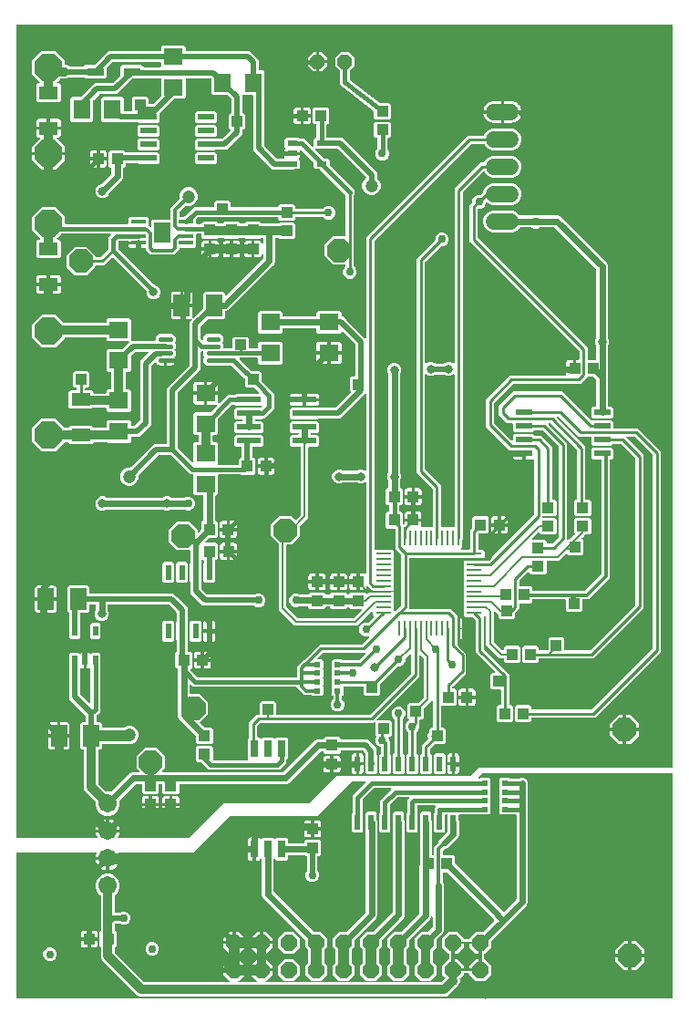
<source format=gbr>
G04 EAGLE Gerber RS-274X export*
G75*
%MOMM*%
%FSLAX34Y34*%
%LPD*%
%INTop Copper*%
%IPPOS*%
%AMOC8*
5,1,8,0,0,1.08239X$1,22.5*%
G01*
%ADD10R,1.500000X2.000000*%
%ADD11R,1.050000X1.080000*%
%ADD12R,1.080000X1.050000*%
%ADD13R,1.538200X0.568000*%
%ADD14R,1.600000X0.800000*%
%ADD15R,2.200000X0.600000*%
%ADD16R,0.650000X1.650000*%
%ADD17P,1.649562X8X202.500000*%
%ADD18C,1.524000*%
%ADD19P,1.429621X8X202.500000*%
%ADD20R,1.803000X1.600000*%
%ADD21R,1.100000X1.000000*%
%ADD22R,1.000000X1.100000*%
%ADD23R,0.608600X0.469600*%
%ADD24R,1.600000X1.803000*%
%ADD25R,1.462000X0.239400*%
%ADD26R,0.239400X1.462000*%
%ADD27R,0.468000X0.972300*%
%ADD28R,0.568000X1.454900*%
%ADD29C,1.714500*%
%ADD30C,0.450000*%
%ADD31R,1.327900X0.441000*%
%ADD32R,1.570000X1.890000*%
%ADD33R,1.512800X0.542600*%
%ADD34R,0.972300X0.468000*%
%ADD35R,1.800000X1.200000*%
%ADD36P,2.749271X8X22.500000*%
%ADD37R,1.000000X1.000000*%
%ADD38P,2.336880X8X22.500000*%
%ADD39C,0.406400*%
%ADD40C,0.200000*%
%ADD41C,0.508000*%
%ADD42C,0.756400*%
%ADD43C,0.609600*%
%ADD44C,0.304800*%
%ADD45C,0.812800*%
%ADD46C,0.254000*%
%ADD47C,1.016000*%
%ADD48C,0.152400*%
%ADD49C,1.200000*%
%ADD50C,0.806400*%
%ADD51C,0.203200*%

G36*
X74603Y149251D02*
X74603Y149251D01*
X74678Y149254D01*
X74723Y149271D01*
X74771Y149279D01*
X74838Y149314D01*
X74909Y149341D01*
X74946Y149371D01*
X74988Y149394D01*
X75040Y149448D01*
X75099Y149496D01*
X75125Y149537D01*
X75158Y149572D01*
X75190Y149641D01*
X75230Y149705D01*
X75241Y149751D01*
X75261Y149795D01*
X75270Y149870D01*
X75287Y149944D01*
X75283Y149992D01*
X75288Y150039D01*
X75272Y150113D01*
X75266Y150189D01*
X75243Y150249D01*
X75236Y150280D01*
X75223Y150302D01*
X75206Y150346D01*
X74601Y151534D01*
X74060Y153198D01*
X73889Y154277D01*
X84138Y154277D01*
X84158Y154280D01*
X84177Y154278D01*
X84279Y154300D01*
X84381Y154317D01*
X84398Y154326D01*
X84418Y154330D01*
X84507Y154383D01*
X84598Y154432D01*
X84612Y154446D01*
X84629Y154456D01*
X84696Y154535D01*
X84767Y154610D01*
X84776Y154628D01*
X84789Y154643D01*
X84827Y154739D01*
X84871Y154833D01*
X84873Y154853D01*
X84881Y154871D01*
X84899Y155038D01*
X84899Y155801D01*
X84901Y155801D01*
X84901Y155038D01*
X84904Y155018D01*
X84902Y154999D01*
X84924Y154897D01*
X84941Y154795D01*
X84950Y154778D01*
X84954Y154758D01*
X85007Y154669D01*
X85056Y154578D01*
X85070Y154564D01*
X85080Y154547D01*
X85159Y154480D01*
X85234Y154409D01*
X85252Y154400D01*
X85267Y154387D01*
X85363Y154348D01*
X85457Y154305D01*
X85477Y154303D01*
X85495Y154295D01*
X85662Y154277D01*
X95911Y154277D01*
X95740Y153198D01*
X95199Y151534D01*
X94594Y150346D01*
X94571Y150274D01*
X94539Y150205D01*
X94533Y150157D01*
X94519Y150111D01*
X94520Y150036D01*
X94512Y149961D01*
X94522Y149914D01*
X94523Y149865D01*
X94548Y149794D01*
X94564Y149720D01*
X94589Y149679D01*
X94605Y149633D01*
X94651Y149574D01*
X94690Y149509D01*
X94727Y149478D01*
X94756Y149440D01*
X94819Y149398D01*
X94877Y149349D01*
X94922Y149331D01*
X94962Y149305D01*
X95035Y149286D01*
X95105Y149257D01*
X95170Y149250D01*
X95200Y149242D01*
X95225Y149244D01*
X95272Y149239D01*
X160000Y149239D01*
X160090Y149254D01*
X160181Y149261D01*
X160211Y149273D01*
X160243Y149279D01*
X160323Y149321D01*
X160407Y149357D01*
X160439Y149383D01*
X160460Y149394D01*
X160482Y149417D01*
X160538Y149462D01*
X192855Y181779D01*
X272380Y181779D01*
X272470Y181794D01*
X272561Y181801D01*
X272591Y181813D01*
X272623Y181819D01*
X272703Y181861D01*
X272787Y181897D01*
X272819Y181923D01*
X272840Y181934D01*
X272862Y181957D01*
X272918Y182002D01*
X297695Y206779D01*
X421270Y206779D01*
X421360Y206794D01*
X421451Y206801D01*
X421481Y206813D01*
X421513Y206819D01*
X421593Y206861D01*
X421677Y206897D01*
X421709Y206923D01*
X421730Y206934D01*
X421752Y206957D01*
X421808Y207002D01*
X429045Y214239D01*
X609078Y214239D01*
X609098Y214242D01*
X609117Y214240D01*
X609219Y214262D01*
X609321Y214279D01*
X609338Y214288D01*
X609358Y214292D01*
X609447Y214345D01*
X609538Y214394D01*
X609552Y214408D01*
X609569Y214418D01*
X609636Y214497D01*
X609708Y214572D01*
X609716Y214590D01*
X609729Y214605D01*
X609768Y214701D01*
X609811Y214795D01*
X609813Y214815D01*
X609821Y214833D01*
X609839Y215000D01*
X609839Y904078D01*
X609836Y904098D01*
X609838Y904117D01*
X609816Y904219D01*
X609800Y904321D01*
X609790Y904338D01*
X609786Y904358D01*
X609733Y904447D01*
X609684Y904538D01*
X609670Y904552D01*
X609660Y904569D01*
X609581Y904636D01*
X609506Y904708D01*
X609488Y904716D01*
X609473Y904729D01*
X609377Y904768D01*
X609283Y904811D01*
X609263Y904813D01*
X609245Y904821D01*
X609078Y904839D01*
X922Y904839D01*
X902Y904836D01*
X883Y904838D01*
X781Y904816D01*
X679Y904800D01*
X662Y904790D01*
X642Y904786D01*
X553Y904733D01*
X462Y904684D01*
X448Y904670D01*
X431Y904660D01*
X364Y904581D01*
X292Y904506D01*
X284Y904488D01*
X271Y904473D01*
X232Y904377D01*
X189Y904283D01*
X187Y904263D01*
X179Y904245D01*
X161Y904078D01*
X161Y150000D01*
X164Y149980D01*
X162Y149961D01*
X184Y149859D01*
X200Y149757D01*
X210Y149740D01*
X214Y149720D01*
X267Y149631D01*
X316Y149540D01*
X330Y149526D01*
X340Y149509D01*
X419Y149442D01*
X494Y149371D01*
X512Y149362D01*
X527Y149349D01*
X623Y149310D01*
X717Y149267D01*
X737Y149265D01*
X755Y149257D01*
X922Y149239D01*
X74528Y149239D01*
X74603Y149251D01*
G37*
G36*
X609098Y164D02*
X609098Y164D01*
X609117Y162D01*
X609219Y184D01*
X609321Y200D01*
X609338Y210D01*
X609358Y214D01*
X609447Y267D01*
X609538Y316D01*
X609552Y330D01*
X609569Y340D01*
X609636Y419D01*
X609708Y494D01*
X609716Y512D01*
X609729Y527D01*
X609768Y623D01*
X609811Y717D01*
X609813Y737D01*
X609821Y755D01*
X609839Y922D01*
X609839Y208730D01*
X609836Y208750D01*
X609838Y208769D01*
X609816Y208871D01*
X609800Y208973D01*
X609790Y208990D01*
X609786Y209010D01*
X609733Y209099D01*
X609684Y209190D01*
X609670Y209204D01*
X609660Y209221D01*
X609581Y209288D01*
X609506Y209360D01*
X609488Y209368D01*
X609473Y209381D01*
X609377Y209420D01*
X609283Y209463D01*
X609263Y209465D01*
X609245Y209473D01*
X609078Y209491D01*
X433730Y209491D01*
X433640Y209477D01*
X433549Y209469D01*
X433519Y209457D01*
X433487Y209452D01*
X433407Y209409D01*
X433323Y209373D01*
X433291Y209347D01*
X433270Y209336D01*
X433248Y209313D01*
X433192Y209268D01*
X429838Y205914D01*
X429796Y205856D01*
X429746Y205804D01*
X429724Y205757D01*
X429694Y205715D01*
X429673Y205646D01*
X429643Y205581D01*
X429637Y205529D01*
X429622Y205479D01*
X429624Y205408D01*
X429616Y205337D01*
X429627Y205286D01*
X429628Y205234D01*
X429653Y205166D01*
X429668Y205096D01*
X429695Y205052D01*
X429713Y205003D01*
X429757Y204947D01*
X429794Y204885D01*
X429834Y204851D01*
X429866Y204811D01*
X429927Y204772D01*
X429981Y204725D01*
X430029Y204706D01*
X430073Y204678D01*
X430143Y204660D01*
X430209Y204633D01*
X430281Y204625D01*
X430312Y204617D01*
X430335Y204619D01*
X430376Y204615D01*
X430603Y204615D01*
X430693Y204629D01*
X430784Y204637D01*
X430814Y204649D01*
X430846Y204654D01*
X430927Y204697D01*
X431011Y204733D01*
X431043Y204759D01*
X431063Y204770D01*
X431086Y204793D01*
X431142Y204838D01*
X431235Y204931D01*
X439309Y204931D01*
X440716Y203524D01*
X440716Y196840D01*
X440532Y196656D01*
X440521Y196640D01*
X440505Y196628D01*
X440449Y196540D01*
X440389Y196457D01*
X440383Y196438D01*
X440372Y196421D01*
X440347Y196320D01*
X440317Y196222D01*
X440317Y196202D01*
X440312Y196182D01*
X440320Y196079D01*
X440323Y195976D01*
X440330Y195957D01*
X440331Y195937D01*
X440372Y195842D01*
X440407Y195745D01*
X440420Y195729D01*
X440428Y195711D01*
X440532Y195580D01*
X440716Y195396D01*
X440716Y188712D01*
X440532Y188528D01*
X440521Y188512D01*
X440505Y188500D01*
X440449Y188412D01*
X440389Y188329D01*
X440383Y188310D01*
X440372Y188293D01*
X440347Y188192D01*
X440317Y188094D01*
X440317Y188074D01*
X440312Y188054D01*
X440320Y187951D01*
X440323Y187848D01*
X440330Y187829D01*
X440331Y187809D01*
X440372Y187714D01*
X440407Y187617D01*
X440420Y187601D01*
X440428Y187583D01*
X440532Y187452D01*
X440716Y187268D01*
X440716Y180584D01*
X440532Y180400D01*
X440521Y180384D01*
X440505Y180372D01*
X440449Y180284D01*
X440389Y180201D01*
X440383Y180182D01*
X440372Y180165D01*
X440347Y180064D01*
X440317Y179966D01*
X440317Y179946D01*
X440312Y179926D01*
X440320Y179823D01*
X440323Y179720D01*
X440330Y179701D01*
X440331Y179681D01*
X440372Y179586D01*
X440407Y179489D01*
X440420Y179473D01*
X440428Y179455D01*
X440532Y179324D01*
X440716Y179140D01*
X440716Y172456D01*
X439309Y171049D01*
X431235Y171049D01*
X431142Y171142D01*
X431068Y171195D01*
X430998Y171255D01*
X430968Y171267D01*
X430942Y171286D01*
X430855Y171313D01*
X430770Y171347D01*
X430729Y171351D01*
X430707Y171358D01*
X430675Y171357D01*
X430603Y171365D01*
X411952Y171365D01*
X411932Y171362D01*
X411913Y171364D01*
X411811Y171342D01*
X411709Y171326D01*
X411692Y171316D01*
X411672Y171312D01*
X411583Y171259D01*
X411492Y171210D01*
X411478Y171196D01*
X411461Y171186D01*
X411394Y171107D01*
X411322Y171032D01*
X411314Y171014D01*
X411301Y170999D01*
X411262Y170903D01*
X411219Y170809D01*
X411217Y170789D01*
X411209Y170771D01*
X411191Y170604D01*
X411191Y165724D01*
X411201Y165659D01*
X411202Y165594D01*
X411225Y165514D01*
X411230Y165481D01*
X411240Y165464D01*
X411249Y165433D01*
X411399Y165070D01*
X411399Y151966D01*
X410569Y149964D01*
X400986Y140381D01*
X398984Y139551D01*
X398317Y139551D01*
X398227Y139537D01*
X398136Y139529D01*
X398106Y139517D01*
X398074Y139512D01*
X397994Y139469D01*
X397910Y139433D01*
X397877Y139407D01*
X397857Y139396D01*
X397835Y139373D01*
X397779Y139328D01*
X396300Y137849D01*
X396247Y137775D01*
X396187Y137706D01*
X396175Y137676D01*
X396156Y137650D01*
X396129Y137562D01*
X396095Y137478D01*
X396091Y137437D01*
X396084Y137414D01*
X396085Y137382D01*
X396077Y137311D01*
X396077Y134299D01*
X396091Y134209D01*
X396099Y134118D01*
X396111Y134088D01*
X396116Y134056D01*
X396159Y133976D01*
X396195Y133892D01*
X396221Y133860D01*
X396232Y133839D01*
X396247Y133824D01*
X396248Y133821D01*
X396264Y133719D01*
X396274Y133702D01*
X396278Y133682D01*
X396331Y133593D01*
X396379Y133502D01*
X396394Y133488D01*
X396404Y133471D01*
X396483Y133404D01*
X396558Y133332D01*
X396576Y133324D01*
X396591Y133311D01*
X396687Y133272D01*
X396781Y133229D01*
X396800Y133227D01*
X396819Y133219D01*
X396986Y133201D01*
X406194Y133201D01*
X407601Y131794D01*
X407601Y125920D01*
X407615Y125830D01*
X407623Y125739D01*
X407635Y125709D01*
X407640Y125678D01*
X407683Y125597D01*
X407719Y125513D01*
X407745Y125481D01*
X407756Y125460D01*
X407779Y125438D01*
X407824Y125382D01*
X451976Y81229D01*
X452212Y80994D01*
X452228Y80982D01*
X452240Y80967D01*
X452327Y80911D01*
X452411Y80850D01*
X452430Y80845D01*
X452447Y80834D01*
X452548Y80809D01*
X452646Y80778D01*
X452666Y80779D01*
X452686Y80774D01*
X452789Y80782D01*
X452892Y80784D01*
X452911Y80791D01*
X452931Y80793D01*
X453026Y80833D01*
X453123Y80869D01*
X453139Y80881D01*
X453157Y80889D01*
X453288Y80994D01*
X464328Y92034D01*
X464381Y92108D01*
X464441Y92177D01*
X464453Y92208D01*
X464472Y92234D01*
X464499Y92321D01*
X464533Y92406D01*
X464537Y92446D01*
X464544Y92469D01*
X464543Y92501D01*
X464551Y92572D01*
X464551Y170604D01*
X464548Y170624D01*
X464550Y170643D01*
X464528Y170745D01*
X464512Y170847D01*
X464502Y170864D01*
X464498Y170884D01*
X464445Y170973D01*
X464396Y171064D01*
X464382Y171078D01*
X464372Y171095D01*
X464293Y171162D01*
X464218Y171234D01*
X464200Y171242D01*
X464185Y171255D01*
X464089Y171294D01*
X463995Y171337D01*
X463975Y171339D01*
X463957Y171347D01*
X463790Y171365D01*
X458857Y171365D01*
X458767Y171351D01*
X458676Y171343D01*
X458646Y171331D01*
X458614Y171326D01*
X458533Y171283D01*
X458449Y171247D01*
X458417Y171221D01*
X458397Y171210D01*
X458374Y171187D01*
X458318Y171142D01*
X458225Y171049D01*
X450151Y171049D01*
X448744Y172456D01*
X448744Y179140D01*
X448928Y179324D01*
X448939Y179340D01*
X448955Y179352D01*
X449011Y179440D01*
X449071Y179523D01*
X449077Y179542D01*
X449088Y179559D01*
X449113Y179660D01*
X449143Y179758D01*
X449143Y179778D01*
X449148Y179798D01*
X449140Y179901D01*
X449137Y180004D01*
X449130Y180023D01*
X449129Y180043D01*
X449088Y180138D01*
X449053Y180235D01*
X449040Y180251D01*
X449032Y180269D01*
X448928Y180400D01*
X448744Y180584D01*
X448744Y187268D01*
X448928Y187452D01*
X448939Y187468D01*
X448955Y187480D01*
X449011Y187568D01*
X449071Y187651D01*
X449077Y187670D01*
X449088Y187687D01*
X449113Y187788D01*
X449143Y187887D01*
X449143Y187907D01*
X449148Y187926D01*
X449140Y188029D01*
X449137Y188132D01*
X449130Y188151D01*
X449129Y188171D01*
X449088Y188266D01*
X449053Y188363D01*
X449040Y188379D01*
X449032Y188397D01*
X448928Y188528D01*
X448744Y188712D01*
X448744Y195396D01*
X448928Y195580D01*
X448939Y195596D01*
X448955Y195608D01*
X449011Y195696D01*
X449071Y195779D01*
X449077Y195798D01*
X449088Y195815D01*
X449113Y195916D01*
X449143Y196014D01*
X449143Y196034D01*
X449148Y196054D01*
X449140Y196157D01*
X449137Y196260D01*
X449130Y196279D01*
X449129Y196299D01*
X449088Y196394D01*
X449053Y196491D01*
X449040Y196507D01*
X449032Y196525D01*
X448928Y196656D01*
X448744Y196840D01*
X448744Y203524D01*
X450151Y204931D01*
X458225Y204931D01*
X458318Y204838D01*
X458392Y204785D01*
X458462Y204725D01*
X458492Y204713D01*
X458518Y204694D01*
X458605Y204667D01*
X458690Y204633D01*
X458731Y204629D01*
X458753Y204622D01*
X458785Y204623D01*
X458857Y204615D01*
X466751Y204615D01*
X466816Y204625D01*
X466882Y204626D01*
X466962Y204649D01*
X466994Y204654D01*
X467011Y204664D01*
X467043Y204673D01*
X468916Y205449D01*
X471084Y205449D01*
X473086Y204619D01*
X474619Y203086D01*
X475449Y201084D01*
X475449Y88916D01*
X474619Y86914D01*
X450586Y62881D01*
X449873Y62585D01*
X449817Y62551D01*
X449757Y62525D01*
X449692Y62473D01*
X449664Y62456D01*
X449651Y62441D01*
X449626Y62420D01*
X441244Y54038D01*
X441191Y53964D01*
X441131Y53895D01*
X441119Y53864D01*
X441100Y53838D01*
X441073Y53751D01*
X441039Y53666D01*
X441035Y53626D01*
X441028Y53603D01*
X441029Y53571D01*
X441021Y53500D01*
X441021Y48149D01*
X435151Y42279D01*
X434924Y42279D01*
X434904Y42276D01*
X434885Y42278D01*
X434783Y42256D01*
X434681Y42240D01*
X434664Y42230D01*
X434644Y42226D01*
X434555Y42173D01*
X434464Y42124D01*
X434450Y42110D01*
X434433Y42100D01*
X434366Y42021D01*
X434294Y41946D01*
X434286Y41928D01*
X434273Y41913D01*
X434234Y41817D01*
X434191Y41723D01*
X434189Y41703D01*
X434181Y41685D01*
X434163Y41518D01*
X434163Y37682D01*
X434166Y37662D01*
X434164Y37643D01*
X434186Y37541D01*
X434202Y37439D01*
X434212Y37422D01*
X434216Y37402D01*
X434269Y37313D01*
X434318Y37222D01*
X434332Y37208D01*
X434342Y37191D01*
X434421Y37124D01*
X434496Y37052D01*
X434514Y37044D01*
X434529Y37031D01*
X434625Y36992D01*
X434719Y36949D01*
X434739Y36947D01*
X434757Y36939D01*
X434924Y36921D01*
X435151Y36921D01*
X441021Y31051D01*
X441021Y22749D01*
X435151Y16879D01*
X426849Y16879D01*
X420979Y22749D01*
X420979Y22976D01*
X420976Y22996D01*
X420978Y23015D01*
X420956Y23117D01*
X420940Y23219D01*
X420930Y23236D01*
X420926Y23256D01*
X420873Y23345D01*
X420824Y23436D01*
X420810Y23450D01*
X420800Y23467D01*
X420721Y23534D01*
X420646Y23606D01*
X420628Y23614D01*
X420613Y23627D01*
X420517Y23666D01*
X420423Y23709D01*
X420403Y23711D01*
X420385Y23719D01*
X420218Y23737D01*
X416382Y23737D01*
X416362Y23734D01*
X416343Y23736D01*
X416241Y23714D01*
X416139Y23698D01*
X416122Y23688D01*
X416102Y23684D01*
X416013Y23631D01*
X415922Y23582D01*
X415908Y23568D01*
X415891Y23558D01*
X415824Y23479D01*
X415752Y23404D01*
X415744Y23386D01*
X415731Y23371D01*
X415692Y23275D01*
X415649Y23181D01*
X415647Y23161D01*
X415639Y23143D01*
X415621Y22976D01*
X415621Y22749D01*
X412129Y19258D01*
X412062Y19164D01*
X411991Y19069D01*
X411989Y19063D01*
X411986Y19058D01*
X411952Y18947D01*
X411915Y18835D01*
X411915Y18829D01*
X411913Y18823D01*
X411916Y18706D01*
X411918Y18589D01*
X411920Y18582D01*
X411920Y18577D01*
X411926Y18560D01*
X411964Y18428D01*
X412065Y18186D01*
X412065Y15614D01*
X411081Y13238D01*
X401172Y3329D01*
X398796Y2345D01*
X114904Y2345D01*
X112528Y3329D01*
X79519Y36338D01*
X78535Y38714D01*
X78535Y47754D01*
X78521Y47844D01*
X78513Y47935D01*
X78501Y47965D01*
X78496Y47997D01*
X78453Y48078D01*
X78417Y48162D01*
X78391Y48194D01*
X78380Y48214D01*
X78357Y48237D01*
X78312Y48293D01*
X77599Y49006D01*
X77599Y61794D01*
X78312Y62507D01*
X78365Y62581D01*
X78425Y62651D01*
X78437Y62681D01*
X78456Y62707D01*
X78483Y62794D01*
X78517Y62879D01*
X78521Y62920D01*
X78528Y62942D01*
X78527Y62974D01*
X78535Y63046D01*
X78535Y95531D01*
X78521Y95621D01*
X78513Y95712D01*
X78501Y95742D01*
X78496Y95774D01*
X78453Y95854D01*
X78417Y95938D01*
X78391Y95970D01*
X78380Y95991D01*
X78357Y96013D01*
X78312Y96069D01*
X75597Y98784D01*
X73927Y102817D01*
X73927Y107183D01*
X75597Y111216D01*
X78684Y114303D01*
X82717Y115973D01*
X87083Y115973D01*
X91116Y114303D01*
X94203Y111216D01*
X95873Y107183D01*
X95873Y102817D01*
X94203Y98784D01*
X91688Y96269D01*
X91635Y96195D01*
X91575Y96126D01*
X91563Y96096D01*
X91544Y96069D01*
X91517Y95983D01*
X91483Y95898D01*
X91479Y95857D01*
X91472Y95834D01*
X91473Y95802D01*
X91465Y95731D01*
X91465Y80702D01*
X91468Y80682D01*
X91466Y80663D01*
X91488Y80561D01*
X91504Y80459D01*
X91514Y80442D01*
X91518Y80422D01*
X91571Y80333D01*
X91620Y80242D01*
X91634Y80228D01*
X91644Y80211D01*
X91723Y80144D01*
X91798Y80072D01*
X91816Y80064D01*
X91831Y80051D01*
X91927Y80012D01*
X92021Y79969D01*
X92041Y79967D01*
X92059Y79959D01*
X92226Y79941D01*
X95882Y79941D01*
X95972Y79955D01*
X96063Y79963D01*
X96092Y79975D01*
X96124Y79980D01*
X96205Y80023D01*
X96289Y80059D01*
X96321Y80085D01*
X96342Y80096D01*
X96364Y80119D01*
X96420Y80164D01*
X96498Y80241D01*
X98770Y81183D01*
X101230Y81183D01*
X103502Y80241D01*
X105241Y78502D01*
X106183Y76230D01*
X106183Y73770D01*
X105241Y71498D01*
X103502Y69759D01*
X101230Y68817D01*
X98770Y68817D01*
X96498Y69759D01*
X96420Y69836D01*
X96346Y69889D01*
X96277Y69949D01*
X96246Y69961D01*
X96220Y69980D01*
X96133Y70007D01*
X96048Y70041D01*
X96007Y70045D01*
X95985Y70052D01*
X95953Y70051D01*
X95882Y70059D01*
X92362Y70059D01*
X92272Y70045D01*
X92181Y70037D01*
X92151Y70025D01*
X92119Y70020D01*
X92038Y69977D01*
X91955Y69941D01*
X91922Y69915D01*
X91902Y69904D01*
X91880Y69881D01*
X91824Y69836D01*
X91688Y69700D01*
X91635Y69626D01*
X91575Y69557D01*
X91563Y69527D01*
X91544Y69501D01*
X91517Y69414D01*
X91483Y69329D01*
X91479Y69288D01*
X91472Y69266D01*
X91473Y69233D01*
X91465Y69162D01*
X91465Y63546D01*
X91480Y63455D01*
X91487Y63365D01*
X91499Y63335D01*
X91504Y63303D01*
X91547Y63222D01*
X91583Y63138D01*
X91609Y63106D01*
X91620Y63086D01*
X91643Y63063D01*
X91688Y63007D01*
X92901Y61794D01*
X92901Y49006D01*
X91688Y47793D01*
X91635Y47719D01*
X91575Y47649D01*
X91563Y47619D01*
X91544Y47593D01*
X91517Y47506D01*
X91483Y47421D01*
X91479Y47380D01*
X91472Y47358D01*
X91473Y47326D01*
X91465Y47254D01*
X91465Y42993D01*
X91479Y42903D01*
X91487Y42812D01*
X91499Y42782D01*
X91504Y42750D01*
X91547Y42670D01*
X91583Y42586D01*
X91609Y42554D01*
X91620Y42533D01*
X91643Y42511D01*
X91688Y42455D01*
X118645Y15498D01*
X118719Y15445D01*
X118788Y15385D01*
X118818Y15373D01*
X118845Y15354D01*
X118932Y15327D01*
X119016Y15293D01*
X119057Y15289D01*
X119080Y15282D01*
X119112Y15283D01*
X119183Y15275D01*
X197818Y15275D01*
X197889Y15286D01*
X197960Y15288D01*
X198009Y15306D01*
X198061Y15314D01*
X198124Y15348D01*
X198191Y15373D01*
X198232Y15405D01*
X198278Y15430D01*
X198328Y15482D01*
X198384Y15526D01*
X198412Y15570D01*
X198448Y15608D01*
X198478Y15673D01*
X198517Y15733D01*
X198529Y15784D01*
X198551Y15831D01*
X198559Y15902D01*
X198577Y15972D01*
X198573Y16024D01*
X198578Y16075D01*
X198563Y16146D01*
X198557Y16217D01*
X198537Y16265D01*
X198526Y16316D01*
X198489Y16377D01*
X198461Y16443D01*
X198416Y16499D01*
X198400Y16527D01*
X198382Y16542D01*
X198356Y16574D01*
X192239Y22691D01*
X192239Y25377D01*
X201638Y25377D01*
X201658Y25380D01*
X201677Y25378D01*
X201779Y25400D01*
X201881Y25417D01*
X201898Y25426D01*
X201918Y25430D01*
X202007Y25483D01*
X202098Y25532D01*
X202112Y25546D01*
X202129Y25556D01*
X202196Y25635D01*
X202267Y25710D01*
X202276Y25728D01*
X202289Y25743D01*
X202327Y25839D01*
X202371Y25933D01*
X202373Y25953D01*
X202381Y25971D01*
X202399Y26138D01*
X202399Y26901D01*
X202401Y26901D01*
X202401Y26138D01*
X202404Y26118D01*
X202402Y26099D01*
X202424Y25997D01*
X202441Y25895D01*
X202450Y25878D01*
X202454Y25858D01*
X202507Y25769D01*
X202556Y25678D01*
X202570Y25664D01*
X202580Y25647D01*
X202659Y25580D01*
X202734Y25509D01*
X202752Y25500D01*
X202767Y25487D01*
X202863Y25448D01*
X202957Y25405D01*
X202977Y25403D01*
X202995Y25395D01*
X203162Y25377D01*
X212561Y25377D01*
X212561Y22691D01*
X206444Y16574D01*
X206402Y16516D01*
X206352Y16464D01*
X206331Y16417D01*
X206300Y16375D01*
X206279Y16306D01*
X206249Y16241D01*
X206243Y16189D01*
X206228Y16139D01*
X206230Y16068D01*
X206222Y15997D01*
X206233Y15946D01*
X206234Y15894D01*
X206259Y15826D01*
X206274Y15756D01*
X206301Y15711D01*
X206319Y15663D01*
X206363Y15607D01*
X206400Y15545D01*
X206440Y15511D01*
X206472Y15471D01*
X206533Y15432D01*
X206587Y15385D01*
X206635Y15366D01*
X206679Y15338D01*
X206749Y15320D01*
X206815Y15293D01*
X206887Y15285D01*
X206918Y15277D01*
X206941Y15279D01*
X206982Y15275D01*
X223218Y15275D01*
X223289Y15286D01*
X223360Y15288D01*
X223409Y15306D01*
X223461Y15314D01*
X223524Y15348D01*
X223591Y15373D01*
X223632Y15405D01*
X223678Y15430D01*
X223728Y15482D01*
X223784Y15526D01*
X223812Y15570D01*
X223848Y15608D01*
X223878Y15673D01*
X223917Y15733D01*
X223929Y15784D01*
X223951Y15831D01*
X223959Y15902D01*
X223977Y15972D01*
X223973Y16024D01*
X223978Y16075D01*
X223963Y16146D01*
X223957Y16217D01*
X223937Y16265D01*
X223926Y16316D01*
X223889Y16377D01*
X223861Y16443D01*
X223816Y16499D01*
X223800Y16527D01*
X223782Y16542D01*
X223756Y16574D01*
X217639Y22691D01*
X217639Y25377D01*
X227038Y25377D01*
X227058Y25380D01*
X227077Y25378D01*
X227179Y25400D01*
X227281Y25417D01*
X227298Y25426D01*
X227318Y25430D01*
X227407Y25483D01*
X227498Y25532D01*
X227512Y25546D01*
X227529Y25556D01*
X227596Y25635D01*
X227667Y25710D01*
X227676Y25728D01*
X227689Y25743D01*
X227727Y25839D01*
X227771Y25933D01*
X227773Y25953D01*
X227781Y25971D01*
X227799Y26138D01*
X227799Y26901D01*
X227801Y26901D01*
X227801Y26138D01*
X227804Y26118D01*
X227802Y26099D01*
X227824Y25997D01*
X227841Y25895D01*
X227850Y25878D01*
X227854Y25858D01*
X227907Y25769D01*
X227956Y25678D01*
X227970Y25664D01*
X227980Y25647D01*
X228059Y25580D01*
X228134Y25509D01*
X228152Y25500D01*
X228167Y25487D01*
X228263Y25448D01*
X228357Y25405D01*
X228377Y25403D01*
X228395Y25395D01*
X228562Y25377D01*
X237961Y25377D01*
X237961Y22691D01*
X231844Y16574D01*
X231802Y16516D01*
X231752Y16464D01*
X231731Y16417D01*
X231700Y16375D01*
X231679Y16306D01*
X231649Y16241D01*
X231643Y16189D01*
X231628Y16139D01*
X231630Y16068D01*
X231622Y15997D01*
X231633Y15946D01*
X231634Y15894D01*
X231659Y15826D01*
X231674Y15756D01*
X231701Y15711D01*
X231719Y15663D01*
X231763Y15607D01*
X231800Y15545D01*
X231840Y15511D01*
X231872Y15471D01*
X231933Y15432D01*
X231987Y15385D01*
X232035Y15366D01*
X232079Y15338D01*
X232149Y15320D01*
X232215Y15293D01*
X232287Y15285D01*
X232318Y15277D01*
X232341Y15279D01*
X232382Y15275D01*
X394517Y15275D01*
X394607Y15289D01*
X394698Y15297D01*
X394728Y15309D01*
X394760Y15314D01*
X394840Y15357D01*
X394924Y15393D01*
X394956Y15419D01*
X394977Y15430D01*
X394999Y15453D01*
X395055Y15498D01*
X398405Y18847D01*
X398416Y18863D01*
X398432Y18876D01*
X398488Y18963D01*
X398548Y19047D01*
X398554Y19066D01*
X398565Y19083D01*
X398590Y19183D01*
X398621Y19282D01*
X398620Y19302D01*
X398625Y19321D01*
X398617Y19424D01*
X398614Y19528D01*
X398607Y19547D01*
X398606Y19567D01*
X398565Y19661D01*
X398530Y19759D01*
X398517Y19775D01*
X398510Y19793D01*
X398405Y19924D01*
X395579Y22749D01*
X395579Y31051D01*
X401449Y36921D01*
X401676Y36921D01*
X401696Y36924D01*
X401715Y36922D01*
X401817Y36944D01*
X401919Y36960D01*
X401936Y36970D01*
X401956Y36974D01*
X402045Y37027D01*
X402136Y37076D01*
X402150Y37090D01*
X402167Y37100D01*
X402234Y37179D01*
X402306Y37254D01*
X402314Y37272D01*
X402327Y37287D01*
X402366Y37383D01*
X402409Y37477D01*
X402411Y37497D01*
X402419Y37515D01*
X402437Y37682D01*
X402437Y41518D01*
X402434Y41538D01*
X402436Y41557D01*
X402414Y41659D01*
X402398Y41761D01*
X402388Y41778D01*
X402384Y41798D01*
X402331Y41887D01*
X402282Y41978D01*
X402268Y41992D01*
X402258Y42009D01*
X402179Y42076D01*
X402104Y42148D01*
X402086Y42156D01*
X402071Y42169D01*
X401975Y42208D01*
X401881Y42251D01*
X401861Y42253D01*
X401843Y42261D01*
X401676Y42279D01*
X401449Y42279D01*
X395579Y48149D01*
X395579Y56451D01*
X401449Y62321D01*
X409751Y62321D01*
X415621Y56451D01*
X415621Y56224D01*
X415624Y56204D01*
X415622Y56185D01*
X415644Y56083D01*
X415660Y55981D01*
X415670Y55964D01*
X415674Y55944D01*
X415727Y55855D01*
X415776Y55764D01*
X415790Y55750D01*
X415800Y55733D01*
X415879Y55666D01*
X415954Y55594D01*
X415972Y55586D01*
X415987Y55573D01*
X416083Y55534D01*
X416177Y55491D01*
X416197Y55489D01*
X416215Y55481D01*
X416382Y55463D01*
X420218Y55463D01*
X420238Y55466D01*
X420257Y55464D01*
X420359Y55486D01*
X420461Y55502D01*
X420478Y55512D01*
X420498Y55516D01*
X420587Y55569D01*
X420678Y55618D01*
X420692Y55632D01*
X420709Y55642D01*
X420776Y55721D01*
X420848Y55796D01*
X420856Y55814D01*
X420869Y55829D01*
X420908Y55925D01*
X420951Y56019D01*
X420953Y56039D01*
X420961Y56057D01*
X420979Y56224D01*
X420979Y56451D01*
X426849Y62321D01*
X433800Y62321D01*
X433890Y62335D01*
X433981Y62343D01*
X434011Y62355D01*
X434042Y62360D01*
X434123Y62403D01*
X434207Y62439D01*
X434239Y62465D01*
X434260Y62476D01*
X434282Y62499D01*
X434338Y62544D01*
X444006Y72212D01*
X444018Y72228D01*
X444033Y72240D01*
X444089Y72328D01*
X444150Y72411D01*
X444155Y72430D01*
X444166Y72447D01*
X444192Y72548D01*
X444222Y72647D01*
X444221Y72666D01*
X444226Y72686D01*
X444218Y72789D01*
X444216Y72892D01*
X444209Y72911D01*
X444207Y72931D01*
X444167Y73026D01*
X444131Y73123D01*
X444119Y73139D01*
X444111Y73157D01*
X444006Y73288D01*
X442631Y74664D01*
X442335Y75377D01*
X442301Y75433D01*
X442275Y75493D01*
X442223Y75558D01*
X442206Y75586D01*
X442191Y75599D01*
X442170Y75624D01*
X400618Y117176D01*
X400544Y117229D01*
X400475Y117289D01*
X400444Y117301D01*
X400418Y117320D01*
X400331Y117347D01*
X400246Y117381D01*
X400206Y117385D01*
X400183Y117392D01*
X400151Y117391D01*
X400080Y117399D01*
X396838Y117399D01*
X396818Y117396D01*
X396799Y117398D01*
X396697Y117376D01*
X396595Y117360D01*
X396578Y117350D01*
X396558Y117346D01*
X396469Y117293D01*
X396378Y117244D01*
X396364Y117230D01*
X396347Y117220D01*
X396280Y117141D01*
X396208Y117066D01*
X396200Y117048D01*
X396187Y117033D01*
X396148Y116937D01*
X396105Y116843D01*
X396103Y116823D01*
X396095Y116805D01*
X396077Y116638D01*
X396077Y109096D01*
X396091Y109006D01*
X396099Y108915D01*
X396111Y108885D01*
X396116Y108854D01*
X396159Y108773D01*
X396195Y108689D01*
X396221Y108657D01*
X396232Y108636D01*
X396255Y108614D01*
X396300Y108558D01*
X396771Y108086D01*
X397601Y106084D01*
X397601Y63168D01*
X396771Y61166D01*
X390444Y54838D01*
X390391Y54764D01*
X390331Y54695D01*
X390319Y54665D01*
X390300Y54638D01*
X390273Y54551D01*
X390239Y54466D01*
X390235Y54426D01*
X390228Y54403D01*
X390229Y54371D01*
X390221Y54300D01*
X390221Y48149D01*
X386888Y44816D01*
X386840Y44750D01*
X386832Y44741D01*
X386829Y44736D01*
X386775Y44673D01*
X386763Y44643D01*
X386744Y44616D01*
X386717Y44530D01*
X386683Y44445D01*
X386679Y44404D01*
X386672Y44381D01*
X386673Y44349D01*
X386665Y44278D01*
X386665Y34922D01*
X386679Y34832D01*
X386687Y34741D01*
X386699Y34711D01*
X386704Y34679D01*
X386747Y34599D01*
X386783Y34515D01*
X386809Y34483D01*
X386820Y34462D01*
X386843Y34440D01*
X386888Y34384D01*
X390221Y31051D01*
X390221Y22749D01*
X384351Y16879D01*
X376049Y16879D01*
X370179Y22749D01*
X370179Y31051D01*
X373512Y34384D01*
X373565Y34458D01*
X373625Y34527D01*
X373637Y34557D01*
X373656Y34584D01*
X373683Y34670D01*
X373717Y34755D01*
X373721Y34796D01*
X373728Y34819D01*
X373727Y34851D01*
X373735Y34922D01*
X373735Y44278D01*
X373721Y44368D01*
X373713Y44459D01*
X373701Y44489D01*
X373696Y44521D01*
X373653Y44601D01*
X373617Y44685D01*
X373591Y44717D01*
X373580Y44738D01*
X373557Y44760D01*
X373512Y44816D01*
X370179Y48149D01*
X370179Y56451D01*
X376049Y62321D01*
X382200Y62321D01*
X382290Y62335D01*
X382381Y62343D01*
X382411Y62355D01*
X382443Y62360D01*
X382523Y62403D01*
X382607Y62439D01*
X382639Y62465D01*
X382660Y62476D01*
X382682Y62499D01*
X382738Y62544D01*
X386480Y66286D01*
X386533Y66360D01*
X386593Y66429D01*
X386605Y66459D01*
X386624Y66486D01*
X386651Y66573D01*
X386685Y66658D01*
X386689Y66698D01*
X386696Y66721D01*
X386695Y66753D01*
X386703Y66824D01*
X386703Y75618D01*
X386688Y75714D01*
X386678Y75811D01*
X386668Y75835D01*
X386664Y75861D01*
X386618Y75947D01*
X386578Y76036D01*
X386561Y76055D01*
X386548Y76078D01*
X386478Y76145D01*
X386412Y76217D01*
X386389Y76229D01*
X386370Y76247D01*
X386282Y76288D01*
X386196Y76335D01*
X386171Y76340D01*
X386147Y76351D01*
X386050Y76362D01*
X385954Y76379D01*
X385928Y76375D01*
X385903Y76378D01*
X385807Y76357D01*
X385711Y76343D01*
X385688Y76331D01*
X385662Y76326D01*
X385579Y76276D01*
X385492Y76232D01*
X385473Y76213D01*
X385451Y76200D01*
X385388Y76126D01*
X385320Y76056D01*
X385304Y76028D01*
X385291Y76013D01*
X385279Y75982D01*
X385239Y75909D01*
X384619Y74414D01*
X365044Y54838D01*
X364991Y54764D01*
X364931Y54695D01*
X364919Y54664D01*
X364900Y54638D01*
X364873Y54551D01*
X364839Y54466D01*
X364835Y54426D01*
X364828Y54403D01*
X364829Y54371D01*
X364821Y54300D01*
X364821Y48149D01*
X362504Y45832D01*
X362451Y45758D01*
X362391Y45689D01*
X362379Y45659D01*
X362360Y45632D01*
X362333Y45546D01*
X362299Y45461D01*
X362295Y45420D01*
X362288Y45397D01*
X362289Y45365D01*
X362281Y45294D01*
X362281Y33906D01*
X362295Y33816D01*
X362303Y33725D01*
X362315Y33695D01*
X362320Y33663D01*
X362363Y33583D01*
X362399Y33499D01*
X362425Y33467D01*
X362436Y33446D01*
X362459Y33424D01*
X362504Y33368D01*
X364821Y31051D01*
X364821Y22749D01*
X358951Y16879D01*
X350649Y16879D01*
X344779Y22749D01*
X344779Y31051D01*
X347096Y33368D01*
X347149Y33442D01*
X347209Y33511D01*
X347221Y33541D01*
X347240Y33567D01*
X347267Y33654D01*
X347301Y33739D01*
X347305Y33780D01*
X347312Y33803D01*
X347311Y33835D01*
X347319Y33906D01*
X347319Y45294D01*
X347305Y45384D01*
X347297Y45475D01*
X347285Y45505D01*
X347280Y45537D01*
X347237Y45617D01*
X347201Y45701D01*
X347175Y45733D01*
X347164Y45754D01*
X347141Y45776D01*
X347096Y45832D01*
X344779Y48149D01*
X344779Y56451D01*
X350649Y62321D01*
X356800Y62321D01*
X356890Y62335D01*
X356981Y62343D01*
X357011Y62355D01*
X357042Y62360D01*
X357123Y62403D01*
X357207Y62439D01*
X357239Y62465D01*
X357260Y62476D01*
X357282Y62499D01*
X357338Y62544D01*
X374328Y79534D01*
X374381Y79608D01*
X374441Y79677D01*
X374453Y79708D01*
X374472Y79734D01*
X374499Y79821D01*
X374533Y79906D01*
X374537Y79946D01*
X374544Y79969D01*
X374543Y80001D01*
X374551Y80072D01*
X374551Y123184D01*
X375405Y125244D01*
X375453Y125310D01*
X375455Y125316D01*
X375459Y125321D01*
X375493Y125433D01*
X375530Y125544D01*
X375530Y125550D01*
X375531Y125556D01*
X375528Y125673D01*
X375527Y125790D01*
X375525Y125797D01*
X375525Y125802D01*
X375519Y125819D01*
X375480Y125951D01*
X375101Y126866D01*
X375101Y165070D01*
X375251Y165433D01*
X375266Y165496D01*
X375291Y165557D01*
X375300Y165640D01*
X375307Y165672D01*
X375306Y165691D01*
X375309Y165724D01*
X375309Y172255D01*
X376716Y173662D01*
X384384Y173662D01*
X385791Y172255D01*
X385791Y165724D01*
X385801Y165659D01*
X385802Y165594D01*
X385825Y165514D01*
X385830Y165481D01*
X385840Y165464D01*
X385849Y165433D01*
X385999Y165070D01*
X385999Y133962D01*
X386002Y133942D01*
X386000Y133923D01*
X386022Y133821D01*
X386038Y133719D01*
X386048Y133702D01*
X386052Y133682D01*
X386105Y133593D01*
X386154Y133502D01*
X386168Y133488D01*
X386178Y133471D01*
X386257Y133404D01*
X386332Y133332D01*
X386350Y133324D01*
X386365Y133311D01*
X386461Y133272D01*
X386555Y133229D01*
X386575Y133227D01*
X386593Y133219D01*
X386760Y133201D01*
X387466Y133201D01*
X387486Y133204D01*
X387505Y133202D01*
X387607Y133224D01*
X387709Y133240D01*
X387726Y133250D01*
X387746Y133254D01*
X387835Y133307D01*
X387926Y133356D01*
X387940Y133370D01*
X387957Y133380D01*
X388024Y133459D01*
X388096Y133534D01*
X388104Y133552D01*
X388117Y133567D01*
X388156Y133663D01*
X388199Y133757D01*
X388201Y133777D01*
X388209Y133795D01*
X388227Y133962D01*
X388227Y140878D01*
X392228Y144879D01*
X392281Y144953D01*
X392341Y145022D01*
X392353Y145052D01*
X392372Y145078D01*
X392399Y145165D01*
X392433Y145250D01*
X392437Y145291D01*
X392444Y145314D01*
X392443Y145346D01*
X392451Y145417D01*
X392451Y146084D01*
X393281Y148086D01*
X400278Y155084D01*
X400331Y155158D01*
X400391Y155227D01*
X400403Y155258D01*
X400422Y155284D01*
X400449Y155371D01*
X400483Y155456D01*
X400487Y155496D01*
X400494Y155519D01*
X400493Y155551D01*
X400501Y155622D01*
X400501Y165070D01*
X400651Y165433D01*
X400666Y165496D01*
X400691Y165557D01*
X400700Y165640D01*
X400707Y165672D01*
X400706Y165691D01*
X400709Y165724D01*
X400709Y170604D01*
X400706Y170624D01*
X400708Y170643D01*
X400686Y170745D01*
X400670Y170847D01*
X400660Y170864D01*
X400656Y170884D01*
X400603Y170973D01*
X400554Y171064D01*
X400540Y171078D01*
X400530Y171095D01*
X400451Y171162D01*
X400376Y171234D01*
X400358Y171242D01*
X400343Y171255D01*
X400247Y171294D01*
X400153Y171337D01*
X400133Y171339D01*
X400115Y171347D01*
X399948Y171365D01*
X399252Y171365D01*
X399232Y171362D01*
X399213Y171364D01*
X399111Y171342D01*
X399009Y171326D01*
X398992Y171316D01*
X398972Y171312D01*
X398883Y171259D01*
X398792Y171210D01*
X398778Y171196D01*
X398761Y171186D01*
X398694Y171107D01*
X398622Y171032D01*
X398614Y171014D01*
X398601Y170999D01*
X398562Y170903D01*
X398519Y170809D01*
X398517Y170789D01*
X398509Y170771D01*
X398491Y170604D01*
X398491Y155718D01*
X397084Y154311D01*
X389416Y154311D01*
X388009Y155718D01*
X388009Y172255D01*
X388594Y172840D01*
X388647Y172914D01*
X388707Y172984D01*
X388719Y173014D01*
X388738Y173040D01*
X388765Y173127D01*
X388799Y173212D01*
X388803Y173253D01*
X388810Y173275D01*
X388809Y173307D01*
X388817Y173379D01*
X388817Y177634D01*
X389377Y178194D01*
X389419Y178252D01*
X389468Y178304D01*
X389490Y178351D01*
X389520Y178393D01*
X389542Y178462D01*
X389572Y178527D01*
X389577Y178579D01*
X389593Y178629D01*
X389591Y178700D01*
X389599Y178771D01*
X389588Y178822D01*
X389586Y178874D01*
X389562Y178942D01*
X389547Y179012D01*
X389520Y179057D01*
X389502Y179105D01*
X389457Y179161D01*
X389420Y179223D01*
X389381Y179257D01*
X389348Y179297D01*
X389288Y179336D01*
X389234Y179383D01*
X389185Y179402D01*
X389141Y179430D01*
X389072Y179448D01*
X389005Y179475D01*
X388934Y179483D01*
X388903Y179491D01*
X388880Y179489D01*
X388839Y179493D01*
X373044Y179493D01*
X373024Y179490D01*
X373005Y179492D01*
X372903Y179470D01*
X372801Y179454D01*
X372784Y179444D01*
X372764Y179440D01*
X372675Y179387D01*
X372584Y179338D01*
X372570Y179324D01*
X372553Y179314D01*
X372486Y179235D01*
X372414Y179160D01*
X372406Y179142D01*
X372393Y179127D01*
X372354Y179031D01*
X372311Y178937D01*
X372309Y178917D01*
X372301Y178899D01*
X372283Y178732D01*
X372283Y173379D01*
X372297Y173289D01*
X372305Y173198D01*
X372317Y173168D01*
X372322Y173136D01*
X372365Y173055D01*
X372401Y172971D01*
X372427Y172939D01*
X372438Y172919D01*
X372461Y172896D01*
X372506Y172840D01*
X373091Y172255D01*
X373091Y155718D01*
X371684Y154311D01*
X364016Y154311D01*
X362609Y155718D01*
X362609Y172255D01*
X363194Y172840D01*
X363247Y172914D01*
X363307Y172984D01*
X363319Y173014D01*
X363338Y173040D01*
X363365Y173127D01*
X363399Y173212D01*
X363403Y173253D01*
X363410Y173275D01*
X363409Y173307D01*
X363417Y173379D01*
X363417Y184686D01*
X365053Y186322D01*
X365095Y186380D01*
X365144Y186432D01*
X365166Y186479D01*
X365196Y186521D01*
X365218Y186590D01*
X365248Y186655D01*
X365253Y186707D01*
X365269Y186757D01*
X365267Y186828D01*
X365275Y186899D01*
X365264Y186950D01*
X365262Y187002D01*
X365238Y187070D01*
X365223Y187140D01*
X365196Y187185D01*
X365178Y187233D01*
X365133Y187289D01*
X365096Y187351D01*
X365057Y187385D01*
X365024Y187425D01*
X364964Y187464D01*
X364910Y187511D01*
X364861Y187530D01*
X364817Y187558D01*
X364748Y187576D01*
X364681Y187603D01*
X364610Y187611D01*
X364579Y187619D01*
X364556Y187617D01*
X364515Y187621D01*
X354205Y187621D01*
X354115Y187607D01*
X354024Y187599D01*
X353995Y187587D01*
X353963Y187582D01*
X353882Y187539D01*
X353798Y187503D01*
X353766Y187477D01*
X353745Y187466D01*
X353723Y187443D01*
X353667Y187398D01*
X347106Y180837D01*
X347053Y180763D01*
X346993Y180693D01*
X346981Y180663D01*
X346962Y180637D01*
X346935Y180550D01*
X346901Y180465D01*
X346897Y180424D01*
X346890Y180402D01*
X346891Y180370D01*
X346883Y180299D01*
X346883Y173379D01*
X346897Y173289D01*
X346905Y173198D01*
X346917Y173168D01*
X346922Y173136D01*
X346965Y173055D01*
X347001Y172971D01*
X347027Y172939D01*
X347038Y172919D01*
X347061Y172896D01*
X347106Y172840D01*
X347691Y172255D01*
X347691Y155718D01*
X346284Y154311D01*
X338616Y154311D01*
X337209Y155718D01*
X337209Y172255D01*
X337794Y172840D01*
X337847Y172914D01*
X337907Y172984D01*
X337919Y173014D01*
X337938Y173040D01*
X337965Y173127D01*
X337999Y173212D01*
X338003Y173253D01*
X338010Y173275D01*
X338009Y173307D01*
X338017Y173379D01*
X338017Y184286D01*
X348181Y194450D01*
X348223Y194508D01*
X348272Y194560D01*
X348294Y194607D01*
X348324Y194649D01*
X348346Y194718D01*
X348376Y194783D01*
X348381Y194835D01*
X348397Y194885D01*
X348395Y194956D01*
X348403Y195027D01*
X348392Y195078D01*
X348390Y195130D01*
X348366Y195198D01*
X348351Y195268D01*
X348324Y195313D01*
X348306Y195361D01*
X348261Y195417D01*
X348224Y195479D01*
X348185Y195513D01*
X348152Y195553D01*
X348092Y195592D01*
X348038Y195639D01*
X347989Y195658D01*
X347945Y195686D01*
X347876Y195704D01*
X347809Y195731D01*
X347738Y195739D01*
X347707Y195747D01*
X347684Y195745D01*
X347643Y195749D01*
X332333Y195749D01*
X332243Y195735D01*
X332152Y195727D01*
X332123Y195715D01*
X332091Y195710D01*
X332010Y195667D01*
X331926Y195631D01*
X331894Y195605D01*
X331873Y195594D01*
X331851Y195571D01*
X331795Y195526D01*
X321706Y185437D01*
X321653Y185363D01*
X321593Y185293D01*
X321581Y185263D01*
X321562Y185237D01*
X321535Y185150D01*
X321501Y185065D01*
X321497Y185024D01*
X321490Y185002D01*
X321491Y184970D01*
X321483Y184899D01*
X321483Y173379D01*
X321497Y173289D01*
X321505Y173198D01*
X321517Y173168D01*
X321522Y173136D01*
X321565Y173055D01*
X321601Y172971D01*
X321627Y172939D01*
X321638Y172919D01*
X321661Y172896D01*
X321706Y172840D01*
X322291Y172255D01*
X322291Y155718D01*
X320884Y154311D01*
X313216Y154311D01*
X311809Y155718D01*
X311809Y172255D01*
X312394Y172840D01*
X312447Y172914D01*
X312507Y172984D01*
X312519Y173014D01*
X312538Y173040D01*
X312565Y173127D01*
X312599Y173212D01*
X312603Y173253D01*
X312610Y173275D01*
X312609Y173307D01*
X312617Y173379D01*
X312617Y188886D01*
X315437Y191706D01*
X324383Y200652D01*
X324425Y200710D01*
X324474Y200762D01*
X324496Y200809D01*
X324526Y200851D01*
X324547Y200920D01*
X324578Y200985D01*
X324583Y201037D01*
X324599Y201087D01*
X324597Y201158D01*
X324605Y201229D01*
X324594Y201280D01*
X324592Y201332D01*
X324568Y201400D01*
X324553Y201470D01*
X324526Y201515D01*
X324508Y201563D01*
X324463Y201619D01*
X324426Y201681D01*
X324387Y201715D01*
X324354Y201755D01*
X324294Y201794D01*
X324239Y201841D01*
X324191Y201860D01*
X324147Y201888D01*
X324078Y201906D01*
X324011Y201933D01*
X323940Y201941D01*
X323909Y201949D01*
X323886Y201947D01*
X323845Y201951D01*
X312220Y201951D01*
X312130Y201937D01*
X312039Y201929D01*
X312009Y201917D01*
X311977Y201912D01*
X311897Y201869D01*
X311813Y201833D01*
X311781Y201807D01*
X311760Y201796D01*
X311738Y201773D01*
X311682Y201728D01*
X279445Y169491D01*
X198730Y169491D01*
X198640Y169477D01*
X198549Y169469D01*
X198519Y169457D01*
X198487Y169452D01*
X198407Y169409D01*
X198323Y169373D01*
X198291Y169347D01*
X198270Y169336D01*
X198248Y169313D01*
X198192Y169268D01*
X164685Y135761D01*
X95883Y135761D01*
X95808Y135749D01*
X95733Y135746D01*
X95688Y135729D01*
X95640Y135722D01*
X95574Y135686D01*
X95503Y135659D01*
X95465Y135629D01*
X95423Y135606D01*
X95371Y135552D01*
X95312Y135504D01*
X95287Y135463D01*
X95254Y135428D01*
X95222Y135359D01*
X95182Y135295D01*
X95170Y135249D01*
X95150Y135205D01*
X95142Y135130D01*
X95124Y135056D01*
X95128Y135008D01*
X95123Y134961D01*
X95139Y134886D01*
X95146Y134811D01*
X95169Y134751D01*
X95175Y134720D01*
X95188Y134698D01*
X95189Y134695D01*
X95740Y133002D01*
X95911Y131923D01*
X85662Y131923D01*
X85642Y131920D01*
X85623Y131922D01*
X85521Y131900D01*
X85419Y131883D01*
X85402Y131874D01*
X85382Y131870D01*
X85293Y131817D01*
X85202Y131768D01*
X85188Y131754D01*
X85171Y131744D01*
X85104Y131665D01*
X85033Y131590D01*
X85024Y131572D01*
X85011Y131557D01*
X84973Y131461D01*
X84929Y131367D01*
X84927Y131347D01*
X84919Y131329D01*
X84901Y131162D01*
X84901Y130399D01*
X84899Y130399D01*
X84899Y131162D01*
X84896Y131182D01*
X84898Y131201D01*
X84876Y131303D01*
X84859Y131405D01*
X84850Y131422D01*
X84846Y131442D01*
X84793Y131531D01*
X84744Y131622D01*
X84730Y131636D01*
X84720Y131653D01*
X84641Y131720D01*
X84566Y131791D01*
X84548Y131800D01*
X84533Y131813D01*
X84437Y131852D01*
X84343Y131895D01*
X84323Y131897D01*
X84305Y131905D01*
X84138Y131923D01*
X73889Y131923D01*
X74060Y133002D01*
X74619Y134723D01*
X74621Y134733D01*
X74650Y134795D01*
X74655Y134843D01*
X74670Y134888D01*
X74669Y134964D01*
X74677Y135039D01*
X74667Y135086D01*
X74666Y135134D01*
X74641Y135206D01*
X74625Y135280D01*
X74600Y135321D01*
X74584Y135366D01*
X74537Y135426D01*
X74499Y135491D01*
X74462Y135522D01*
X74433Y135560D01*
X74369Y135602D01*
X74312Y135651D01*
X74267Y135669D01*
X74227Y135695D01*
X74154Y135714D01*
X74084Y135743D01*
X74019Y135750D01*
X73989Y135758D01*
X73964Y135756D01*
X73917Y135761D01*
X922Y135761D01*
X902Y135758D01*
X883Y135760D01*
X781Y135738D01*
X679Y135722D01*
X662Y135712D01*
X642Y135708D01*
X553Y135655D01*
X462Y135606D01*
X448Y135592D01*
X431Y135582D01*
X364Y135503D01*
X292Y135428D01*
X284Y135410D01*
X271Y135395D01*
X232Y135299D01*
X189Y135205D01*
X187Y135185D01*
X179Y135167D01*
X161Y135000D01*
X161Y922D01*
X164Y902D01*
X162Y883D01*
X184Y781D01*
X200Y679D01*
X210Y662D01*
X214Y642D01*
X267Y553D01*
X316Y462D01*
X330Y448D01*
X340Y431D01*
X419Y364D01*
X494Y292D01*
X512Y284D01*
X527Y271D01*
X623Y232D01*
X717Y189D01*
X737Y187D01*
X755Y179D01*
X922Y161D01*
X609078Y161D01*
X609098Y164D01*
G37*
%LPC*%
G36*
X338558Y208598D02*
X338558Y208598D01*
X337069Y210087D01*
X337069Y226740D01*
X338612Y228283D01*
X338665Y228357D01*
X338725Y228427D01*
X338737Y228457D01*
X338756Y228483D01*
X338783Y228570D01*
X338817Y228655D01*
X338821Y228696D01*
X338828Y228718D01*
X338827Y228750D01*
X338835Y228822D01*
X338835Y233130D01*
X338816Y233245D01*
X338799Y233361D01*
X338797Y233367D01*
X338796Y233373D01*
X338742Y233475D01*
X338688Y233580D01*
X338683Y233585D01*
X338680Y233590D01*
X338596Y233670D01*
X338512Y233753D01*
X338506Y233756D01*
X338502Y233760D01*
X338485Y233767D01*
X338365Y233833D01*
X336418Y234640D01*
X334640Y236418D01*
X333677Y238742D01*
X333677Y241258D01*
X334620Y243533D01*
X334646Y243646D01*
X334675Y243760D01*
X334674Y243766D01*
X334676Y243772D01*
X334665Y243889D01*
X334656Y244005D01*
X334653Y244011D01*
X334653Y244017D01*
X334605Y244125D01*
X334559Y244231D01*
X334555Y244237D01*
X334553Y244242D01*
X334540Y244256D01*
X334455Y244362D01*
X334089Y244728D01*
X334089Y256862D01*
X334078Y256933D01*
X334076Y257005D01*
X334058Y257054D01*
X334050Y257105D01*
X334016Y257168D01*
X333991Y257236D01*
X333959Y257276D01*
X333934Y257322D01*
X333882Y257372D01*
X333838Y257428D01*
X333794Y257456D01*
X333756Y257492D01*
X333691Y257522D01*
X333631Y257561D01*
X333580Y257573D01*
X333533Y257595D01*
X333462Y257603D01*
X333392Y257621D01*
X333340Y257617D01*
X333289Y257622D01*
X333218Y257607D01*
X333147Y257602D01*
X333099Y257581D01*
X333048Y257570D01*
X332987Y257533D01*
X332921Y257505D01*
X332865Y257461D01*
X332837Y257444D01*
X332822Y257426D01*
X332790Y257401D01*
X331578Y256189D01*
X226894Y256189D01*
X226804Y256175D01*
X226713Y256167D01*
X226683Y256155D01*
X226651Y256150D01*
X226570Y256107D01*
X226486Y256071D01*
X226454Y256045D01*
X226434Y256034D01*
X226411Y256011D01*
X226356Y255966D01*
X224034Y253644D01*
X223981Y253571D01*
X223921Y253501D01*
X223909Y253471D01*
X223890Y253445D01*
X223863Y253358D01*
X223829Y253273D01*
X223825Y253232D01*
X223818Y253210D01*
X223819Y253177D01*
X223811Y253106D01*
X223811Y243722D01*
X223814Y243702D01*
X223812Y243683D01*
X223834Y243581D01*
X223850Y243479D01*
X223860Y243462D01*
X223864Y243442D01*
X223917Y243353D01*
X223966Y243262D01*
X223980Y243248D01*
X223990Y243231D01*
X224069Y243164D01*
X224144Y243092D01*
X224162Y243084D01*
X224177Y243071D01*
X224273Y243032D01*
X224367Y242989D01*
X224387Y242987D01*
X224405Y242979D01*
X224572Y242961D01*
X225292Y242961D01*
X226802Y241451D01*
X226818Y241440D01*
X226830Y241424D01*
X226918Y241368D01*
X227001Y241308D01*
X227020Y241302D01*
X227037Y241291D01*
X227138Y241266D01*
X227237Y241236D01*
X227256Y241236D01*
X227276Y241231D01*
X227379Y241239D01*
X227482Y241242D01*
X227501Y241249D01*
X227521Y241250D01*
X227616Y241291D01*
X227713Y241326D01*
X227729Y241339D01*
X227747Y241347D01*
X227878Y241451D01*
X229388Y242961D01*
X237992Y242961D01*
X239502Y241451D01*
X239518Y241440D01*
X239530Y241424D01*
X239618Y241368D01*
X239701Y241308D01*
X239720Y241302D01*
X239737Y241291D01*
X239838Y241266D01*
X239937Y241236D01*
X239956Y241236D01*
X239976Y241231D01*
X240079Y241239D01*
X240182Y241242D01*
X240201Y241249D01*
X240221Y241250D01*
X240316Y241291D01*
X240413Y241326D01*
X240429Y241339D01*
X240447Y241347D01*
X240578Y241451D01*
X242088Y242961D01*
X250692Y242961D01*
X252181Y241472D01*
X252181Y222868D01*
X251186Y221873D01*
X251133Y221799D01*
X251073Y221729D01*
X251061Y221699D01*
X251042Y221673D01*
X251015Y221586D01*
X250981Y221501D01*
X250977Y221460D01*
X250970Y221438D01*
X250971Y221406D01*
X250963Y221334D01*
X250963Y219096D01*
X244464Y212597D01*
X178446Y212597D01*
X171407Y219636D01*
X171333Y219689D01*
X171263Y219749D01*
X171233Y219761D01*
X171207Y219780D01*
X171120Y219807D01*
X171035Y219841D01*
X170994Y219845D01*
X170972Y219852D01*
X170940Y219851D01*
X170869Y219859D01*
X168148Y219859D01*
X166659Y221348D01*
X166659Y233452D01*
X168148Y234941D01*
X181252Y234941D01*
X182741Y233452D01*
X182741Y222504D01*
X182744Y222484D01*
X182742Y222465D01*
X182764Y222363D01*
X182780Y222261D01*
X182790Y222244D01*
X182794Y222224D01*
X182847Y222135D01*
X182896Y222044D01*
X182910Y222030D01*
X182920Y222013D01*
X182999Y221946D01*
X183074Y221874D01*
X183092Y221866D01*
X183107Y221853D01*
X183203Y221814D01*
X183297Y221771D01*
X183317Y221769D01*
X183335Y221761D01*
X183502Y221743D01*
X214486Y221743D01*
X214557Y221754D01*
X214629Y221756D01*
X214678Y221774D01*
X214729Y221782D01*
X214792Y221816D01*
X214860Y221841D01*
X214901Y221873D01*
X214946Y221898D01*
X214996Y221950D01*
X215052Y221995D01*
X215080Y222038D01*
X215116Y222076D01*
X215146Y222141D01*
X215185Y222201D01*
X215198Y222252D01*
X215219Y222299D01*
X215227Y222370D01*
X215245Y222440D01*
X215241Y222492D01*
X215247Y222543D01*
X215231Y222614D01*
X215226Y222685D01*
X215205Y222733D01*
X215199Y222761D01*
X215199Y241472D01*
X215966Y242239D01*
X216019Y242313D01*
X216079Y242383D01*
X216091Y242413D01*
X216110Y242439D01*
X216137Y242526D01*
X216171Y242611D01*
X216175Y242652D01*
X216182Y242674D01*
X216181Y242706D01*
X216189Y242778D01*
X216189Y256578D01*
X223422Y263811D01*
X225428Y263811D01*
X225448Y263814D01*
X225467Y263812D01*
X225569Y263834D01*
X225671Y263850D01*
X225688Y263860D01*
X225708Y263864D01*
X225797Y263917D01*
X225888Y263966D01*
X225902Y263980D01*
X225919Y263990D01*
X225986Y264069D01*
X226058Y264144D01*
X226066Y264162D01*
X226079Y264177D01*
X226118Y264273D01*
X226161Y264367D01*
X226163Y264387D01*
X226171Y264405D01*
X226189Y264572D01*
X226189Y274892D01*
X227678Y276381D01*
X239782Y276381D01*
X241271Y274892D01*
X241271Y264572D01*
X241274Y264552D01*
X241272Y264533D01*
X241294Y264431D01*
X241310Y264329D01*
X241320Y264312D01*
X241324Y264292D01*
X241377Y264203D01*
X241426Y264112D01*
X241440Y264098D01*
X241450Y264081D01*
X241529Y264014D01*
X241604Y263942D01*
X241622Y263934D01*
X241637Y263921D01*
X241733Y263882D01*
X241827Y263839D01*
X241847Y263837D01*
X241865Y263829D01*
X242032Y263811D01*
X328106Y263811D01*
X328196Y263825D01*
X328287Y263833D01*
X328317Y263845D01*
X328349Y263850D01*
X328430Y263893D01*
X328514Y263929D01*
X328546Y263955D01*
X328566Y263966D01*
X328589Y263989D01*
X328644Y264034D01*
X366766Y302156D01*
X366819Y302229D01*
X366879Y302299D01*
X366891Y302329D01*
X366910Y302355D01*
X366937Y302442D01*
X366971Y302527D01*
X366975Y302568D01*
X366982Y302590D01*
X366981Y302623D01*
X366989Y302694D01*
X366989Y320121D01*
X366978Y320192D01*
X366976Y320264D01*
X366958Y320313D01*
X366950Y320364D01*
X366916Y320428D01*
X366891Y320495D01*
X366859Y320536D01*
X366834Y320582D01*
X366782Y320631D01*
X366738Y320687D01*
X366694Y320715D01*
X366656Y320751D01*
X366591Y320781D01*
X366531Y320820D01*
X366480Y320833D01*
X366433Y320855D01*
X366362Y320863D01*
X366292Y320880D01*
X366240Y320876D01*
X366189Y320882D01*
X366118Y320866D01*
X366047Y320861D01*
X365999Y320841D01*
X365948Y320829D01*
X365887Y320793D01*
X365821Y320765D01*
X365765Y320720D01*
X365737Y320703D01*
X365722Y320685D01*
X365690Y320660D01*
X361546Y316516D01*
X361493Y316442D01*
X361433Y316372D01*
X361421Y316342D01*
X361402Y316316D01*
X361375Y316229D01*
X361341Y316144D01*
X361337Y316103D01*
X361330Y316081D01*
X361331Y316049D01*
X361323Y315977D01*
X361323Y313742D01*
X360360Y311418D01*
X358582Y309640D01*
X356258Y308677D01*
X354382Y308677D01*
X354292Y308663D01*
X354201Y308655D01*
X354171Y308643D01*
X354139Y308638D01*
X354058Y308595D01*
X353974Y308559D01*
X353942Y308533D01*
X353922Y308522D01*
X353899Y308499D01*
X353844Y308454D01*
X337964Y292574D01*
X337911Y292501D01*
X337851Y292431D01*
X337839Y292401D01*
X337820Y292375D01*
X337793Y292288D01*
X337759Y292203D01*
X337755Y292162D01*
X337748Y292140D01*
X337749Y292107D01*
X337741Y292036D01*
X337741Y283228D01*
X336252Y281739D01*
X324148Y281739D01*
X322659Y283228D01*
X322659Y289564D01*
X322656Y289584D01*
X322658Y289603D01*
X322636Y289705D01*
X322620Y289807D01*
X322610Y289824D01*
X322606Y289844D01*
X322553Y289933D01*
X322504Y290024D01*
X322490Y290038D01*
X322480Y290055D01*
X322401Y290122D01*
X322326Y290194D01*
X322308Y290202D01*
X322293Y290215D01*
X322197Y290254D01*
X322103Y290297D01*
X322083Y290299D01*
X322065Y290307D01*
X321898Y290325D01*
X304903Y290325D01*
X304883Y290322D01*
X304864Y290324D01*
X304762Y290302D01*
X304660Y290286D01*
X304643Y290276D01*
X304623Y290272D01*
X304534Y290219D01*
X304443Y290170D01*
X304429Y290156D01*
X304412Y290146D01*
X304345Y290067D01*
X304273Y289992D01*
X304265Y289974D01*
X304252Y289959D01*
X304213Y289863D01*
X304170Y289769D01*
X304168Y289749D01*
X304160Y289731D01*
X304142Y289564D01*
X304142Y282608D01*
X302846Y281312D01*
X302793Y281238D01*
X302733Y281168D01*
X302721Y281138D01*
X302702Y281112D01*
X302675Y281025D01*
X302641Y280940D01*
X302637Y280899D01*
X302630Y280877D01*
X302631Y280845D01*
X302623Y280773D01*
X302623Y278134D01*
X302637Y278044D01*
X302645Y277953D01*
X302657Y277924D01*
X302662Y277892D01*
X302705Y277811D01*
X302741Y277727D01*
X302767Y277695D01*
X302778Y277674D01*
X302801Y277652D01*
X302846Y277596D01*
X303810Y276632D01*
X304773Y274308D01*
X304773Y271792D01*
X303810Y269468D01*
X302032Y267690D01*
X299708Y266727D01*
X297192Y266727D01*
X294868Y267690D01*
X293090Y269468D01*
X292127Y271792D01*
X292127Y274308D01*
X293090Y276632D01*
X294270Y277812D01*
X294323Y277886D01*
X294383Y277955D01*
X294395Y277986D01*
X294414Y278012D01*
X294441Y278099D01*
X294475Y278184D01*
X294479Y278225D01*
X294486Y278247D01*
X294485Y278279D01*
X294493Y278350D01*
X294493Y280773D01*
X294479Y280863D01*
X294471Y280954D01*
X294459Y280984D01*
X294454Y281016D01*
X294411Y281097D01*
X294375Y281181D01*
X294349Y281213D01*
X294338Y281233D01*
X294315Y281256D01*
X294270Y281312D01*
X292974Y282608D01*
X292974Y289408D01*
X293100Y289534D01*
X293111Y289550D01*
X293127Y289562D01*
X293155Y289606D01*
X293189Y289642D01*
X293210Y289687D01*
X293243Y289733D01*
X293249Y289752D01*
X293260Y289769D01*
X293274Y289825D01*
X293292Y289865D01*
X293297Y289910D01*
X293315Y289968D01*
X293315Y289988D01*
X293320Y290008D01*
X293315Y290069D01*
X293320Y290109D01*
X293311Y290150D01*
X293309Y290214D01*
X293302Y290233D01*
X293301Y290253D01*
X293275Y290312D01*
X293267Y290350D01*
X293247Y290383D01*
X293225Y290445D01*
X293212Y290461D01*
X293204Y290479D01*
X293147Y290551D01*
X293141Y290561D01*
X293135Y290567D01*
X293100Y290610D01*
X292974Y290736D01*
X292974Y297536D01*
X293100Y297662D01*
X293111Y297678D01*
X293127Y297690D01*
X293183Y297778D01*
X293243Y297861D01*
X293249Y297880D01*
X293260Y297897D01*
X293285Y297998D01*
X293315Y298096D01*
X293315Y298116D01*
X293320Y298136D01*
X293312Y298239D01*
X293309Y298342D01*
X293302Y298361D01*
X293301Y298381D01*
X293260Y298476D01*
X293225Y298573D01*
X293212Y298589D01*
X293204Y298607D01*
X293100Y298738D01*
X292974Y298864D01*
X292974Y305664D01*
X293100Y305790D01*
X293111Y305806D01*
X293127Y305818D01*
X293183Y305906D01*
X293243Y305989D01*
X293249Y306008D01*
X293260Y306025D01*
X293285Y306126D01*
X293315Y306224D01*
X293315Y306244D01*
X293320Y306264D01*
X293312Y306367D01*
X293309Y306470D01*
X293302Y306489D01*
X293301Y306509D01*
X293260Y306604D01*
X293225Y306701D01*
X293212Y306717D01*
X293204Y306735D01*
X293100Y306866D01*
X292974Y306992D01*
X292974Y313792D01*
X294463Y315281D01*
X302653Y315281D01*
X303254Y314680D01*
X303328Y314627D01*
X303398Y314567D01*
X303428Y314555D01*
X303454Y314536D01*
X303541Y314509D01*
X303626Y314475D01*
X303667Y314471D01*
X303689Y314464D01*
X303721Y314465D01*
X303793Y314457D01*
X318393Y314457D01*
X318483Y314471D01*
X318574Y314479D01*
X318604Y314491D01*
X318636Y314496D01*
X318716Y314539D01*
X318800Y314575D01*
X318832Y314601D01*
X318853Y314612D01*
X318875Y314635D01*
X318931Y314680D01*
X324341Y320090D01*
X324383Y320148D01*
X324433Y320200D01*
X324455Y320247D01*
X324485Y320289D01*
X324506Y320358D01*
X324536Y320423D01*
X324542Y320475D01*
X324557Y320525D01*
X324555Y320596D01*
X324563Y320667D01*
X324552Y320718D01*
X324551Y320770D01*
X324526Y320838D01*
X324511Y320908D01*
X324484Y320953D01*
X324466Y321001D01*
X324422Y321057D01*
X324385Y321119D01*
X324345Y321153D01*
X324313Y321193D01*
X324252Y321232D01*
X324198Y321279D01*
X324150Y321298D01*
X324106Y321326D01*
X324036Y321344D01*
X323970Y321371D01*
X323898Y321379D01*
X323867Y321387D01*
X323844Y321385D01*
X323803Y321389D01*
X285184Y321389D01*
X285094Y321375D01*
X285003Y321367D01*
X284973Y321355D01*
X284941Y321350D01*
X284860Y321307D01*
X284776Y321271D01*
X284744Y321245D01*
X284724Y321234D01*
X284701Y321211D01*
X284646Y321166D01*
X280059Y316580D01*
X280018Y316522D01*
X279968Y316470D01*
X279946Y316423D01*
X279916Y316381D01*
X279895Y316312D01*
X279865Y316247D01*
X279859Y316195D01*
X279844Y316145D01*
X279845Y316074D01*
X279838Y316003D01*
X279849Y315952D01*
X279850Y315900D01*
X279875Y315832D01*
X279890Y315762D01*
X279916Y315717D01*
X279934Y315669D01*
X279979Y315613D01*
X280016Y315551D01*
X280056Y315517D01*
X280088Y315477D01*
X280148Y315438D01*
X280203Y315391D01*
X280251Y315372D01*
X280295Y315344D01*
X280364Y315326D01*
X280431Y315299D01*
X280502Y315291D01*
X280534Y315283D01*
X280557Y315285D01*
X280598Y315281D01*
X283737Y315281D01*
X285226Y313792D01*
X285226Y306992D01*
X285100Y306866D01*
X285089Y306850D01*
X285073Y306838D01*
X285017Y306750D01*
X284957Y306667D01*
X284951Y306648D01*
X284940Y306631D01*
X284915Y306530D01*
X284885Y306432D01*
X284885Y306412D01*
X284880Y306392D01*
X284888Y306289D01*
X284891Y306186D01*
X284898Y306167D01*
X284899Y306147D01*
X284940Y306052D01*
X284975Y305955D01*
X284988Y305939D01*
X284996Y305921D01*
X285100Y305790D01*
X285226Y305664D01*
X285226Y298864D01*
X285100Y298738D01*
X285089Y298722D01*
X285073Y298710D01*
X285017Y298622D01*
X284957Y298539D01*
X284951Y298520D01*
X284940Y298503D01*
X284915Y298402D01*
X284885Y298304D01*
X284885Y298284D01*
X284880Y298264D01*
X284888Y298161D01*
X284891Y298058D01*
X284898Y298039D01*
X284899Y298019D01*
X284940Y297924D01*
X284975Y297827D01*
X284988Y297811D01*
X284996Y297793D01*
X285100Y297662D01*
X285226Y297536D01*
X285226Y290736D01*
X285100Y290610D01*
X285089Y290594D01*
X285073Y290582D01*
X285037Y290525D01*
X285011Y290498D01*
X284996Y290464D01*
X284957Y290411D01*
X284951Y290392D01*
X284940Y290375D01*
X284924Y290310D01*
X284908Y290275D01*
X284903Y290237D01*
X284885Y290176D01*
X284885Y290156D01*
X284880Y290136D01*
X284885Y290073D01*
X284880Y290031D01*
X284889Y289990D01*
X284891Y289930D01*
X284898Y289911D01*
X284899Y289891D01*
X284923Y289836D01*
X284933Y289790D01*
X284956Y289751D01*
X284975Y289699D01*
X284988Y289683D01*
X284996Y289665D01*
X285044Y289605D01*
X285059Y289579D01*
X285075Y289565D01*
X285100Y289534D01*
X285226Y289408D01*
X285226Y282608D01*
X283737Y281119D01*
X275547Y281119D01*
X274946Y281720D01*
X274872Y281773D01*
X274802Y281833D01*
X274772Y281845D01*
X274746Y281864D01*
X274659Y281891D01*
X274574Y281925D01*
X274533Y281929D01*
X274511Y281936D01*
X274479Y281935D01*
X274407Y281943D01*
X267308Y281943D01*
X260935Y288316D01*
X260935Y288802D01*
X260932Y288822D01*
X260934Y288841D01*
X260912Y288943D01*
X260896Y289045D01*
X260886Y289062D01*
X260882Y289082D01*
X260829Y289171D01*
X260780Y289262D01*
X260766Y289276D01*
X260756Y289293D01*
X260677Y289360D01*
X260602Y289432D01*
X260584Y289440D01*
X260569Y289453D01*
X260473Y289492D01*
X260379Y289535D01*
X260359Y289537D01*
X260341Y289545D01*
X260174Y289563D01*
X164520Y289563D01*
X162438Y291645D01*
X162380Y291687D01*
X162328Y291736D01*
X162281Y291758D01*
X162239Y291788D01*
X162170Y291810D01*
X162105Y291840D01*
X162053Y291845D01*
X162003Y291861D01*
X161932Y291859D01*
X161861Y291867D01*
X161810Y291856D01*
X161758Y291854D01*
X161690Y291830D01*
X161620Y291815D01*
X161575Y291788D01*
X161527Y291770D01*
X161471Y291725D01*
X161409Y291688D01*
X161375Y291649D01*
X161335Y291616D01*
X161296Y291556D01*
X161249Y291502D01*
X161230Y291453D01*
X161202Y291409D01*
X161184Y291340D01*
X161157Y291273D01*
X161149Y291202D01*
X161141Y291171D01*
X161143Y291148D01*
X161139Y291107D01*
X161139Y284097D01*
X161142Y284077D01*
X161140Y284058D01*
X161162Y283956D01*
X161178Y283854D01*
X161188Y283837D01*
X161192Y283817D01*
X161245Y283728D01*
X161294Y283637D01*
X161308Y283623D01*
X161318Y283606D01*
X161397Y283539D01*
X161472Y283467D01*
X161490Y283459D01*
X161505Y283446D01*
X161601Y283407D01*
X161695Y283364D01*
X161715Y283362D01*
X161733Y283354D01*
X161900Y283336D01*
X170524Y283336D01*
X178336Y275524D01*
X178336Y264476D01*
X170970Y257110D01*
X170958Y257094D01*
X170943Y257082D01*
X170914Y257037D01*
X170882Y257003D01*
X170861Y256959D01*
X170826Y256911D01*
X170821Y256892D01*
X170810Y256875D01*
X170795Y256817D01*
X170778Y256780D01*
X170773Y256739D01*
X170754Y256676D01*
X170755Y256656D01*
X170750Y256636D01*
X170755Y256571D01*
X170751Y256536D01*
X170759Y256500D01*
X170760Y256430D01*
X170767Y256411D01*
X170769Y256391D01*
X170796Y256326D01*
X170803Y256295D01*
X170820Y256268D01*
X170845Y256199D01*
X170857Y256183D01*
X170865Y256165D01*
X170928Y256086D01*
X170929Y256084D01*
X170930Y256083D01*
X170970Y256034D01*
X174840Y252164D01*
X174914Y252111D01*
X174983Y252051D01*
X175014Y252039D01*
X175040Y252020D01*
X175127Y251993D01*
X175212Y251959D01*
X175252Y251955D01*
X175275Y251948D01*
X175307Y251949D01*
X175378Y251941D01*
X181252Y251941D01*
X182741Y250452D01*
X182741Y238348D01*
X181252Y236859D01*
X168148Y236859D01*
X166659Y238348D01*
X166659Y244222D01*
X166645Y244312D01*
X166637Y244403D01*
X166625Y244433D01*
X166620Y244464D01*
X166577Y244545D01*
X166541Y244629D01*
X166515Y244661D01*
X166504Y244682D01*
X166481Y244704D01*
X166436Y244760D01*
X150812Y260384D01*
X149961Y262438D01*
X149961Y305898D01*
X149958Y305918D01*
X149960Y305937D01*
X149938Y306039D01*
X149922Y306141D01*
X149912Y306158D01*
X149908Y306178D01*
X149855Y306267D01*
X149806Y306358D01*
X149792Y306372D01*
X149782Y306389D01*
X149703Y306456D01*
X149628Y306528D01*
X149610Y306536D01*
X149595Y306549D01*
X149499Y306588D01*
X149405Y306631D01*
X149385Y306633D01*
X149367Y306641D01*
X149254Y306653D01*
X147759Y308148D01*
X147759Y321052D01*
X148546Y321839D01*
X148599Y321913D01*
X148659Y321983D01*
X148671Y322013D01*
X148690Y322039D01*
X148717Y322126D01*
X148751Y322211D01*
X148755Y322252D01*
X148762Y322274D01*
X148761Y322306D01*
X148769Y322378D01*
X148769Y332544D01*
X148755Y332634D01*
X148747Y332725D01*
X148735Y332755D01*
X148730Y332787D01*
X148687Y332868D01*
X148651Y332952D01*
X148625Y332984D01*
X148614Y333004D01*
X148591Y333027D01*
X148546Y333083D01*
X148469Y333160D01*
X148469Y349813D01*
X148546Y349890D01*
X148599Y349964D01*
X148659Y350034D01*
X148671Y350064D01*
X148690Y350090D01*
X148717Y350177D01*
X148751Y350262D01*
X148755Y350303D01*
X148762Y350325D01*
X148761Y350357D01*
X148769Y350429D01*
X148769Y358730D01*
X148755Y358820D01*
X148747Y358911D01*
X148735Y358941D01*
X148730Y358973D01*
X148687Y359054D01*
X148651Y359137D01*
X148625Y359170D01*
X148614Y359190D01*
X148591Y359212D01*
X148546Y359268D01*
X142048Y365766D01*
X141974Y365819D01*
X141905Y365879D01*
X141875Y365891D01*
X141849Y365910D01*
X141762Y365937D01*
X141677Y365971D01*
X141636Y365975D01*
X141614Y365982D01*
X141581Y365981D01*
X141510Y365989D01*
X85725Y365989D01*
X85705Y365986D01*
X85686Y365988D01*
X85584Y365966D01*
X85482Y365950D01*
X85465Y365940D01*
X85445Y365936D01*
X85356Y365883D01*
X85265Y365834D01*
X85251Y365820D01*
X85234Y365810D01*
X85167Y365731D01*
X85095Y365656D01*
X85087Y365638D01*
X85074Y365623D01*
X85035Y365527D01*
X84992Y365433D01*
X84990Y365413D01*
X84982Y365395D01*
X84964Y365228D01*
X84964Y361339D01*
X84974Y361275D01*
X84975Y361209D01*
X84998Y361129D01*
X85003Y361097D01*
X85013Y361080D01*
X85022Y361048D01*
X85948Y358812D01*
X85948Y356198D01*
X84947Y353782D01*
X83098Y351933D01*
X80682Y350932D01*
X78068Y350932D01*
X75652Y351933D01*
X73803Y353782D01*
X72802Y356198D01*
X72802Y358812D01*
X73728Y361048D01*
X73743Y361112D01*
X73768Y361173D01*
X73777Y361256D01*
X73784Y361288D01*
X73783Y361307D01*
X73786Y361339D01*
X73786Y365228D01*
X73783Y365248D01*
X73785Y365267D01*
X73763Y365369D01*
X73747Y365471D01*
X73737Y365488D01*
X73733Y365508D01*
X73680Y365597D01*
X73631Y365688D01*
X73617Y365702D01*
X73607Y365719D01*
X73528Y365786D01*
X73453Y365858D01*
X73435Y365866D01*
X73420Y365879D01*
X73324Y365918D01*
X73230Y365961D01*
X73210Y365963D01*
X73192Y365971D01*
X73025Y365989D01*
X68252Y365989D01*
X68232Y365986D01*
X68213Y365988D01*
X68111Y365966D01*
X68009Y365950D01*
X67992Y365940D01*
X67972Y365936D01*
X67883Y365883D01*
X67792Y365834D01*
X67778Y365820D01*
X67761Y365810D01*
X67694Y365731D01*
X67622Y365656D01*
X67614Y365638D01*
X67601Y365623D01*
X67562Y365527D01*
X67519Y365433D01*
X67517Y365413D01*
X67509Y365395D01*
X67491Y365228D01*
X67491Y360018D01*
X66002Y358529D01*
X60242Y358529D01*
X60222Y358526D01*
X60203Y358528D01*
X60101Y358506D01*
X59999Y358490D01*
X59982Y358480D01*
X59962Y358476D01*
X59873Y358423D01*
X59782Y358374D01*
X59768Y358360D01*
X59751Y358350D01*
X59684Y358271D01*
X59612Y358196D01*
X59604Y358178D01*
X59591Y358163D01*
X59552Y358067D01*
X59509Y357973D01*
X59507Y357953D01*
X59499Y357935D01*
X59481Y357768D01*
X59481Y339411D01*
X59451Y339369D01*
X59391Y339300D01*
X59379Y339269D01*
X59360Y339243D01*
X59333Y339156D01*
X59299Y339071D01*
X59295Y339030D01*
X59288Y339008D01*
X59289Y338976D01*
X59281Y338905D01*
X59281Y335611D01*
X57792Y334122D01*
X51008Y334122D01*
X49519Y335611D01*
X49519Y338905D01*
X49505Y338995D01*
X49497Y339086D01*
X49485Y339115D01*
X49480Y339147D01*
X49437Y339228D01*
X49401Y339312D01*
X49375Y339344D01*
X49364Y339365D01*
X49341Y339387D01*
X49319Y339414D01*
X49319Y357792D01*
X49305Y357882D01*
X49297Y357973D01*
X49285Y358003D01*
X49280Y358035D01*
X49237Y358116D01*
X49201Y358200D01*
X49175Y358232D01*
X49164Y358252D01*
X49141Y358275D01*
X49096Y358331D01*
X47409Y360018D01*
X47409Y382122D01*
X48898Y383611D01*
X66002Y383611D01*
X67491Y382122D01*
X67491Y376912D01*
X67494Y376892D01*
X67492Y376873D01*
X67514Y376771D01*
X67530Y376669D01*
X67540Y376652D01*
X67544Y376632D01*
X67597Y376543D01*
X67646Y376452D01*
X67660Y376438D01*
X67670Y376421D01*
X67749Y376354D01*
X67824Y376282D01*
X67842Y376274D01*
X67857Y376261D01*
X67953Y376222D01*
X68047Y376179D01*
X68067Y376177D01*
X68085Y376169D01*
X68252Y376151D01*
X77510Y376151D01*
X77575Y376161D01*
X77641Y376162D01*
X77721Y376185D01*
X77753Y376190D01*
X77770Y376200D01*
X77802Y376209D01*
X78888Y376659D01*
X81112Y376659D01*
X82198Y376209D01*
X82262Y376194D01*
X82323Y376169D01*
X82406Y376160D01*
X82438Y376153D01*
X82457Y376154D01*
X82490Y376151D01*
X146035Y376151D01*
X149234Y372952D01*
X158931Y363255D01*
X158931Y350429D01*
X158945Y350339D01*
X158953Y350248D01*
X158965Y350218D01*
X158970Y350186D01*
X159013Y350105D01*
X159049Y350021D01*
X159075Y349989D01*
X159086Y349969D01*
X159109Y349946D01*
X159154Y349890D01*
X159231Y349813D01*
X159231Y333160D01*
X159154Y333083D01*
X159101Y333009D01*
X159041Y332939D01*
X159029Y332909D01*
X159010Y332883D01*
X158983Y332796D01*
X158949Y332711D01*
X158945Y332670D01*
X158938Y332648D01*
X158939Y332616D01*
X158931Y332544D01*
X158931Y323302D01*
X158934Y323282D01*
X158932Y323263D01*
X158954Y323161D01*
X158970Y323059D01*
X158980Y323042D01*
X158984Y323022D01*
X159037Y322933D01*
X159086Y322842D01*
X159100Y322828D01*
X159110Y322811D01*
X159189Y322744D01*
X159264Y322672D01*
X159282Y322664D01*
X159297Y322651D01*
X159393Y322612D01*
X159487Y322569D01*
X159507Y322567D01*
X159525Y322559D01*
X159692Y322541D01*
X161852Y322541D01*
X163341Y321052D01*
X163341Y308148D01*
X161643Y306450D01*
X161632Y306434D01*
X161616Y306422D01*
X161560Y306334D01*
X161500Y306250D01*
X161494Y306231D01*
X161483Y306215D01*
X161458Y306114D01*
X161427Y306015D01*
X161428Y305995D01*
X161423Y305976D01*
X161431Y305873D01*
X161434Y305769D01*
X161441Y305751D01*
X161442Y305731D01*
X161483Y305636D01*
X161518Y305538D01*
X161531Y305523D01*
X161538Y305505D01*
X161643Y305374D01*
X168085Y298932D01*
X168159Y298879D01*
X168229Y298819D01*
X168259Y298807D01*
X168285Y298788D01*
X168372Y298761D01*
X168457Y298727D01*
X168498Y298723D01*
X168520Y298716D01*
X168552Y298717D01*
X168623Y298709D01*
X260174Y298709D01*
X260194Y298712D01*
X260213Y298710D01*
X260315Y298732D01*
X260417Y298748D01*
X260434Y298758D01*
X260454Y298762D01*
X260543Y298815D01*
X260634Y298864D01*
X260648Y298878D01*
X260665Y298888D01*
X260732Y298967D01*
X260804Y299042D01*
X260812Y299060D01*
X260825Y299075D01*
X260864Y299171D01*
X260907Y299265D01*
X260909Y299285D01*
X260917Y299303D01*
X260935Y299470D01*
X260935Y308594D01*
X266798Y314457D01*
X266842Y314457D01*
X266932Y314471D01*
X267023Y314479D01*
X267053Y314491D01*
X267085Y314496D01*
X267166Y314539D01*
X267250Y314575D01*
X267282Y314601D01*
X267302Y314612D01*
X267325Y314635D01*
X267381Y314680D01*
X279256Y326556D01*
X281712Y329011D01*
X320766Y329011D01*
X320856Y329025D01*
X320947Y329033D01*
X320977Y329045D01*
X321009Y329050D01*
X321090Y329093D01*
X321174Y329129D01*
X321206Y329155D01*
X321226Y329166D01*
X321249Y329189D01*
X321304Y329234D01*
X327547Y335477D01*
X327604Y335556D01*
X327666Y335631D01*
X327676Y335655D01*
X327691Y335676D01*
X327720Y335769D01*
X327755Y335860D01*
X327756Y335886D01*
X327763Y335911D01*
X327761Y336009D01*
X327765Y336106D01*
X327758Y336131D01*
X327757Y336157D01*
X327724Y336249D01*
X327696Y336342D01*
X327681Y336364D01*
X327672Y336388D01*
X327612Y336464D01*
X327556Y336544D01*
X327535Y336560D01*
X327519Y336580D01*
X327437Y336633D01*
X327359Y336691D01*
X327334Y336699D01*
X327312Y336713D01*
X327217Y336737D01*
X327125Y336767D01*
X327099Y336767D01*
X327073Y336773D01*
X326976Y336766D01*
X326879Y336765D01*
X326847Y336756D01*
X326828Y336754D01*
X326798Y336741D01*
X326718Y336718D01*
X326378Y336577D01*
X323862Y336577D01*
X321538Y337540D01*
X319760Y339318D01*
X318797Y341642D01*
X318797Y344158D01*
X319760Y346482D01*
X321538Y348260D01*
X323862Y349223D01*
X326254Y349223D01*
X326344Y349237D01*
X326435Y349245D01*
X326465Y349257D01*
X326497Y349262D01*
X326578Y349305D01*
X326662Y349341D01*
X326694Y349367D01*
X326714Y349378D01*
X326737Y349401D01*
X326792Y349446D01*
X331853Y354506D01*
X331865Y354522D01*
X331880Y354535D01*
X331936Y354622D01*
X331997Y354706D01*
X332002Y354725D01*
X332013Y354742D01*
X332039Y354842D01*
X332069Y354941D01*
X332068Y354961D01*
X332073Y354980D01*
X332065Y355083D01*
X332063Y355187D01*
X332056Y355206D01*
X332054Y355226D01*
X332014Y355320D01*
X331978Y355418D01*
X331966Y355434D01*
X331958Y355452D01*
X331853Y355583D01*
X331285Y356151D01*
X331285Y359417D01*
X331274Y359488D01*
X331272Y359560D01*
X331254Y359609D01*
X331246Y359660D01*
X331212Y359724D01*
X331187Y359791D01*
X331155Y359832D01*
X331130Y359878D01*
X331078Y359927D01*
X331034Y359983D01*
X330990Y360011D01*
X330952Y360047D01*
X330887Y360077D01*
X330827Y360116D01*
X330776Y360129D01*
X330729Y360151D01*
X330658Y360159D01*
X330588Y360176D01*
X330536Y360172D01*
X330485Y360178D01*
X330414Y360162D01*
X330343Y360157D01*
X330295Y360137D01*
X330244Y360125D01*
X330183Y360089D01*
X330117Y360061D01*
X330061Y360016D01*
X330033Y359999D01*
X330018Y359981D01*
X329986Y359956D01*
X316473Y346443D01*
X258527Y346443D01*
X243903Y361067D01*
X243903Y421922D01*
X243889Y422012D01*
X243881Y422103D01*
X243869Y422133D01*
X243864Y422165D01*
X243821Y422245D01*
X243785Y422329D01*
X243759Y422361D01*
X243748Y422382D01*
X243725Y422404D01*
X243680Y422460D01*
X236664Y429476D01*
X236664Y440524D01*
X244476Y448336D01*
X255524Y448336D01*
X258877Y444983D01*
X258893Y444971D01*
X258905Y444956D01*
X258993Y444900D01*
X259076Y444840D01*
X259095Y444834D01*
X259112Y444823D01*
X259213Y444798D01*
X259311Y444767D01*
X259331Y444768D01*
X259351Y444763D01*
X259454Y444771D01*
X259557Y444774D01*
X259576Y444780D01*
X259596Y444782D01*
X259691Y444822D01*
X259788Y444858D01*
X259804Y444870D01*
X259822Y444878D01*
X259953Y444983D01*
X264120Y449150D01*
X264173Y449224D01*
X264233Y449294D01*
X264245Y449324D01*
X264264Y449350D01*
X264291Y449437D01*
X264325Y449522D01*
X264329Y449563D01*
X264336Y449585D01*
X264335Y449617D01*
X264343Y449689D01*
X264343Y511948D01*
X264340Y511968D01*
X264342Y511987D01*
X264320Y512089D01*
X264304Y512191D01*
X264294Y512208D01*
X264290Y512228D01*
X264237Y512317D01*
X264188Y512408D01*
X264174Y512422D01*
X264164Y512439D01*
X264085Y512506D01*
X264010Y512578D01*
X263992Y512586D01*
X263977Y512599D01*
X263881Y512638D01*
X263787Y512681D01*
X263767Y512683D01*
X263749Y512691D01*
X263582Y512709D01*
X255848Y512709D01*
X254359Y514198D01*
X254359Y522302D01*
X255848Y523791D01*
X261550Y523791D01*
X261570Y523794D01*
X261589Y523792D01*
X261691Y523814D01*
X261793Y523830D01*
X261810Y523840D01*
X261830Y523844D01*
X261919Y523897D01*
X262010Y523946D01*
X262024Y523960D01*
X262041Y523970D01*
X262108Y524049D01*
X262180Y524124D01*
X262188Y524142D01*
X262201Y524157D01*
X262240Y524253D01*
X262283Y524347D01*
X262285Y524367D01*
X262293Y524385D01*
X262311Y524552D01*
X262311Y524648D01*
X262308Y524668D01*
X262310Y524687D01*
X262288Y524789D01*
X262272Y524891D01*
X262262Y524908D01*
X262258Y524928D01*
X262205Y525017D01*
X262156Y525108D01*
X262142Y525122D01*
X262132Y525139D01*
X262053Y525206D01*
X261978Y525278D01*
X261960Y525286D01*
X261945Y525299D01*
X261849Y525338D01*
X261755Y525381D01*
X261735Y525383D01*
X261717Y525391D01*
X261550Y525409D01*
X255848Y525409D01*
X254359Y526898D01*
X254359Y535002D01*
X255848Y536491D01*
X266521Y536491D01*
X266586Y536501D01*
X266651Y536502D01*
X266731Y536525D01*
X266764Y536530D01*
X266779Y536539D01*
X269030Y536539D01*
X269051Y536534D01*
X269112Y536509D01*
X269195Y536500D01*
X269227Y536493D01*
X269246Y536494D01*
X269279Y536491D01*
X279952Y536491D01*
X281441Y535002D01*
X281441Y526898D01*
X279952Y525409D01*
X274250Y525409D01*
X274230Y525406D01*
X274211Y525408D01*
X274109Y525386D01*
X274007Y525370D01*
X273990Y525360D01*
X273970Y525356D01*
X273881Y525303D01*
X273790Y525254D01*
X273776Y525240D01*
X273759Y525230D01*
X273692Y525151D01*
X273620Y525076D01*
X273612Y525058D01*
X273599Y525043D01*
X273560Y524947D01*
X273517Y524853D01*
X273515Y524833D01*
X273507Y524815D01*
X273489Y524648D01*
X273489Y524552D01*
X273492Y524532D01*
X273490Y524513D01*
X273512Y524411D01*
X273528Y524309D01*
X273538Y524292D01*
X273542Y524272D01*
X273595Y524183D01*
X273644Y524092D01*
X273658Y524078D01*
X273668Y524061D01*
X273747Y523994D01*
X273822Y523922D01*
X273840Y523914D01*
X273855Y523901D01*
X273951Y523862D01*
X274045Y523819D01*
X274065Y523817D01*
X274083Y523809D01*
X274250Y523791D01*
X279952Y523791D01*
X281441Y522302D01*
X281441Y514198D01*
X279952Y512709D01*
X272218Y512709D01*
X272198Y512706D01*
X272179Y512708D01*
X272077Y512686D01*
X271975Y512670D01*
X271958Y512660D01*
X271938Y512656D01*
X271849Y512603D01*
X271758Y512554D01*
X271744Y512540D01*
X271727Y512530D01*
X271660Y512451D01*
X271588Y512376D01*
X271580Y512358D01*
X271567Y512343D01*
X271528Y512247D01*
X271485Y512153D01*
X271483Y512133D01*
X271475Y512115D01*
X271457Y511948D01*
X271457Y446427D01*
X263559Y438529D01*
X263506Y438455D01*
X263446Y438385D01*
X263434Y438355D01*
X263415Y438329D01*
X263388Y438242D01*
X263354Y438157D01*
X263350Y438116D01*
X263343Y438094D01*
X263344Y438062D01*
X263336Y437990D01*
X263336Y429476D01*
X255524Y421664D01*
X251778Y421664D01*
X251758Y421661D01*
X251739Y421663D01*
X251637Y421641D01*
X251535Y421625D01*
X251518Y421615D01*
X251498Y421611D01*
X251409Y421558D01*
X251318Y421509D01*
X251304Y421495D01*
X251287Y421485D01*
X251220Y421406D01*
X251148Y421331D01*
X251140Y421313D01*
X251127Y421298D01*
X251088Y421202D01*
X251045Y421108D01*
X251043Y421088D01*
X251035Y421070D01*
X251017Y420903D01*
X251017Y364329D01*
X251031Y364238D01*
X251039Y364148D01*
X251051Y364118D01*
X251056Y364086D01*
X251099Y364005D01*
X251135Y363921D01*
X251161Y363889D01*
X251172Y363868D01*
X251195Y363846D01*
X251240Y363790D01*
X261250Y353780D01*
X261324Y353727D01*
X261394Y353667D01*
X261424Y353655D01*
X261450Y353636D01*
X261537Y353609D01*
X261622Y353575D01*
X261663Y353571D01*
X261685Y353564D01*
X261717Y353565D01*
X261789Y353557D01*
X313211Y353557D01*
X313302Y353571D01*
X313392Y353579D01*
X313422Y353591D01*
X313454Y353596D01*
X313535Y353639D01*
X313619Y353675D01*
X313651Y353701D01*
X313672Y353712D01*
X313694Y353735D01*
X313750Y353780D01*
X320590Y360620D01*
X320632Y360678D01*
X320681Y360730D01*
X320703Y360777D01*
X320733Y360819D01*
X320754Y360888D01*
X320785Y360953D01*
X320790Y361005D01*
X320806Y361055D01*
X320804Y361126D01*
X320812Y361197D01*
X320801Y361248D01*
X320799Y361300D01*
X320775Y361368D01*
X320759Y361438D01*
X320733Y361483D01*
X320715Y361531D01*
X320670Y361587D01*
X320633Y361649D01*
X320594Y361683D01*
X320561Y361723D01*
X320501Y361762D01*
X320446Y361809D01*
X320398Y361828D01*
X320354Y361856D01*
X320285Y361874D01*
X320218Y361901D01*
X320147Y361909D01*
X320116Y361917D01*
X320092Y361915D01*
X320051Y361919D01*
X311048Y361919D01*
X309556Y363411D01*
X309536Y363501D01*
X309520Y363603D01*
X309510Y363620D01*
X309506Y363640D01*
X309453Y363729D01*
X309404Y363820D01*
X309390Y363834D01*
X309380Y363851D01*
X309301Y363918D01*
X309226Y363990D01*
X309208Y363998D01*
X309193Y364011D01*
X309097Y364050D01*
X309003Y364093D01*
X308983Y364095D01*
X308965Y364103D01*
X308798Y364121D01*
X308302Y364121D01*
X308282Y364118D01*
X308263Y364120D01*
X308161Y364098D01*
X308059Y364082D01*
X308042Y364072D01*
X308022Y364068D01*
X307933Y364015D01*
X307842Y363966D01*
X307828Y363952D01*
X307811Y363942D01*
X307744Y363863D01*
X307672Y363788D01*
X307664Y363770D01*
X307651Y363755D01*
X307612Y363659D01*
X307569Y363565D01*
X307567Y363545D01*
X307559Y363527D01*
X307544Y363391D01*
X306052Y361899D01*
X293148Y361899D01*
X291657Y363390D01*
X291658Y363399D01*
X291636Y363501D01*
X291620Y363603D01*
X291610Y363620D01*
X291606Y363640D01*
X291553Y363729D01*
X291504Y363820D01*
X291490Y363834D01*
X291480Y363851D01*
X291401Y363918D01*
X291326Y363990D01*
X291308Y363998D01*
X291293Y364011D01*
X291197Y364050D01*
X291103Y364093D01*
X291083Y364095D01*
X291065Y364103D01*
X290898Y364121D01*
X288102Y364121D01*
X288082Y364118D01*
X288063Y364120D01*
X287961Y364098D01*
X287859Y364082D01*
X287842Y364072D01*
X287822Y364068D01*
X287733Y364015D01*
X287642Y363966D01*
X287628Y363952D01*
X287611Y363942D01*
X287544Y363863D01*
X287472Y363788D01*
X287464Y363770D01*
X287451Y363755D01*
X287412Y363659D01*
X287369Y363565D01*
X287367Y363545D01*
X287359Y363527D01*
X287347Y363414D01*
X285852Y361919D01*
X272948Y361919D01*
X271459Y363408D01*
X271459Y363650D01*
X271456Y363670D01*
X271458Y363689D01*
X271436Y363791D01*
X271420Y363893D01*
X271410Y363910D01*
X271406Y363930D01*
X271353Y364019D01*
X271304Y364110D01*
X271290Y364124D01*
X271280Y364141D01*
X271201Y364208D01*
X271126Y364280D01*
X271108Y364288D01*
X271093Y364301D01*
X270997Y364340D01*
X270903Y364383D01*
X270883Y364385D01*
X270865Y364393D01*
X270698Y364411D01*
X263181Y364411D01*
X263116Y364401D01*
X263051Y364400D01*
X262971Y364377D01*
X262938Y364372D01*
X262921Y364362D01*
X262890Y364353D01*
X261258Y363677D01*
X258742Y363677D01*
X256418Y364640D01*
X254640Y366418D01*
X253677Y368742D01*
X253677Y371258D01*
X254640Y373582D01*
X256418Y375360D01*
X258742Y376323D01*
X261258Y376323D01*
X262890Y375647D01*
X262954Y375632D01*
X263014Y375607D01*
X263097Y375598D01*
X263129Y375591D01*
X263149Y375592D01*
X263181Y375589D01*
X270720Y375589D01*
X270810Y375603D01*
X270901Y375611D01*
X270931Y375623D01*
X270963Y375628D01*
X271044Y375671D01*
X271128Y375707D01*
X271160Y375733D01*
X271180Y375744D01*
X271203Y375767D01*
X271259Y375812D01*
X272948Y377501D01*
X285852Y377501D01*
X287344Y376009D01*
X287364Y375919D01*
X287380Y375817D01*
X287390Y375800D01*
X287394Y375780D01*
X287447Y375691D01*
X287496Y375600D01*
X287510Y375586D01*
X287520Y375569D01*
X287599Y375502D01*
X287674Y375430D01*
X287692Y375422D01*
X287707Y375409D01*
X287803Y375370D01*
X287897Y375327D01*
X287917Y375325D01*
X287935Y375317D01*
X288102Y375299D01*
X290898Y375299D01*
X290918Y375302D01*
X290937Y375300D01*
X291039Y375322D01*
X291141Y375338D01*
X291158Y375348D01*
X291178Y375352D01*
X291267Y375405D01*
X291358Y375454D01*
X291372Y375468D01*
X291389Y375478D01*
X291456Y375557D01*
X291528Y375632D01*
X291536Y375650D01*
X291549Y375665D01*
X291588Y375761D01*
X291631Y375855D01*
X291633Y375875D01*
X291641Y375893D01*
X291651Y375984D01*
X293148Y377481D01*
X306052Y377481D01*
X307550Y375983D01*
X307564Y375919D01*
X307580Y375817D01*
X307590Y375800D01*
X307594Y375780D01*
X307647Y375691D01*
X307696Y375600D01*
X307710Y375586D01*
X307720Y375569D01*
X307799Y375502D01*
X307874Y375430D01*
X307892Y375422D01*
X307907Y375409D01*
X308003Y375370D01*
X308097Y375327D01*
X308117Y375325D01*
X308135Y375317D01*
X308302Y375299D01*
X308798Y375299D01*
X308818Y375302D01*
X308837Y375300D01*
X308939Y375322D01*
X309041Y375338D01*
X309058Y375348D01*
X309078Y375352D01*
X309167Y375405D01*
X309258Y375454D01*
X309272Y375468D01*
X309289Y375478D01*
X309356Y375557D01*
X309428Y375632D01*
X309436Y375650D01*
X309449Y375665D01*
X309488Y375761D01*
X309531Y375855D01*
X309533Y375875D01*
X309541Y375893D01*
X309553Y376006D01*
X311048Y377501D01*
X323952Y377501D01*
X325185Y376269D01*
X325201Y376257D01*
X325213Y376241D01*
X325300Y376185D01*
X325384Y376125D01*
X325403Y376119D01*
X325420Y376108D01*
X325521Y376083D01*
X325619Y376053D01*
X325639Y376053D01*
X325659Y376048D01*
X325762Y376056D01*
X325865Y376059D01*
X325884Y376066D01*
X325904Y376067D01*
X325999Y376108D01*
X326096Y376143D01*
X326112Y376156D01*
X326130Y376164D01*
X326261Y376269D01*
X326933Y376941D01*
X330524Y376941D01*
X330544Y376944D01*
X330563Y376942D01*
X330665Y376964D01*
X330767Y376980D01*
X330784Y376990D01*
X330804Y376994D01*
X330893Y377047D01*
X330984Y377096D01*
X330998Y377110D01*
X331015Y377120D01*
X331082Y377199D01*
X331154Y377274D01*
X331162Y377292D01*
X331175Y377307D01*
X331213Y377403D01*
X331257Y377497D01*
X331259Y377517D01*
X331267Y377535D01*
X331278Y377639D01*
X341136Y377639D01*
X350987Y377639D01*
X350987Y376869D01*
X350843Y376332D01*
X350836Y376264D01*
X350820Y376199D01*
X350824Y376143D01*
X350818Y376087D01*
X350833Y376021D01*
X350839Y375953D01*
X350861Y375902D01*
X350873Y375847D01*
X350909Y375789D01*
X350935Y375727D01*
X350985Y375665D01*
X350987Y375662D01*
X350987Y360754D01*
X350998Y360683D01*
X351000Y360611D01*
X351018Y360562D01*
X351026Y360511D01*
X351060Y360448D01*
X351085Y360380D01*
X351117Y360340D01*
X351142Y360294D01*
X351194Y360244D01*
X351238Y360188D01*
X351282Y360160D01*
X351320Y360124D01*
X351385Y360094D01*
X351445Y360055D01*
X351496Y360043D01*
X351543Y360021D01*
X351614Y360013D01*
X351684Y359995D01*
X351736Y359999D01*
X351787Y359994D01*
X351858Y360009D01*
X351929Y360014D01*
X351977Y360035D01*
X352028Y360046D01*
X352089Y360083D01*
X352155Y360111D01*
X352211Y360155D01*
X352239Y360172D01*
X352254Y360190D01*
X352286Y360215D01*
X357236Y365166D01*
X357289Y365240D01*
X357349Y365309D01*
X357361Y365339D01*
X357380Y365365D01*
X357407Y365452D01*
X357441Y365537D01*
X357445Y365578D01*
X357452Y365600D01*
X357451Y365633D01*
X357459Y365704D01*
X357459Y411936D01*
X357445Y412026D01*
X357437Y412117D01*
X357425Y412147D01*
X357420Y412179D01*
X357377Y412260D01*
X357341Y412344D01*
X357315Y412376D01*
X357304Y412396D01*
X357281Y412419D01*
X357236Y412474D01*
X351989Y417722D01*
X351989Y435898D01*
X351986Y435918D01*
X351988Y435937D01*
X351966Y436039D01*
X351950Y436141D01*
X351940Y436158D01*
X351936Y436178D01*
X351883Y436267D01*
X351834Y436358D01*
X351820Y436372D01*
X351810Y436389D01*
X351731Y436456D01*
X351656Y436528D01*
X351638Y436536D01*
X351623Y436549D01*
X351527Y436588D01*
X351433Y436631D01*
X351413Y436633D01*
X351395Y436641D01*
X351228Y436659D01*
X344848Y436659D01*
X343359Y438148D01*
X343359Y451052D01*
X344848Y452541D01*
X345816Y452541D01*
X345836Y452544D01*
X345855Y452542D01*
X345957Y452564D01*
X346059Y452580D01*
X346076Y452590D01*
X346096Y452594D01*
X346185Y452647D01*
X346276Y452696D01*
X346290Y452710D01*
X346307Y452720D01*
X346374Y452799D01*
X346446Y452874D01*
X346454Y452892D01*
X346467Y452907D01*
X346506Y453003D01*
X346549Y453097D01*
X346551Y453117D01*
X346559Y453135D01*
X346577Y453302D01*
X346577Y457568D01*
X346576Y457578D01*
X346576Y457584D01*
X346575Y457592D01*
X346576Y457607D01*
X346554Y457709D01*
X346538Y457811D01*
X346528Y457828D01*
X346524Y457848D01*
X346471Y457937D01*
X346422Y458028D01*
X346408Y458042D01*
X346398Y458059D01*
X346319Y458126D01*
X346244Y458198D01*
X346226Y458206D01*
X346211Y458219D01*
X346115Y458258D01*
X346021Y458301D01*
X346001Y458303D01*
X345983Y458311D01*
X345816Y458329D01*
X344948Y458329D01*
X343459Y459818D01*
X343459Y472722D01*
X344951Y474214D01*
X345041Y474234D01*
X345143Y474250D01*
X345160Y474260D01*
X345180Y474264D01*
X345269Y474317D01*
X345360Y474366D01*
X345374Y474380D01*
X345391Y474390D01*
X345458Y474469D01*
X345530Y474544D01*
X345538Y474562D01*
X345551Y474577D01*
X345590Y474673D01*
X345633Y474767D01*
X345635Y474787D01*
X345643Y474805D01*
X345661Y474972D01*
X345661Y481166D01*
X345659Y481176D01*
X345660Y481183D01*
X345653Y481218D01*
X345651Y481230D01*
X345650Y481296D01*
X345627Y481376D01*
X345622Y481408D01*
X345612Y481425D01*
X345603Y481457D01*
X344677Y483693D01*
X344677Y486307D01*
X345603Y488543D01*
X345618Y488607D01*
X345643Y488668D01*
X345652Y488751D01*
X345659Y488783D01*
X345658Y488802D01*
X345661Y488834D01*
X345661Y579916D01*
X345651Y579980D01*
X345650Y580046D01*
X345627Y580126D01*
X345622Y580158D01*
X345612Y580175D01*
X345603Y580207D01*
X344677Y582443D01*
X344677Y585057D01*
X345678Y587473D01*
X347527Y589322D01*
X349943Y590323D01*
X352557Y590323D01*
X354973Y589322D01*
X356822Y587473D01*
X357823Y585057D01*
X357823Y582443D01*
X356897Y580207D01*
X356882Y580143D01*
X356857Y580082D01*
X356848Y579999D01*
X356841Y579967D01*
X356842Y579948D01*
X356839Y579916D01*
X356839Y488834D01*
X356849Y488770D01*
X356850Y488704D01*
X356873Y488624D01*
X356878Y488592D01*
X356888Y488575D01*
X356897Y488543D01*
X357823Y486307D01*
X357823Y483693D01*
X356897Y481457D01*
X356882Y481393D01*
X356857Y481332D01*
X356848Y481249D01*
X356841Y481217D01*
X356842Y481198D01*
X356839Y481166D01*
X356839Y474972D01*
X356842Y474952D01*
X356840Y474933D01*
X356862Y474831D01*
X356878Y474729D01*
X356888Y474712D01*
X356892Y474692D01*
X356945Y474603D01*
X356994Y474512D01*
X357008Y474498D01*
X357018Y474481D01*
X357097Y474414D01*
X357172Y474342D01*
X357190Y474334D01*
X357205Y474321D01*
X357301Y474282D01*
X357395Y474239D01*
X357415Y474237D01*
X357433Y474229D01*
X357546Y474217D01*
X359041Y472722D01*
X359041Y459818D01*
X357552Y458329D01*
X356484Y458329D01*
X356464Y458326D01*
X356445Y458328D01*
X356343Y458306D01*
X356241Y458290D01*
X356224Y458280D01*
X356204Y458276D01*
X356115Y458223D01*
X356024Y458174D01*
X356010Y458160D01*
X355993Y458150D01*
X355926Y458071D01*
X355854Y457996D01*
X355846Y457978D01*
X355833Y457963D01*
X355794Y457867D01*
X355751Y457773D01*
X355749Y457753D01*
X355741Y457735D01*
X355723Y457568D01*
X355723Y453302D01*
X355726Y453282D01*
X355724Y453263D01*
X355746Y453161D01*
X355762Y453059D01*
X355772Y453042D01*
X355776Y453022D01*
X355829Y452933D01*
X355878Y452842D01*
X355892Y452828D01*
X355902Y452811D01*
X355981Y452744D01*
X356056Y452672D01*
X356074Y452664D01*
X356089Y452651D01*
X356185Y452612D01*
X356279Y452569D01*
X356299Y452567D01*
X356317Y452559D01*
X356484Y452541D01*
X357452Y452541D01*
X358941Y451052D01*
X358941Y441814D01*
X358955Y441724D01*
X358963Y441633D01*
X358975Y441603D01*
X358980Y441571D01*
X359023Y441490D01*
X359059Y441406D01*
X359085Y441374D01*
X359096Y441354D01*
X359119Y441331D01*
X359164Y441275D01*
X359560Y440879D01*
X359618Y440838D01*
X359670Y440788D01*
X359717Y440766D01*
X359759Y440736D01*
X359828Y440715D01*
X359893Y440685D01*
X359945Y440679D01*
X359995Y440664D01*
X360066Y440665D01*
X360137Y440658D01*
X360188Y440669D01*
X360240Y440670D01*
X360308Y440695D01*
X360378Y440710D01*
X360422Y440736D01*
X360471Y440754D01*
X360527Y440799D01*
X360589Y440836D01*
X360623Y440876D01*
X360663Y440908D01*
X360702Y440968D01*
X360749Y441023D01*
X360768Y441071D01*
X360796Y441115D01*
X360814Y441184D01*
X360841Y441251D01*
X360849Y441322D01*
X360857Y441354D01*
X360855Y441377D01*
X360859Y441418D01*
X360859Y443077D01*
X367888Y443077D01*
X367908Y443080D01*
X367927Y443078D01*
X368029Y443100D01*
X368131Y443117D01*
X368148Y443126D01*
X368168Y443130D01*
X368257Y443183D01*
X368348Y443232D01*
X368362Y443246D01*
X368379Y443256D01*
X368446Y443335D01*
X368517Y443410D01*
X368526Y443428D01*
X368539Y443443D01*
X368578Y443539D01*
X368621Y443633D01*
X368623Y443653D01*
X368631Y443671D01*
X368649Y443838D01*
X368649Y444601D01*
X368651Y444601D01*
X368651Y443838D01*
X368654Y443820D01*
X368652Y443803D01*
X368652Y443802D01*
X368652Y443799D01*
X368674Y443697D01*
X368691Y443595D01*
X368700Y443578D01*
X368704Y443558D01*
X368757Y443469D01*
X368806Y443378D01*
X368820Y443364D01*
X368830Y443347D01*
X368909Y443280D01*
X368984Y443209D01*
X369002Y443200D01*
X369017Y443187D01*
X369113Y443148D01*
X369207Y443105D01*
X369227Y443103D01*
X369245Y443095D01*
X369412Y443077D01*
X376441Y443077D01*
X376441Y438853D01*
X376431Y438755D01*
X376418Y438637D01*
X376419Y438632D01*
X376418Y438628D01*
X376445Y438514D01*
X376470Y438396D01*
X376472Y438393D01*
X376473Y438389D01*
X376535Y438287D01*
X376596Y438185D01*
X376599Y438182D01*
X376602Y438179D01*
X376693Y438102D01*
X376783Y438025D01*
X376787Y438024D01*
X376790Y438021D01*
X376900Y437978D01*
X377011Y437933D01*
X377016Y437933D01*
X377019Y437931D01*
X377033Y437931D01*
X377178Y437915D01*
X386228Y437915D01*
X386248Y437918D01*
X386267Y437916D01*
X386369Y437938D01*
X386471Y437954D01*
X386488Y437964D01*
X386508Y437968D01*
X386597Y438021D01*
X386688Y438070D01*
X386702Y438084D01*
X386719Y438094D01*
X386786Y438173D01*
X386858Y438248D01*
X386866Y438266D01*
X386879Y438281D01*
X386918Y438377D01*
X386961Y438471D01*
X386963Y438491D01*
X386971Y438509D01*
X386989Y438676D01*
X386989Y473286D01*
X386975Y473376D01*
X386967Y473467D01*
X386955Y473497D01*
X386950Y473529D01*
X386907Y473610D01*
X386871Y473694D01*
X386845Y473726D01*
X386834Y473746D01*
X386811Y473769D01*
X386766Y473824D01*
X372109Y488482D01*
X372109Y687378D01*
X388979Y704249D01*
X389032Y704322D01*
X389092Y704392D01*
X389104Y704422D01*
X389123Y704448D01*
X389150Y704535D01*
X389184Y704620D01*
X389188Y704661D01*
X389195Y704683D01*
X389194Y704716D01*
X389202Y704787D01*
X389202Y706663D01*
X390165Y708987D01*
X391943Y710765D01*
X394267Y711728D01*
X396783Y711728D01*
X399107Y710765D01*
X400885Y708987D01*
X401848Y706663D01*
X401848Y704147D01*
X400885Y701823D01*
X399107Y700045D01*
X396783Y699082D01*
X394907Y699082D01*
X394817Y699068D01*
X394726Y699060D01*
X394696Y699048D01*
X394664Y699043D01*
X394583Y699000D01*
X394499Y698964D01*
X394467Y698938D01*
X394447Y698927D01*
X394424Y698904D01*
X394369Y698859D01*
X379954Y684444D01*
X379901Y684371D01*
X379841Y684301D01*
X379829Y684271D01*
X379810Y684245D01*
X379783Y684158D01*
X379749Y684073D01*
X379745Y684032D01*
X379738Y684010D01*
X379739Y683977D01*
X379731Y683906D01*
X379731Y590578D01*
X379742Y590507D01*
X379744Y590435D01*
X379762Y590386D01*
X379770Y590335D01*
X379804Y590272D01*
X379829Y590204D01*
X379861Y590164D01*
X379886Y590118D01*
X379937Y590068D01*
X379982Y590012D01*
X380026Y589984D01*
X380064Y589948D01*
X380129Y589918D01*
X380189Y589879D01*
X380240Y589867D01*
X380287Y589845D01*
X380358Y589837D01*
X380428Y589819D01*
X380480Y589823D01*
X380531Y589818D01*
X380602Y589833D01*
X380673Y589838D01*
X380721Y589859D01*
X380772Y589870D01*
X380833Y589907D01*
X380899Y589935D01*
X380955Y589980D01*
X380983Y589996D01*
X380998Y590014D01*
X381030Y590040D01*
X381563Y590572D01*
X383979Y591573D01*
X386593Y591573D01*
X389009Y590572D01*
X389278Y590304D01*
X389352Y590251D01*
X389421Y590191D01*
X389451Y590179D01*
X389477Y590160D01*
X389564Y590133D01*
X389649Y590099D01*
X389690Y590095D01*
X389712Y590088D01*
X389745Y590089D01*
X389816Y590081D01*
X397026Y590081D01*
X397116Y590095D01*
X397207Y590103D01*
X397237Y590115D01*
X397269Y590120D01*
X397350Y590163D01*
X397433Y590199D01*
X397466Y590225D01*
X397486Y590236D01*
X397508Y590259D01*
X397564Y590304D01*
X397833Y590572D01*
X400249Y591573D01*
X402863Y591573D01*
X405279Y590572D01*
X405690Y590162D01*
X405748Y590120D01*
X405800Y590070D01*
X405847Y590048D01*
X405889Y590018D01*
X405958Y589997D01*
X406023Y589967D01*
X406075Y589961D01*
X406125Y589946D01*
X406196Y589947D01*
X406267Y589940D01*
X406318Y589951D01*
X406370Y589952D01*
X406438Y589977D01*
X406508Y589992D01*
X406553Y590019D01*
X406601Y590036D01*
X406657Y590081D01*
X406719Y590118D01*
X406753Y590158D01*
X406793Y590190D01*
X406832Y590250D01*
X406879Y590305D01*
X406898Y590353D01*
X406926Y590397D01*
X406944Y590466D01*
X406971Y590533D01*
X406979Y590604D01*
X406987Y590636D01*
X406985Y590659D01*
X406989Y590700D01*
X406989Y752378D01*
X431222Y776611D01*
X434152Y776611D01*
X434267Y776630D01*
X434383Y776647D01*
X434388Y776649D01*
X434395Y776650D01*
X434497Y776705D01*
X434602Y776758D01*
X434607Y776763D01*
X434612Y776766D01*
X434692Y776850D01*
X434774Y776934D01*
X434778Y776940D01*
X434781Y776944D01*
X434789Y776961D01*
X434855Y777081D01*
X435466Y778556D01*
X438324Y781414D01*
X442059Y782961D01*
X461341Y782961D01*
X465076Y781414D01*
X467934Y778556D01*
X469481Y774821D01*
X469481Y770779D01*
X467934Y767044D01*
X465076Y764186D01*
X461341Y762639D01*
X442059Y762639D01*
X438324Y764186D01*
X435466Y767044D01*
X435014Y768136D01*
X434990Y768175D01*
X434974Y768218D01*
X434925Y768279D01*
X434884Y768345D01*
X434849Y768375D01*
X434820Y768410D01*
X434755Y768452D01*
X434695Y768502D01*
X434652Y768519D01*
X434613Y768543D01*
X434538Y768562D01*
X434465Y768590D01*
X434419Y768592D01*
X434375Y768603D01*
X434297Y768597D01*
X434219Y768601D01*
X434175Y768588D01*
X434130Y768584D01*
X434058Y768554D01*
X433983Y768532D01*
X433946Y768506D01*
X433903Y768488D01*
X433797Y768403D01*
X433781Y768392D01*
X433778Y768388D01*
X433772Y768383D01*
X414834Y749444D01*
X414781Y749371D01*
X414721Y749301D01*
X414709Y749271D01*
X414690Y749245D01*
X414663Y749158D01*
X414629Y749073D01*
X414625Y749032D01*
X414618Y749010D01*
X414619Y748977D01*
X414611Y748906D01*
X414611Y426415D01*
X414590Y426349D01*
X414556Y426264D01*
X414552Y426223D01*
X414545Y426201D01*
X414546Y426169D01*
X414538Y426097D01*
X414538Y419702D01*
X413346Y418510D01*
X413305Y418452D01*
X413255Y418400D01*
X413233Y418353D01*
X413203Y418311D01*
X413182Y418242D01*
X413152Y418177D01*
X413146Y418125D01*
X413130Y418075D01*
X413132Y418004D01*
X413124Y417933D01*
X413136Y417882D01*
X413137Y417830D01*
X413161Y417762D01*
X413177Y417692D01*
X413203Y417647D01*
X413221Y417599D01*
X413266Y417543D01*
X413303Y417481D01*
X413342Y417447D01*
X413375Y417407D01*
X413435Y417368D01*
X413490Y417321D01*
X413538Y417302D01*
X413582Y417274D01*
X413651Y417256D01*
X413718Y417229D01*
X413789Y417221D01*
X413820Y417213D01*
X413844Y417215D01*
X413885Y417211D01*
X420892Y417211D01*
X420912Y417214D01*
X420931Y417212D01*
X421033Y417234D01*
X421135Y417250D01*
X421152Y417260D01*
X421172Y417264D01*
X421261Y417317D01*
X421352Y417366D01*
X421366Y417380D01*
X421383Y417390D01*
X421450Y417469D01*
X421522Y417544D01*
X421530Y417562D01*
X421543Y417577D01*
X421582Y417673D01*
X421625Y417767D01*
X421627Y417787D01*
X421635Y417805D01*
X421653Y417972D01*
X421653Y435792D01*
X423236Y437375D01*
X423289Y437449D01*
X423349Y437519D01*
X423361Y437549D01*
X423380Y437575D01*
X423407Y437662D01*
X423441Y437747D01*
X423445Y437788D01*
X423452Y437810D01*
X423451Y437842D01*
X423459Y437914D01*
X423459Y446452D01*
X424948Y447941D01*
X437552Y447941D01*
X439041Y446452D01*
X439041Y433548D01*
X437552Y432059D01*
X430036Y432059D01*
X430016Y432056D01*
X429997Y432058D01*
X429895Y432036D01*
X429793Y432020D01*
X429776Y432010D01*
X429756Y432006D01*
X429667Y431953D01*
X429576Y431904D01*
X429562Y431890D01*
X429545Y431880D01*
X429478Y431801D01*
X429406Y431726D01*
X429398Y431708D01*
X429385Y431693D01*
X429346Y431597D01*
X429303Y431503D01*
X429301Y431483D01*
X429293Y431465D01*
X429275Y431298D01*
X429275Y417899D01*
X429278Y417879D01*
X429276Y417860D01*
X429298Y417758D01*
X429314Y417656D01*
X429324Y417639D01*
X429328Y417619D01*
X429381Y417530D01*
X429430Y417439D01*
X429444Y417425D01*
X429454Y417408D01*
X429533Y417341D01*
X429608Y417269D01*
X429626Y417261D01*
X429641Y417248D01*
X429737Y417209D01*
X429831Y417166D01*
X429851Y417164D01*
X429869Y417156D01*
X430036Y417138D01*
X433826Y417138D01*
X435315Y415649D01*
X435315Y411135D01*
X435281Y411100D01*
X435257Y411050D01*
X435224Y411004D01*
X435204Y410939D01*
X435175Y410878D01*
X435168Y410823D01*
X435152Y410769D01*
X435154Y410701D01*
X435146Y410634D01*
X435157Y410556D01*
X435158Y410523D01*
X435165Y410504D01*
X435171Y410468D01*
X435315Y409931D01*
X435315Y409161D01*
X425464Y409161D01*
X415528Y409161D01*
X415507Y409197D01*
X415458Y409288D01*
X415444Y409302D01*
X415434Y409319D01*
X415355Y409386D01*
X415280Y409458D01*
X415262Y409466D01*
X415247Y409479D01*
X415151Y409518D01*
X415057Y409561D01*
X415037Y409563D01*
X415019Y409571D01*
X414852Y409589D01*
X365842Y409589D01*
X365822Y409586D01*
X365803Y409588D01*
X365701Y409566D01*
X365599Y409550D01*
X365582Y409540D01*
X365562Y409536D01*
X365473Y409483D01*
X365382Y409434D01*
X365368Y409420D01*
X365351Y409410D01*
X365284Y409331D01*
X365212Y409256D01*
X365204Y409238D01*
X365191Y409223D01*
X365152Y409127D01*
X365109Y409033D01*
X365107Y409013D01*
X365099Y408995D01*
X365081Y408828D01*
X365081Y362912D01*
X365084Y362892D01*
X365082Y362873D01*
X365104Y362771D01*
X365120Y362669D01*
X365130Y362652D01*
X365134Y362632D01*
X365187Y362543D01*
X365236Y362452D01*
X365250Y362438D01*
X365260Y362421D01*
X365339Y362354D01*
X365414Y362282D01*
X365432Y362274D01*
X365447Y362261D01*
X365543Y362222D01*
X365637Y362179D01*
X365657Y362177D01*
X365675Y362169D01*
X365842Y362151D01*
X403238Y362151D01*
X409611Y355778D01*
X409611Y354348D01*
X409614Y354328D01*
X409612Y354309D01*
X409634Y354207D01*
X409650Y354105D01*
X409660Y354088D01*
X409664Y354068D01*
X409717Y353979D01*
X409766Y353888D01*
X409780Y353874D01*
X409790Y353857D01*
X409869Y353790D01*
X409944Y353718D01*
X409962Y353710D01*
X409977Y353697D01*
X410039Y353672D01*
X410039Y343736D01*
X410039Y333800D01*
X410003Y333779D01*
X409912Y333730D01*
X409898Y333716D01*
X409881Y333706D01*
X409814Y333627D01*
X409742Y333552D01*
X409734Y333534D01*
X409721Y333519D01*
X409682Y333423D01*
X409639Y333329D01*
X409637Y333309D01*
X409629Y333291D01*
X409611Y333124D01*
X409611Y330346D01*
X409625Y330256D01*
X409633Y330165D01*
X409645Y330136D01*
X409650Y330104D01*
X409693Y330023D01*
X409729Y329939D01*
X409755Y329907D01*
X409766Y329886D01*
X409789Y329864D01*
X409834Y329808D01*
X418437Y321205D01*
X418437Y303048D01*
X405284Y289895D01*
X405231Y289821D01*
X405171Y289751D01*
X405159Y289721D01*
X405140Y289695D01*
X405113Y289608D01*
X405079Y289523D01*
X405075Y289482D01*
X405068Y289460D01*
X405069Y289428D01*
X405061Y289356D01*
X405061Y288702D01*
X405064Y288682D01*
X405062Y288663D01*
X405084Y288561D01*
X405100Y288459D01*
X405110Y288442D01*
X405114Y288422D01*
X405167Y288333D01*
X405216Y288242D01*
X405230Y288228D01*
X405240Y288211D01*
X405319Y288144D01*
X405394Y288072D01*
X405412Y288064D01*
X405427Y288051D01*
X405523Y288012D01*
X405617Y287969D01*
X405637Y287967D01*
X405655Y287959D01*
X405822Y287941D01*
X407552Y287941D01*
X409041Y286452D01*
X409041Y273548D01*
X407552Y272059D01*
X395652Y272059D01*
X395632Y272056D01*
X395613Y272058D01*
X395511Y272036D01*
X395409Y272020D01*
X395392Y272010D01*
X395372Y272006D01*
X395283Y271953D01*
X395192Y271904D01*
X395178Y271890D01*
X395161Y271880D01*
X395094Y271801D01*
X395022Y271726D01*
X395014Y271708D01*
X395001Y271693D01*
X394962Y271597D01*
X394919Y271503D01*
X394917Y271483D01*
X394909Y271465D01*
X394891Y271298D01*
X394891Y252742D01*
X394892Y252733D01*
X394892Y252729D01*
X394894Y252720D01*
X394892Y252703D01*
X394914Y252601D01*
X394930Y252499D01*
X394940Y252482D01*
X394944Y252462D01*
X394997Y252373D01*
X395046Y252282D01*
X395060Y252268D01*
X395070Y252251D01*
X395149Y252184D01*
X395224Y252112D01*
X395242Y252104D01*
X395257Y252091D01*
X395353Y252052D01*
X395447Y252009D01*
X395467Y252007D01*
X395485Y251999D01*
X395652Y251981D01*
X397132Y251981D01*
X398621Y250492D01*
X398621Y238388D01*
X397132Y236899D01*
X389244Y236899D01*
X389154Y236885D01*
X389063Y236877D01*
X389033Y236865D01*
X389001Y236860D01*
X388920Y236817D01*
X388836Y236781D01*
X388804Y236755D01*
X388784Y236744D01*
X388761Y236721D01*
X388706Y236676D01*
X384584Y232554D01*
X384531Y232481D01*
X384471Y232411D01*
X384459Y232381D01*
X384440Y232355D01*
X384413Y232268D01*
X384379Y232183D01*
X384375Y232142D01*
X384368Y232120D01*
X384369Y232087D01*
X384361Y232016D01*
X384361Y228626D01*
X384375Y228536D01*
X384383Y228445D01*
X384395Y228415D01*
X384400Y228383D01*
X384443Y228302D01*
X384479Y228218D01*
X384505Y228186D01*
X384516Y228166D01*
X384539Y228143D01*
X384584Y228087D01*
X385931Y226740D01*
X385931Y210087D01*
X384442Y208598D01*
X376658Y208598D01*
X375169Y210087D01*
X375169Y226740D01*
X376516Y228087D01*
X376569Y228161D01*
X376629Y228231D01*
X376641Y228261D01*
X376660Y228287D01*
X376687Y228374D01*
X376721Y228459D01*
X376725Y228500D01*
X376732Y228522D01*
X376731Y228554D01*
X376739Y228626D01*
X376739Y235488D01*
X382668Y241417D01*
X382679Y241433D01*
X382695Y241445D01*
X382751Y241532D01*
X382811Y241616D01*
X382817Y241635D01*
X382828Y241652D01*
X382853Y241753D01*
X382883Y241852D01*
X382883Y241871D01*
X382888Y241891D01*
X382880Y241994D01*
X382877Y242097D01*
X382870Y242116D01*
X382869Y242136D01*
X382828Y242231D01*
X382793Y242328D01*
X382780Y242344D01*
X382772Y242362D01*
X382668Y242493D01*
X382299Y242862D01*
X382299Y246018D01*
X383316Y247036D01*
X383369Y247109D01*
X383429Y247179D01*
X383441Y247209D01*
X383460Y247235D01*
X383487Y247322D01*
X383521Y247407D01*
X383525Y247448D01*
X383532Y247470D01*
X383531Y247503D01*
X383539Y247574D01*
X383539Y250492D01*
X385028Y251981D01*
X386508Y251981D01*
X386528Y251984D01*
X386547Y251982D01*
X386649Y252004D01*
X386751Y252020D01*
X386768Y252030D01*
X386788Y252034D01*
X386877Y252087D01*
X386968Y252136D01*
X386982Y252150D01*
X386999Y252160D01*
X387066Y252239D01*
X387138Y252314D01*
X387146Y252332D01*
X387159Y252347D01*
X387198Y252443D01*
X387241Y252537D01*
X387243Y252557D01*
X387251Y252575D01*
X387269Y252742D01*
X387269Y276261D01*
X387258Y276332D01*
X387256Y276404D01*
X387238Y276453D01*
X387230Y276504D01*
X387196Y276568D01*
X387171Y276635D01*
X387139Y276676D01*
X387114Y276722D01*
X387062Y276771D01*
X387018Y276827D01*
X386974Y276855D01*
X386936Y276891D01*
X386871Y276921D01*
X386811Y276960D01*
X386760Y276973D01*
X386713Y276995D01*
X386642Y277003D01*
X386572Y277020D01*
X386520Y277016D01*
X386469Y277022D01*
X386398Y277006D01*
X386327Y277001D01*
X386279Y276981D01*
X386228Y276969D01*
X386167Y276933D01*
X386101Y276905D01*
X386045Y276860D01*
X386017Y276843D01*
X386002Y276825D01*
X385970Y276800D01*
X378604Y269434D01*
X378551Y269360D01*
X378491Y269290D01*
X378479Y269260D01*
X378460Y269234D01*
X378433Y269147D01*
X378399Y269062D01*
X378395Y269021D01*
X378388Y268999D01*
X378389Y268967D01*
X378381Y268895D01*
X378381Y260768D01*
X376892Y259279D01*
X375532Y259279D01*
X375512Y259276D01*
X375493Y259278D01*
X375391Y259256D01*
X375289Y259240D01*
X375272Y259230D01*
X375252Y259226D01*
X375163Y259173D01*
X375072Y259124D01*
X375058Y259110D01*
X375041Y259100D01*
X374974Y259021D01*
X374902Y258946D01*
X374894Y258928D01*
X374881Y258913D01*
X374842Y258817D01*
X374799Y258723D01*
X374797Y258703D01*
X374789Y258685D01*
X374771Y258518D01*
X374771Y254382D01*
X374396Y254006D01*
X374343Y253933D01*
X374283Y253863D01*
X374271Y253833D01*
X374252Y253807D01*
X374225Y253720D01*
X374191Y253635D01*
X374187Y253594D01*
X374180Y253572D01*
X374181Y253539D01*
X374173Y253468D01*
X374173Y251592D01*
X373210Y249268D01*
X371884Y247942D01*
X371836Y247876D01*
X371829Y247868D01*
X371827Y247863D01*
X371771Y247799D01*
X371759Y247768D01*
X371740Y247742D01*
X371713Y247655D01*
X371679Y247570D01*
X371675Y247529D01*
X371668Y247507D01*
X371669Y247475D01*
X371661Y247404D01*
X371661Y228626D01*
X371675Y228536D01*
X371683Y228445D01*
X371695Y228415D01*
X371700Y228383D01*
X371743Y228302D01*
X371779Y228218D01*
X371805Y228186D01*
X371816Y228166D01*
X371839Y228143D01*
X371884Y228087D01*
X373231Y226740D01*
X373231Y210087D01*
X371742Y208598D01*
X363958Y208598D01*
X362469Y210087D01*
X362469Y226740D01*
X363816Y228087D01*
X363869Y228161D01*
X363929Y228231D01*
X363941Y228261D01*
X363960Y228287D01*
X363987Y228374D01*
X364021Y228459D01*
X364025Y228500D01*
X364032Y228522D01*
X364031Y228554D01*
X364039Y228626D01*
X364039Y247404D01*
X364025Y247494D01*
X364017Y247585D01*
X364005Y247614D01*
X364000Y247646D01*
X363957Y247727D01*
X363921Y247811D01*
X363895Y247843D01*
X363884Y247864D01*
X363861Y247886D01*
X363816Y247942D01*
X362490Y249268D01*
X361527Y251592D01*
X361527Y254108D01*
X362490Y256432D01*
X364268Y258210D01*
X364339Y258239D01*
X364378Y258263D01*
X364421Y258279D01*
X364482Y258328D01*
X364548Y258369D01*
X364577Y258404D01*
X364613Y258433D01*
X364655Y258498D01*
X364705Y258558D01*
X364721Y258601D01*
X364746Y258640D01*
X364765Y258715D01*
X364793Y258788D01*
X364795Y258834D01*
X364806Y258878D01*
X364800Y258956D01*
X364803Y259034D01*
X364791Y259078D01*
X364787Y259124D01*
X364757Y259195D01*
X364735Y259270D01*
X364709Y259308D01*
X364691Y259350D01*
X364605Y259456D01*
X364595Y259472D01*
X364591Y259475D01*
X364586Y259481D01*
X363299Y260768D01*
X363299Y272872D01*
X364788Y274361D01*
X373155Y274361D01*
X373246Y274375D01*
X373336Y274383D01*
X373366Y274395D01*
X373398Y274400D01*
X373479Y274443D01*
X373563Y274479D01*
X373595Y274505D01*
X373616Y274516D01*
X373638Y274539D01*
X373694Y274584D01*
X378490Y279380D01*
X378543Y279454D01*
X378603Y279524D01*
X378615Y279554D01*
X378634Y279580D01*
X378661Y279667D01*
X378695Y279752D01*
X378699Y279793D01*
X378706Y279815D01*
X378705Y279847D01*
X378713Y279919D01*
X378713Y315941D01*
X378699Y316032D01*
X378691Y316122D01*
X378679Y316152D01*
X378674Y316184D01*
X378649Y316230D01*
X378649Y316232D01*
X378641Y316245D01*
X378631Y316265D01*
X378595Y316349D01*
X378569Y316381D01*
X378558Y316402D01*
X378535Y316424D01*
X378533Y316427D01*
X378523Y316443D01*
X378512Y316453D01*
X378490Y316480D01*
X375910Y319060D01*
X375852Y319102D01*
X375800Y319151D01*
X375753Y319173D01*
X375711Y319203D01*
X375642Y319224D01*
X375577Y319255D01*
X375525Y319260D01*
X375475Y319276D01*
X375404Y319274D01*
X375333Y319282D01*
X375282Y319271D01*
X375230Y319269D01*
X375162Y319245D01*
X375092Y319229D01*
X375047Y319203D01*
X374999Y319185D01*
X374943Y319140D01*
X374881Y319103D01*
X374847Y319064D01*
X374807Y319031D01*
X374768Y318971D01*
X374721Y318916D01*
X374702Y318868D01*
X374674Y318824D01*
X374656Y318755D01*
X374629Y318688D01*
X374621Y318617D01*
X374613Y318586D01*
X374615Y318562D01*
X374611Y318521D01*
X374611Y299222D01*
X335009Y259620D01*
X334968Y259562D01*
X334918Y259510D01*
X334896Y259463D01*
X334866Y259421D01*
X334845Y259352D01*
X334815Y259287D01*
X334809Y259235D01*
X334794Y259185D01*
X334795Y259114D01*
X334788Y259043D01*
X334799Y258992D01*
X334800Y258940D01*
X334825Y258872D01*
X334840Y258802D01*
X334866Y258757D01*
X334884Y258709D01*
X334929Y258653D01*
X334966Y258591D01*
X335006Y258557D01*
X335038Y258517D01*
X335098Y258478D01*
X335153Y258431D01*
X335201Y258412D01*
X335245Y258384D01*
X335314Y258366D01*
X335381Y258339D01*
X335452Y258331D01*
X335484Y258323D01*
X335507Y258325D01*
X335548Y258321D01*
X347682Y258321D01*
X349171Y256832D01*
X349171Y244728D01*
X347682Y243239D01*
X346641Y243239D01*
X346596Y243232D01*
X346550Y243234D01*
X346475Y243212D01*
X346398Y243200D01*
X346358Y243178D01*
X346314Y243165D01*
X346250Y243121D01*
X346181Y243084D01*
X346149Y243051D01*
X346112Y243025D01*
X346065Y242963D01*
X346012Y242906D01*
X345992Y242864D01*
X345965Y242828D01*
X345941Y242754D01*
X345908Y242683D01*
X345903Y242637D01*
X345889Y242594D01*
X345890Y242516D01*
X345881Y242439D01*
X345891Y242394D01*
X345891Y242348D01*
X345929Y242216D01*
X345933Y242198D01*
X345936Y242194D01*
X345938Y242187D01*
X346323Y241258D01*
X346323Y239741D01*
X346337Y239651D01*
X346345Y239560D01*
X346357Y239530D01*
X346362Y239498D01*
X346405Y239418D01*
X346441Y239334D01*
X346467Y239302D01*
X346478Y239281D01*
X346501Y239259D01*
X346546Y239203D01*
X346965Y238784D01*
X346965Y227922D01*
X346979Y227832D01*
X346987Y227741D01*
X346999Y227711D01*
X347004Y227679D01*
X347047Y227598D01*
X347083Y227514D01*
X347109Y227482D01*
X347120Y227462D01*
X347143Y227439D01*
X347188Y227383D01*
X347831Y226740D01*
X347831Y210087D01*
X346342Y208598D01*
X338558Y208598D01*
G37*
%LPD*%
%LPC*%
G36*
X447948Y256659D02*
X447948Y256659D01*
X446459Y258148D01*
X446459Y271252D01*
X447948Y272741D01*
X449428Y272741D01*
X449448Y272744D01*
X449467Y272742D01*
X449569Y272764D01*
X449671Y272780D01*
X449688Y272790D01*
X449708Y272794D01*
X449797Y272847D01*
X449888Y272896D01*
X449902Y272910D01*
X449919Y272920D01*
X449986Y272999D01*
X450058Y273074D01*
X450066Y273092D01*
X450079Y273107D01*
X450118Y273203D01*
X450161Y273297D01*
X450163Y273317D01*
X450171Y273335D01*
X450189Y273502D01*
X450189Y286508D01*
X450186Y286528D01*
X450188Y286547D01*
X450166Y286649D01*
X450150Y286751D01*
X450140Y286768D01*
X450136Y286788D01*
X450083Y286877D01*
X450034Y286968D01*
X450020Y286982D01*
X450010Y286999D01*
X449931Y287066D01*
X449856Y287138D01*
X449838Y287146D01*
X449823Y287159D01*
X449727Y287198D01*
X449633Y287241D01*
X449613Y287243D01*
X449595Y287251D01*
X449428Y287269D01*
X442258Y287269D01*
X440769Y288758D01*
X440769Y300862D01*
X442258Y302351D01*
X444122Y302351D01*
X444193Y302362D01*
X444265Y302364D01*
X444314Y302382D01*
X444365Y302390D01*
X444428Y302424D01*
X444496Y302449D01*
X444536Y302481D01*
X444582Y302506D01*
X444632Y302558D01*
X444688Y302602D01*
X444716Y302646D01*
X444752Y302684D01*
X444782Y302749D01*
X444821Y302809D01*
X444833Y302860D01*
X444855Y302907D01*
X444863Y302978D01*
X444881Y303048D01*
X444877Y303100D01*
X444882Y303151D01*
X444867Y303222D01*
X444862Y303293D01*
X444841Y303341D01*
X444830Y303392D01*
X444793Y303453D01*
X444765Y303519D01*
X444721Y303575D01*
X444704Y303603D01*
X444686Y303618D01*
X444661Y303650D01*
X429108Y319202D01*
X426653Y321658D01*
X426653Y351506D01*
X426639Y351596D01*
X426631Y351687D01*
X426619Y351717D01*
X426614Y351749D01*
X426571Y351830D01*
X426535Y351914D01*
X426509Y351946D01*
X426498Y351966D01*
X426475Y351989D01*
X426430Y352044D01*
X424035Y354439D01*
X423962Y354492D01*
X423892Y354552D01*
X423862Y354564D01*
X423836Y354583D01*
X423749Y354610D01*
X423664Y354644D01*
X423623Y354648D01*
X423601Y354655D01*
X423568Y354654D01*
X423497Y354662D01*
X417102Y354662D01*
X415613Y356151D01*
X415613Y405665D01*
X415647Y405700D01*
X415671Y405750D01*
X415704Y405796D01*
X415724Y405861D01*
X415753Y405922D01*
X415760Y405977D01*
X415776Y406031D01*
X415774Y406099D01*
X415782Y406166D01*
X415771Y406244D01*
X415770Y406277D01*
X415763Y406296D01*
X415757Y406332D01*
X415613Y406869D01*
X415613Y407639D01*
X425464Y407639D01*
X435400Y407639D01*
X435421Y407603D01*
X435470Y407512D01*
X435484Y407498D01*
X435494Y407481D01*
X435573Y407414D01*
X435648Y407342D01*
X435666Y407334D01*
X435681Y407321D01*
X435777Y407282D01*
X435871Y407239D01*
X435891Y407237D01*
X435909Y407229D01*
X436076Y407211D01*
X438336Y407211D01*
X438426Y407225D01*
X438517Y407233D01*
X438547Y407245D01*
X438579Y407250D01*
X438660Y407293D01*
X438744Y407329D01*
X438776Y407355D01*
X438796Y407366D01*
X438819Y407389D01*
X438874Y407434D01*
X480966Y449526D01*
X481019Y449599D01*
X481079Y449669D01*
X481091Y449699D01*
X481110Y449725D01*
X481137Y449812D01*
X481171Y449897D01*
X481175Y449938D01*
X481182Y449960D01*
X481181Y449993D01*
X481189Y450064D01*
X481189Y500798D01*
X481174Y500892D01*
X481165Y500987D01*
X481154Y501013D01*
X481150Y501041D01*
X481105Y501125D01*
X481067Y501212D01*
X481048Y501233D01*
X481034Y501258D01*
X480965Y501323D01*
X480901Y501394D01*
X480877Y501408D01*
X480856Y501427D01*
X480770Y501467D01*
X480686Y501514D01*
X480659Y501519D01*
X480633Y501531D01*
X480538Y501541D01*
X480445Y501559D01*
X480417Y501555D01*
X480389Y501558D01*
X480295Y501538D01*
X480201Y501524D01*
X480169Y501510D01*
X480148Y501506D01*
X480120Y501489D01*
X480047Y501457D01*
X479896Y501369D01*
X479249Y501196D01*
X472707Y501196D01*
X472707Y505855D01*
X472704Y505875D01*
X472706Y505895D01*
X472684Y505996D01*
X472667Y506098D01*
X472658Y506116D01*
X472653Y506135D01*
X472600Y506224D01*
X472552Y506315D01*
X472538Y506329D01*
X472527Y506346D01*
X472449Y506414D01*
X472374Y506485D01*
X472356Y506493D01*
X472340Y506506D01*
X472244Y506545D01*
X472151Y506588D01*
X472131Y506591D01*
X472112Y506598D01*
X471946Y506617D01*
X471518Y506617D01*
X471518Y507045D01*
X471516Y507057D01*
X471517Y507066D01*
X471515Y507072D01*
X471517Y507084D01*
X471495Y507185D01*
X471478Y507287D01*
X471469Y507305D01*
X471464Y507324D01*
X471411Y507413D01*
X471363Y507505D01*
X471348Y507518D01*
X471338Y507535D01*
X471259Y507603D01*
X471184Y507674D01*
X471166Y507682D01*
X471151Y507695D01*
X471055Y507734D01*
X470961Y507778D01*
X470942Y507780D01*
X470923Y507787D01*
X470756Y507806D01*
X461246Y507806D01*
X461246Y508508D01*
X461243Y508528D01*
X461245Y508547D01*
X461223Y508649D01*
X461207Y508751D01*
X461197Y508768D01*
X461193Y508788D01*
X461140Y508877D01*
X461091Y508968D01*
X461077Y508982D01*
X461067Y508999D01*
X460988Y509066D01*
X460913Y509138D01*
X460895Y509146D01*
X460880Y509159D01*
X460784Y509198D01*
X460690Y509241D01*
X460670Y509243D01*
X460652Y509251D01*
X460485Y509269D01*
X458162Y509269D01*
X436189Y531242D01*
X436189Y556578D01*
X458422Y578811D01*
X510198Y578811D01*
X510218Y578814D01*
X510237Y578812D01*
X510339Y578834D01*
X510441Y578850D01*
X510458Y578860D01*
X510478Y578864D01*
X510567Y578917D01*
X510658Y578966D01*
X510672Y578980D01*
X510689Y578990D01*
X510756Y579069D01*
X510828Y579144D01*
X510836Y579162D01*
X510849Y579177D01*
X510888Y579273D01*
X510931Y579367D01*
X510933Y579387D01*
X510941Y579405D01*
X510959Y579572D01*
X510959Y583877D01*
X517988Y583877D01*
X518008Y583880D01*
X518027Y583878D01*
X518129Y583900D01*
X518231Y583917D01*
X518248Y583926D01*
X518268Y583930D01*
X518357Y583983D01*
X518448Y584032D01*
X518462Y584046D01*
X518479Y584056D01*
X518546Y584135D01*
X518617Y584210D01*
X518626Y584228D01*
X518639Y584243D01*
X518678Y584339D01*
X518721Y584433D01*
X518723Y584453D01*
X518731Y584471D01*
X518749Y584638D01*
X518749Y585401D01*
X519512Y585401D01*
X519532Y585404D01*
X519551Y585402D01*
X519653Y585424D01*
X519755Y585441D01*
X519772Y585450D01*
X519792Y585454D01*
X519881Y585507D01*
X519972Y585556D01*
X519986Y585570D01*
X520003Y585580D01*
X520070Y585659D01*
X520141Y585734D01*
X520150Y585752D01*
X520163Y585767D01*
X520202Y585863D01*
X520245Y585957D01*
X520247Y585977D01*
X520255Y585995D01*
X520273Y586162D01*
X520273Y593341D01*
X522478Y593341D01*
X522498Y593344D01*
X522517Y593342D01*
X522619Y593364D01*
X522721Y593380D01*
X522738Y593390D01*
X522758Y593394D01*
X522847Y593447D01*
X522938Y593496D01*
X522952Y593510D01*
X522969Y593520D01*
X523036Y593599D01*
X523108Y593674D01*
X523116Y593692D01*
X523129Y593707D01*
X523168Y593803D01*
X523211Y593897D01*
X523213Y593917D01*
X523221Y593935D01*
X523239Y594102D01*
X523239Y601056D01*
X523225Y601146D01*
X523217Y601237D01*
X523205Y601267D01*
X523200Y601299D01*
X523157Y601380D01*
X523121Y601464D01*
X523095Y601496D01*
X523084Y601516D01*
X523061Y601539D01*
X523016Y601594D01*
X421189Y703422D01*
X421189Y737278D01*
X423454Y739544D01*
X423507Y739617D01*
X423567Y739687D01*
X423579Y739717D01*
X423598Y739743D01*
X423625Y739830D01*
X423659Y739915D01*
X423663Y739956D01*
X423670Y739978D01*
X423669Y740011D01*
X423677Y740082D01*
X423677Y741258D01*
X424640Y743582D01*
X426418Y745360D01*
X428742Y746323D01*
X430618Y746323D01*
X430708Y746337D01*
X430799Y746345D01*
X430829Y746357D01*
X430861Y746362D01*
X430941Y746405D01*
X431026Y746441D01*
X431058Y746467D01*
X431078Y746478D01*
X431100Y746501D01*
X431156Y746546D01*
X433733Y749122D01*
X433771Y749175D01*
X433817Y749222D01*
X433857Y749295D01*
X433876Y749321D01*
X433882Y749340D01*
X433898Y749369D01*
X435466Y753156D01*
X438324Y756014D01*
X442059Y757561D01*
X461341Y757561D01*
X465076Y756014D01*
X467934Y753156D01*
X469481Y749421D01*
X469481Y745379D01*
X467934Y741644D01*
X465076Y738786D01*
X461341Y737239D01*
X442059Y737239D01*
X438324Y738786D01*
X437622Y739488D01*
X437564Y739530D01*
X437512Y739580D01*
X437465Y739601D01*
X437423Y739632D01*
X437354Y739653D01*
X437289Y739683D01*
X437237Y739689D01*
X437187Y739704D01*
X437116Y739702D01*
X437045Y739710D01*
X436994Y739699D01*
X436942Y739698D01*
X436874Y739673D01*
X436804Y739658D01*
X436759Y739631D01*
X436711Y739613D01*
X436655Y739569D01*
X436593Y739532D01*
X436559Y739492D01*
X436519Y739460D01*
X436480Y739399D01*
X436433Y739345D01*
X436414Y739297D01*
X436386Y739253D01*
X436368Y739183D01*
X436341Y739117D01*
X436333Y739045D01*
X436325Y739014D01*
X436327Y738991D01*
X436323Y738950D01*
X436323Y738742D01*
X435360Y736418D01*
X433582Y734640D01*
X431258Y733677D01*
X429572Y733677D01*
X429552Y733674D01*
X429533Y733676D01*
X429431Y733654D01*
X429329Y733638D01*
X429312Y733628D01*
X429292Y733624D01*
X429203Y733571D01*
X429112Y733522D01*
X429098Y733508D01*
X429081Y733498D01*
X429014Y733419D01*
X428942Y733344D01*
X428934Y733326D01*
X428921Y733311D01*
X428882Y733215D01*
X428839Y733121D01*
X428837Y733101D01*
X428829Y733083D01*
X428811Y732916D01*
X428811Y706894D01*
X428825Y706804D01*
X428833Y706713D01*
X428845Y706683D01*
X428850Y706651D01*
X428893Y706570D01*
X428929Y706486D01*
X428955Y706454D01*
X428966Y706434D01*
X428989Y706411D01*
X429034Y706356D01*
X530861Y604528D01*
X530861Y594102D01*
X530864Y594082D01*
X530862Y594063D01*
X530884Y593961D01*
X530900Y593859D01*
X530910Y593842D01*
X530914Y593822D01*
X530967Y593733D01*
X531016Y593642D01*
X531030Y593628D01*
X531040Y593611D01*
X531119Y593544D01*
X531194Y593472D01*
X531212Y593464D01*
X531227Y593451D01*
X531323Y593412D01*
X531417Y593369D01*
X531437Y593367D01*
X531455Y593359D01*
X531622Y593341D01*
X537899Y593341D01*
X537919Y593344D01*
X537938Y593342D01*
X538040Y593364D01*
X538142Y593380D01*
X538159Y593390D01*
X538179Y593394D01*
X538268Y593447D01*
X538359Y593496D01*
X538373Y593510D01*
X538390Y593520D01*
X538457Y593599D01*
X538529Y593674D01*
X538537Y593692D01*
X538550Y593707D01*
X538589Y593803D01*
X538632Y593897D01*
X538634Y593917D01*
X538642Y593935D01*
X538660Y594102D01*
X538660Y606166D01*
X538650Y606230D01*
X538649Y606296D01*
X538626Y606376D01*
X538621Y606408D01*
X538611Y606425D01*
X538602Y606457D01*
X537676Y608693D01*
X537676Y611307D01*
X538602Y613543D01*
X538617Y613607D01*
X538642Y613668D01*
X538651Y613751D01*
X538658Y613783D01*
X538657Y613802D01*
X538660Y613834D01*
X538660Y677401D01*
X538646Y677491D01*
X538638Y677582D01*
X538626Y677612D01*
X538621Y677643D01*
X538578Y677724D01*
X538542Y677808D01*
X538516Y677840D01*
X538505Y677861D01*
X538482Y677883D01*
X538437Y677939D01*
X500188Y716188D01*
X500114Y716241D01*
X500045Y716301D01*
X500014Y716313D01*
X499988Y716332D01*
X499901Y716359D01*
X499816Y716393D01*
X499776Y716397D01*
X499753Y716404D01*
X499721Y716403D01*
X499650Y716411D01*
X486908Y716411D01*
X486818Y716397D01*
X486727Y716389D01*
X486697Y716377D01*
X486666Y716372D01*
X486585Y716329D01*
X486501Y716293D01*
X486469Y716267D01*
X486448Y716256D01*
X486426Y716233D01*
X486370Y716188D01*
X486182Y716000D01*
X483858Y715037D01*
X481342Y715037D01*
X479018Y716000D01*
X478830Y716188D01*
X478756Y716241D01*
X478687Y716301D01*
X478657Y716313D01*
X478630Y716332D01*
X478543Y716359D01*
X478458Y716393D01*
X478418Y716397D01*
X478395Y716404D01*
X478363Y716403D01*
X478292Y716411D01*
X468416Y716411D01*
X468326Y716397D01*
X468235Y716389D01*
X468205Y716377D01*
X468173Y716372D01*
X468093Y716329D01*
X468009Y716293D01*
X467977Y716267D01*
X467956Y716256D01*
X467934Y716233D01*
X467878Y716188D01*
X465076Y713386D01*
X461341Y711839D01*
X442059Y711839D01*
X438324Y713386D01*
X435466Y716244D01*
X433919Y719979D01*
X433919Y724021D01*
X435466Y727756D01*
X438324Y730614D01*
X442059Y732161D01*
X461341Y732161D01*
X465076Y730614D01*
X467878Y727812D01*
X467952Y727759D01*
X468021Y727699D01*
X468051Y727687D01*
X468077Y727668D01*
X468164Y727641D01*
X468249Y727607D01*
X468290Y727603D01*
X468313Y727596D01*
X468345Y727597D01*
X468416Y727589D01*
X480964Y727589D01*
X481029Y727599D01*
X481094Y727600D01*
X481174Y727623D01*
X481207Y727628D01*
X481224Y727638D01*
X481255Y727647D01*
X481342Y727683D01*
X483858Y727683D01*
X483945Y727647D01*
X484008Y727632D01*
X484069Y727607D01*
X484152Y727598D01*
X484184Y727591D01*
X484203Y727592D01*
X484236Y727589D01*
X503392Y727589D01*
X505446Y726738D01*
X548987Y683197D01*
X549838Y681143D01*
X549838Y613834D01*
X549848Y613770D01*
X549849Y613704D01*
X549872Y613624D01*
X549877Y613592D01*
X549887Y613575D01*
X549896Y613543D01*
X550822Y611307D01*
X550822Y608693D01*
X549896Y606457D01*
X549881Y606393D01*
X549856Y606332D01*
X549847Y606249D01*
X549840Y606217D01*
X549841Y606198D01*
X549838Y606166D01*
X549838Y550565D01*
X549841Y550545D01*
X549839Y550526D01*
X549861Y550424D01*
X549877Y550322D01*
X549887Y550305D01*
X549891Y550285D01*
X549944Y550196D01*
X549993Y550105D01*
X550007Y550091D01*
X550017Y550074D01*
X550096Y550007D01*
X550171Y549935D01*
X550189Y549927D01*
X550204Y549914D01*
X550300Y549875D01*
X550394Y549832D01*
X550414Y549830D01*
X550432Y549822D01*
X550599Y549804D01*
X552865Y549804D01*
X554354Y548315D01*
X554354Y540785D01*
X552865Y539296D01*
X546321Y539296D01*
X546256Y539286D01*
X546191Y539285D01*
X546111Y539262D01*
X546078Y539257D01*
X546061Y539247D01*
X546030Y539238D01*
X545361Y538961D01*
X543137Y538961D01*
X542468Y539238D01*
X542405Y539253D01*
X542344Y539278D01*
X542261Y539287D01*
X542229Y539294D01*
X542210Y539293D01*
X542177Y539296D01*
X535633Y539296D01*
X534144Y540785D01*
X534144Y548315D01*
X535633Y549804D01*
X537899Y549804D01*
X537919Y549807D01*
X537938Y549805D01*
X538040Y549827D01*
X538142Y549843D01*
X538159Y549853D01*
X538179Y549857D01*
X538268Y549910D01*
X538359Y549959D01*
X538373Y549973D01*
X538390Y549983D01*
X538457Y550062D01*
X538529Y550137D01*
X538537Y550155D01*
X538550Y550170D01*
X538589Y550266D01*
X538632Y550360D01*
X538634Y550380D01*
X538642Y550398D01*
X538660Y550565D01*
X538660Y574771D01*
X538646Y574861D01*
X538638Y574952D01*
X538626Y574982D01*
X538621Y575013D01*
X538602Y575048D01*
X538600Y575057D01*
X538577Y575096D01*
X538542Y575178D01*
X538516Y575210D01*
X538505Y575231D01*
X538485Y575251D01*
X538474Y575268D01*
X538461Y575280D01*
X538437Y575309D01*
X536510Y577236D01*
X536436Y577289D01*
X536367Y577349D01*
X536336Y577361D01*
X536310Y577380D01*
X536223Y577407D01*
X536138Y577441D01*
X536098Y577445D01*
X536075Y577452D01*
X536043Y577451D01*
X535972Y577459D01*
X531115Y577459D01*
X531025Y577445D01*
X530934Y577437D01*
X530904Y577425D01*
X530872Y577420D01*
X530792Y577377D01*
X530708Y577341D01*
X530676Y577315D01*
X530655Y577304D01*
X530633Y577281D01*
X530577Y577236D01*
X524530Y571189D01*
X461894Y571189D01*
X461804Y571175D01*
X461713Y571167D01*
X461683Y571155D01*
X461651Y571150D01*
X461570Y571107D01*
X461486Y571071D01*
X461454Y571045D01*
X461434Y571034D01*
X461411Y571011D01*
X461356Y570966D01*
X444034Y553644D01*
X443981Y553571D01*
X443921Y553501D01*
X443909Y553471D01*
X443890Y553445D01*
X443863Y553358D01*
X443829Y553273D01*
X443825Y553232D01*
X443818Y553210D01*
X443819Y553177D01*
X443811Y553106D01*
X443811Y534714D01*
X443825Y534624D01*
X443833Y534533D01*
X443845Y534503D01*
X443850Y534471D01*
X443893Y534390D01*
X443929Y534306D01*
X443955Y534274D01*
X443966Y534254D01*
X443989Y534231D01*
X444034Y534176D01*
X459947Y518262D01*
X460005Y518221D01*
X460057Y518171D01*
X460104Y518149D01*
X460146Y518119D01*
X460215Y518098D01*
X460280Y518068D01*
X460332Y518062D01*
X460382Y518047D01*
X460453Y518048D01*
X460524Y518041D01*
X460575Y518052D01*
X460627Y518053D01*
X460695Y518078D01*
X460765Y518093D01*
X460810Y518119D01*
X460858Y518137D01*
X460914Y518182D01*
X460976Y518219D01*
X461010Y518259D01*
X461050Y518291D01*
X461089Y518351D01*
X461136Y518406D01*
X461155Y518454D01*
X461183Y518498D01*
X461201Y518567D01*
X461228Y518634D01*
X461236Y518705D01*
X461244Y518737D01*
X461242Y518760D01*
X461246Y518801D01*
X461246Y522915D01*
X462735Y524404D01*
X479967Y524404D01*
X481187Y523184D01*
X481261Y523131D01*
X481331Y523071D01*
X481361Y523059D01*
X481387Y523040D01*
X481474Y523013D01*
X481559Y522979D01*
X481600Y522975D01*
X481622Y522968D01*
X481654Y522969D01*
X481726Y522961D01*
X487428Y522961D01*
X497841Y512548D01*
X497841Y464102D01*
X497844Y464082D01*
X497842Y464063D01*
X497864Y463961D01*
X497880Y463859D01*
X497890Y463842D01*
X497894Y463822D01*
X497947Y463733D01*
X497996Y463642D01*
X498010Y463628D01*
X498020Y463611D01*
X498099Y463544D01*
X498174Y463472D01*
X498192Y463464D01*
X498207Y463451D01*
X498303Y463412D01*
X498397Y463369D01*
X498417Y463367D01*
X498435Y463359D01*
X498602Y463341D01*
X500582Y463341D01*
X502071Y461852D01*
X502071Y449748D01*
X500582Y448259D01*
X489572Y448259D01*
X489552Y448256D01*
X489533Y448258D01*
X489431Y448236D01*
X489329Y448220D01*
X489312Y448210D01*
X489292Y448206D01*
X489203Y448153D01*
X489112Y448104D01*
X489098Y448090D01*
X489081Y448080D01*
X489014Y448001D01*
X488942Y447926D01*
X488934Y447908D01*
X488921Y447893D01*
X488882Y447797D01*
X488839Y447703D01*
X488837Y447683D01*
X488829Y447665D01*
X488811Y447498D01*
X488811Y447102D01*
X488814Y447082D01*
X488812Y447063D01*
X488834Y446961D01*
X488850Y446859D01*
X488860Y446842D01*
X488864Y446822D01*
X488917Y446733D01*
X488966Y446642D01*
X488980Y446628D01*
X488990Y446611D01*
X489069Y446544D01*
X489144Y446472D01*
X489162Y446464D01*
X489177Y446451D01*
X489273Y446412D01*
X489367Y446369D01*
X489387Y446367D01*
X489405Y446359D01*
X489572Y446341D01*
X500582Y446341D01*
X502071Y444852D01*
X502071Y432748D01*
X500582Y431259D01*
X487478Y431259D01*
X485917Y432820D01*
X485901Y432832D01*
X485888Y432847D01*
X485801Y432903D01*
X485717Y432964D01*
X485698Y432970D01*
X485681Y432980D01*
X485581Y433006D01*
X485482Y433036D01*
X485462Y433036D01*
X485443Y433040D01*
X485340Y433032D01*
X485236Y433030D01*
X485217Y433023D01*
X485197Y433021D01*
X485103Y432981D01*
X485005Y432945D01*
X484989Y432933D01*
X484971Y432925D01*
X484840Y432820D01*
X479760Y427740D01*
X479718Y427682D01*
X479669Y427630D01*
X479647Y427583D01*
X479617Y427541D01*
X479596Y427472D01*
X479565Y427407D01*
X479560Y427355D01*
X479544Y427305D01*
X479546Y427234D01*
X479538Y427163D01*
X479549Y427112D01*
X479551Y427060D01*
X479575Y426992D01*
X479591Y426922D01*
X479617Y426878D01*
X479635Y426829D01*
X479680Y426773D01*
X479717Y426711D01*
X479756Y426677D01*
X479789Y426637D01*
X479849Y426598D01*
X479904Y426551D01*
X479952Y426532D01*
X479996Y426504D01*
X480065Y426486D01*
X480132Y426459D01*
X480203Y426451D01*
X480234Y426443D01*
X480258Y426445D01*
X480299Y426441D01*
X491052Y426441D01*
X492541Y424952D01*
X492541Y423472D01*
X492544Y423452D01*
X492542Y423433D01*
X492564Y423331D01*
X492580Y423229D01*
X492590Y423212D01*
X492594Y423192D01*
X492647Y423103D01*
X492696Y423012D01*
X492710Y422998D01*
X492720Y422981D01*
X492799Y422914D01*
X492874Y422842D01*
X492892Y422834D01*
X492907Y422821D01*
X493003Y422782D01*
X493097Y422739D01*
X493117Y422737D01*
X493135Y422729D01*
X493302Y422711D01*
X497466Y422711D01*
X497556Y422725D01*
X497647Y422733D01*
X497677Y422745D01*
X497709Y422750D01*
X497790Y422793D01*
X497874Y422829D01*
X497906Y422855D01*
X497926Y422866D01*
X497949Y422889D01*
X498005Y422934D01*
X503966Y428895D01*
X504019Y428969D01*
X504079Y429039D01*
X504091Y429069D01*
X504110Y429095D01*
X504137Y429182D01*
X504171Y429267D01*
X504175Y429308D01*
X504182Y429330D01*
X504181Y429362D01*
X504189Y429434D01*
X504189Y512456D01*
X504175Y512546D01*
X504167Y512637D01*
X504155Y512667D01*
X504150Y512699D01*
X504107Y512780D01*
X504071Y512864D01*
X504045Y512896D01*
X504034Y512916D01*
X504011Y512939D01*
X503966Y512994D01*
X489144Y527816D01*
X489071Y527869D01*
X489001Y527929D01*
X488971Y527941D01*
X488945Y527960D01*
X488858Y527987D01*
X488773Y528021D01*
X488732Y528025D01*
X488710Y528032D01*
X488677Y528031D01*
X488606Y528039D01*
X481726Y528039D01*
X481636Y528025D01*
X481545Y528017D01*
X481515Y528005D01*
X481483Y528000D01*
X481402Y527957D01*
X481318Y527921D01*
X481286Y527895D01*
X481266Y527884D01*
X481243Y527861D01*
X481187Y527816D01*
X479967Y526596D01*
X462735Y526596D01*
X461246Y528085D01*
X461246Y533908D01*
X461243Y533928D01*
X461245Y533947D01*
X461223Y534049D01*
X461207Y534151D01*
X461197Y534168D01*
X461193Y534188D01*
X461140Y534277D01*
X461091Y534368D01*
X461077Y534382D01*
X461067Y534399D01*
X460988Y534466D01*
X460913Y534538D01*
X460895Y534546D01*
X460880Y534559D01*
X460784Y534598D01*
X460690Y534641D01*
X460670Y534643D01*
X460652Y534651D01*
X460485Y534669D01*
X455622Y534669D01*
X448309Y541982D01*
X448309Y550218D01*
X461972Y563881D01*
X507038Y563881D01*
X534186Y536733D01*
X534202Y536722D01*
X534214Y536706D01*
X534302Y536650D01*
X534385Y536590D01*
X534404Y536584D01*
X534421Y536573D01*
X534522Y536548D01*
X534621Y536518D01*
X534640Y536518D01*
X534660Y536513D01*
X534763Y536521D01*
X534866Y536524D01*
X534885Y536531D01*
X534905Y536532D01*
X535000Y536573D01*
X535097Y536608D01*
X535113Y536621D01*
X535131Y536629D01*
X535262Y536733D01*
X535633Y537104D01*
X552865Y537104D01*
X554354Y535615D01*
X554354Y530592D01*
X554355Y530586D01*
X554355Y530585D01*
X554357Y530572D01*
X554355Y530553D01*
X554377Y530451D01*
X554393Y530349D01*
X554403Y530332D01*
X554407Y530312D01*
X554460Y530223D01*
X554509Y530132D01*
X554523Y530118D01*
X554533Y530101D01*
X554612Y530034D01*
X554687Y529962D01*
X554705Y529954D01*
X554720Y529941D01*
X554816Y529902D01*
X554910Y529859D01*
X554930Y529857D01*
X554948Y529849D01*
X555115Y529831D01*
X577748Y529831D01*
X599111Y508468D01*
X599111Y322422D01*
X537578Y260889D01*
X479302Y260889D01*
X479282Y260886D01*
X479263Y260888D01*
X479161Y260866D01*
X479059Y260850D01*
X479042Y260840D01*
X479022Y260836D01*
X478933Y260783D01*
X478842Y260734D01*
X478828Y260720D01*
X478811Y260710D01*
X478744Y260631D01*
X478672Y260556D01*
X478664Y260538D01*
X478651Y260523D01*
X478612Y260427D01*
X478569Y260333D01*
X478567Y260313D01*
X478559Y260295D01*
X478541Y260128D01*
X478541Y258148D01*
X477052Y256659D01*
X464948Y256659D01*
X463459Y258148D01*
X463459Y271252D01*
X464948Y272741D01*
X477052Y272741D01*
X478541Y271252D01*
X478541Y269272D01*
X478544Y269252D01*
X478542Y269233D01*
X478564Y269131D01*
X478580Y269029D01*
X478590Y269012D01*
X478594Y268992D01*
X478647Y268903D01*
X478696Y268812D01*
X478710Y268798D01*
X478720Y268781D01*
X478799Y268714D01*
X478874Y268642D01*
X478892Y268634D01*
X478907Y268621D01*
X479003Y268582D01*
X479097Y268539D01*
X479117Y268537D01*
X479135Y268529D01*
X479302Y268511D01*
X534106Y268511D01*
X534196Y268525D01*
X534287Y268533D01*
X534317Y268545D01*
X534349Y268550D01*
X534430Y268593D01*
X534514Y268629D01*
X534546Y268655D01*
X534566Y268666D01*
X534589Y268689D01*
X534644Y268734D01*
X591266Y325356D01*
X591319Y325429D01*
X591379Y325499D01*
X591391Y325529D01*
X591410Y325555D01*
X591437Y325642D01*
X591471Y325727D01*
X591475Y325768D01*
X591482Y325790D01*
X591481Y325823D01*
X591489Y325894D01*
X591489Y504996D01*
X591475Y505086D01*
X591467Y505177D01*
X591455Y505207D01*
X591450Y505239D01*
X591407Y505320D01*
X591371Y505404D01*
X591345Y505436D01*
X591334Y505456D01*
X591311Y505479D01*
X591266Y505534D01*
X574814Y521986D01*
X574741Y522039D01*
X574671Y522099D01*
X574641Y522111D01*
X574615Y522130D01*
X574528Y522157D01*
X574443Y522191D01*
X574402Y522195D01*
X574380Y522202D01*
X574347Y522201D01*
X574276Y522209D01*
X567558Y522209D01*
X567487Y522198D01*
X567415Y522196D01*
X567366Y522178D01*
X567315Y522170D01*
X567252Y522136D01*
X567184Y522111D01*
X567144Y522079D01*
X567098Y522054D01*
X567048Y522002D01*
X566992Y521958D01*
X566964Y521914D01*
X566928Y521876D01*
X566898Y521811D01*
X566859Y521751D01*
X566847Y521700D01*
X566825Y521653D01*
X566817Y521582D01*
X566799Y521512D01*
X566803Y521460D01*
X566798Y521409D01*
X566813Y521338D01*
X566818Y521267D01*
X566839Y521219D01*
X566850Y521168D01*
X566887Y521107D01*
X566915Y521041D01*
X566959Y520985D01*
X566976Y520957D01*
X566994Y520942D01*
X567019Y520910D01*
X582997Y504932D01*
X582997Y362608D01*
X536378Y315989D01*
X485762Y315989D01*
X485742Y315986D01*
X485723Y315988D01*
X485621Y315966D01*
X485519Y315950D01*
X485502Y315940D01*
X485482Y315936D01*
X485393Y315883D01*
X485302Y315834D01*
X485288Y315820D01*
X485271Y315810D01*
X485204Y315731D01*
X485132Y315656D01*
X485124Y315638D01*
X485111Y315623D01*
X485072Y315527D01*
X485029Y315433D01*
X485027Y315413D01*
X485019Y315395D01*
X485001Y315228D01*
X485001Y313248D01*
X483512Y311759D01*
X471408Y311759D01*
X469919Y313248D01*
X469919Y326352D01*
X471408Y327841D01*
X483512Y327841D01*
X485001Y326352D01*
X485001Y324372D01*
X485004Y324352D01*
X485002Y324333D01*
X485024Y324231D01*
X485040Y324129D01*
X485050Y324112D01*
X485054Y324092D01*
X485107Y324003D01*
X485156Y323912D01*
X485170Y323898D01*
X485180Y323881D01*
X485259Y323814D01*
X485334Y323742D01*
X485352Y323734D01*
X485367Y323721D01*
X485463Y323682D01*
X485557Y323639D01*
X485577Y323637D01*
X485595Y323629D01*
X485762Y323611D01*
X493428Y323611D01*
X493448Y323614D01*
X493467Y323612D01*
X493569Y323634D01*
X493671Y323650D01*
X493688Y323660D01*
X493708Y323664D01*
X493797Y323717D01*
X493888Y323766D01*
X493902Y323780D01*
X493919Y323790D01*
X493986Y323869D01*
X494058Y323944D01*
X494066Y323962D01*
X494079Y323977D01*
X494118Y324073D01*
X494161Y324167D01*
X494163Y324187D01*
X494171Y324205D01*
X494189Y324372D01*
X494189Y334372D01*
X495678Y335861D01*
X507782Y335861D01*
X509271Y334372D01*
X509271Y324372D01*
X509274Y324352D01*
X509272Y324333D01*
X509294Y324231D01*
X509310Y324129D01*
X509320Y324112D01*
X509324Y324092D01*
X509377Y324003D01*
X509426Y323912D01*
X509440Y323898D01*
X509450Y323881D01*
X509529Y323814D01*
X509604Y323742D01*
X509622Y323734D01*
X509637Y323721D01*
X509733Y323682D01*
X509827Y323639D01*
X509847Y323637D01*
X509865Y323629D01*
X510032Y323611D01*
X532906Y323611D01*
X532996Y323625D01*
X533087Y323633D01*
X533117Y323645D01*
X533149Y323650D01*
X533230Y323693D01*
X533314Y323729D01*
X533346Y323755D01*
X533366Y323766D01*
X533389Y323789D01*
X533444Y323834D01*
X575152Y365542D01*
X575205Y365615D01*
X575265Y365685D01*
X575277Y365715D01*
X575296Y365741D01*
X575323Y365828D01*
X575357Y365913D01*
X575361Y365954D01*
X575368Y365976D01*
X575367Y366009D01*
X575375Y366080D01*
X575375Y501460D01*
X575361Y501550D01*
X575353Y501641D01*
X575341Y501671D01*
X575336Y501703D01*
X575293Y501784D01*
X575257Y501868D01*
X575231Y501900D01*
X575220Y501920D01*
X575197Y501943D01*
X575152Y501998D01*
X562034Y515116D01*
X561961Y515169D01*
X561891Y515229D01*
X561861Y515241D01*
X561835Y515260D01*
X561748Y515287D01*
X561663Y515321D01*
X561622Y515325D01*
X561600Y515332D01*
X561567Y515331D01*
X561496Y515339D01*
X554624Y515339D01*
X554534Y515325D01*
X554443Y515317D01*
X554413Y515305D01*
X554381Y515300D01*
X554300Y515257D01*
X554216Y515221D01*
X554184Y515195D01*
X554164Y515184D01*
X554141Y515161D01*
X554085Y515116D01*
X552865Y513896D01*
X535633Y513896D01*
X534144Y515385D01*
X534144Y521448D01*
X534141Y521468D01*
X534143Y521487D01*
X534121Y521589D01*
X534105Y521691D01*
X534095Y521708D01*
X534091Y521728D01*
X534038Y521817D01*
X533989Y521908D01*
X533975Y521922D01*
X533965Y521939D01*
X533886Y522006D01*
X533811Y522078D01*
X533793Y522086D01*
X533778Y522099D01*
X533682Y522138D01*
X533588Y522181D01*
X533568Y522183D01*
X533550Y522191D01*
X533383Y522209D01*
X522402Y522209D01*
X504094Y540516D01*
X504021Y540569D01*
X503951Y540629D01*
X503921Y540641D01*
X503895Y540660D01*
X503808Y540687D01*
X503723Y540721D01*
X503682Y540725D01*
X503660Y540732D01*
X503627Y540731D01*
X503556Y540739D01*
X502808Y540739D01*
X502737Y540728D01*
X502665Y540726D01*
X502616Y540708D01*
X502565Y540700D01*
X502502Y540666D01*
X502434Y540641D01*
X502394Y540609D01*
X502348Y540584D01*
X502298Y540532D01*
X502242Y540488D01*
X502214Y540444D01*
X502178Y540406D01*
X502148Y540341D01*
X502109Y540281D01*
X502097Y540230D01*
X502075Y540183D01*
X502067Y540112D01*
X502049Y540042D01*
X502053Y539990D01*
X502048Y539939D01*
X502063Y539868D01*
X502068Y539797D01*
X502089Y539749D01*
X502100Y539698D01*
X502137Y539637D01*
X502165Y539571D01*
X502209Y539515D01*
X502226Y539487D01*
X502244Y539472D01*
X502269Y539440D01*
X526356Y515354D01*
X528811Y512898D01*
X528811Y464162D01*
X528814Y464142D01*
X528812Y464123D01*
X528834Y464021D01*
X528850Y463919D01*
X528860Y463902D01*
X528864Y463882D01*
X528917Y463793D01*
X528966Y463702D01*
X528980Y463688D01*
X528990Y463671D01*
X529069Y463604D01*
X529144Y463532D01*
X529162Y463524D01*
X529177Y463511D01*
X529273Y463472D01*
X529367Y463429D01*
X529387Y463427D01*
X529405Y463419D01*
X529572Y463401D01*
X532522Y463401D01*
X534011Y461912D01*
X534011Y449808D01*
X532522Y448319D01*
X519418Y448319D01*
X517929Y449808D01*
X517929Y461912D01*
X519418Y463401D01*
X520428Y463401D01*
X520448Y463404D01*
X520467Y463402D01*
X520569Y463424D01*
X520671Y463440D01*
X520688Y463450D01*
X520708Y463454D01*
X520797Y463507D01*
X520888Y463556D01*
X520902Y463570D01*
X520919Y463580D01*
X520986Y463659D01*
X521058Y463734D01*
X521066Y463752D01*
X521079Y463767D01*
X521118Y463863D01*
X521161Y463957D01*
X521163Y463977D01*
X521171Y463995D01*
X521189Y464162D01*
X521189Y509426D01*
X521175Y509516D01*
X521167Y509607D01*
X521155Y509637D01*
X521150Y509669D01*
X521107Y509750D01*
X521071Y509834D01*
X521045Y509866D01*
X521034Y509886D01*
X521011Y509909D01*
X520966Y509964D01*
X496484Y534446D01*
X496411Y534499D01*
X496341Y534559D01*
X496311Y534571D01*
X496285Y534590D01*
X496198Y534617D01*
X496113Y534651D01*
X496072Y534655D01*
X496050Y534662D01*
X496017Y534661D01*
X495946Y534669D01*
X494908Y534669D01*
X494837Y534658D01*
X494765Y534656D01*
X494716Y534638D01*
X494665Y534630D01*
X494602Y534596D01*
X494534Y534571D01*
X494494Y534539D01*
X494448Y534514D01*
X494398Y534462D01*
X494342Y534418D01*
X494314Y534374D01*
X494278Y534336D01*
X494248Y534271D01*
X494209Y534211D01*
X494197Y534160D01*
X494175Y534113D01*
X494167Y534042D01*
X494149Y533972D01*
X494153Y533920D01*
X494148Y533869D01*
X494163Y533798D01*
X494168Y533727D01*
X494189Y533679D01*
X494200Y533628D01*
X494237Y533567D01*
X494265Y533501D01*
X494309Y533445D01*
X494326Y533417D01*
X494344Y533402D01*
X494369Y533370D01*
X511811Y515928D01*
X511811Y427012D01*
X511822Y426941D01*
X511824Y426869D01*
X511842Y426820D01*
X511850Y426769D01*
X511884Y426706D01*
X511909Y426638D01*
X511941Y426598D01*
X511966Y426552D01*
X512018Y426502D01*
X512062Y426446D01*
X512106Y426418D01*
X512144Y426382D01*
X512209Y426352D01*
X512269Y426313D01*
X512320Y426300D01*
X512367Y426279D01*
X512438Y426271D01*
X512508Y426253D01*
X512560Y426257D01*
X512611Y426251D01*
X512682Y426267D01*
X512753Y426272D01*
X512801Y426293D01*
X512852Y426304D01*
X512913Y426341D01*
X512979Y426369D01*
X513035Y426413D01*
X513063Y426430D01*
X513078Y426448D01*
X513110Y426473D01*
X513378Y426741D01*
X514105Y426741D01*
X514196Y426755D01*
X514286Y426763D01*
X514316Y426775D01*
X514348Y426780D01*
X514429Y426823D01*
X514513Y426859D01*
X514545Y426885D01*
X514566Y426896D01*
X514588Y426919D01*
X514644Y426964D01*
X518670Y430990D01*
X518682Y431006D01*
X518697Y431019D01*
X518753Y431106D01*
X518814Y431190D01*
X518820Y431209D01*
X518830Y431226D01*
X518856Y431326D01*
X518886Y431425D01*
X518886Y431445D01*
X518890Y431464D01*
X518882Y431567D01*
X518880Y431671D01*
X518873Y431690D01*
X518871Y431709D01*
X518831Y431804D01*
X518795Y431902D01*
X518783Y431917D01*
X518775Y431936D01*
X518670Y432067D01*
X517929Y432808D01*
X517929Y444912D01*
X519418Y446401D01*
X532522Y446401D01*
X534011Y444912D01*
X534011Y432808D01*
X532522Y431319D01*
X529375Y431319D01*
X529284Y431305D01*
X529194Y431297D01*
X529164Y431285D01*
X529132Y431280D01*
X529051Y431237D01*
X528967Y431201D01*
X528935Y431175D01*
X528914Y431164D01*
X528892Y431141D01*
X528836Y431096D01*
X527220Y429480D01*
X525520Y427780D01*
X525508Y427764D01*
X525493Y427751D01*
X525437Y427664D01*
X525376Y427580D01*
X525370Y427561D01*
X525360Y427544D01*
X525334Y427444D01*
X525304Y427345D01*
X525304Y427325D01*
X525300Y427306D01*
X525308Y427203D01*
X525310Y427099D01*
X525317Y427080D01*
X525319Y427061D01*
X525359Y426966D01*
X525395Y426868D01*
X525407Y426853D01*
X525415Y426834D01*
X525520Y426703D01*
X526971Y425252D01*
X526971Y413148D01*
X525482Y411659D01*
X513378Y411659D01*
X511927Y413110D01*
X511911Y413122D01*
X511898Y413137D01*
X511811Y413193D01*
X511727Y413254D01*
X511708Y413260D01*
X511691Y413270D01*
X511591Y413296D01*
X511492Y413326D01*
X511472Y413326D01*
X511453Y413330D01*
X511350Y413322D01*
X511246Y413320D01*
X511227Y413313D01*
X511207Y413311D01*
X511113Y413271D01*
X511015Y413235D01*
X510999Y413223D01*
X510981Y413215D01*
X510850Y413110D01*
X504183Y406443D01*
X493302Y406443D01*
X493282Y406440D01*
X493263Y406442D01*
X493161Y406420D01*
X493059Y406404D01*
X493042Y406394D01*
X493022Y406390D01*
X492933Y406337D01*
X492842Y406288D01*
X492828Y406274D01*
X492811Y406264D01*
X492744Y406185D01*
X492672Y406110D01*
X492664Y406092D01*
X492651Y406077D01*
X492612Y405981D01*
X492569Y405887D01*
X492567Y405867D01*
X492559Y405849D01*
X492541Y405682D01*
X492541Y395848D01*
X491052Y394359D01*
X477948Y394359D01*
X476427Y395880D01*
X476420Y395925D01*
X476386Y395988D01*
X476361Y396056D01*
X476329Y396096D01*
X476304Y396142D01*
X476253Y396192D01*
X476208Y396248D01*
X476164Y396276D01*
X476126Y396312D01*
X476061Y396342D01*
X476001Y396381D01*
X475950Y396393D01*
X475903Y396415D01*
X475832Y396423D01*
X475762Y396441D01*
X475710Y396437D01*
X475659Y396442D01*
X475588Y396427D01*
X475517Y396422D01*
X475469Y396401D01*
X475418Y396390D01*
X475357Y396353D01*
X475291Y396325D01*
X475235Y396281D01*
X475207Y396264D01*
X475192Y396246D01*
X475160Y396221D01*
X467584Y388645D01*
X467531Y388571D01*
X467471Y388501D01*
X467459Y388471D01*
X467440Y388445D01*
X467413Y388358D01*
X467379Y388273D01*
X467375Y388232D01*
X467368Y388210D01*
X467369Y388178D01*
X467361Y388106D01*
X467361Y384102D01*
X467364Y384082D01*
X467362Y384063D01*
X467384Y383961D01*
X467400Y383859D01*
X467410Y383842D01*
X467414Y383822D01*
X467467Y383733D01*
X467516Y383642D01*
X467530Y383628D01*
X467540Y383611D01*
X467619Y383544D01*
X467694Y383472D01*
X467712Y383464D01*
X467727Y383451D01*
X467823Y383412D01*
X467917Y383369D01*
X467937Y383367D01*
X467955Y383359D01*
X468122Y383341D01*
X477852Y383341D01*
X479341Y381852D01*
X479341Y379826D01*
X479344Y379806D01*
X479342Y379787D01*
X479364Y379685D01*
X479380Y379583D01*
X479390Y379566D01*
X479394Y379546D01*
X479447Y379457D01*
X479496Y379366D01*
X479510Y379352D01*
X479520Y379335D01*
X479599Y379268D01*
X479674Y379196D01*
X479692Y379188D01*
X479707Y379175D01*
X479803Y379136D01*
X479897Y379093D01*
X479917Y379091D01*
X479935Y379083D01*
X480102Y379065D01*
X528001Y379065D01*
X528091Y379079D01*
X528182Y379087D01*
X528212Y379099D01*
X528244Y379104D01*
X528324Y379147D01*
X528408Y379183D01*
X528440Y379209D01*
X528461Y379220D01*
X528483Y379243D01*
X528539Y379288D01*
X543382Y394131D01*
X543435Y394205D01*
X543495Y394274D01*
X543507Y394304D01*
X543526Y394330D01*
X543553Y394417D01*
X543587Y394502D01*
X543591Y394543D01*
X543598Y394566D01*
X543597Y394598D01*
X543605Y394669D01*
X543605Y500435D01*
X543602Y500455D01*
X543604Y500474D01*
X543582Y500576D01*
X543566Y500678D01*
X543556Y500695D01*
X543552Y500715D01*
X543499Y500804D01*
X543450Y500895D01*
X543436Y500909D01*
X543426Y500926D01*
X543347Y500993D01*
X543272Y501065D01*
X543254Y501073D01*
X543239Y501086D01*
X543143Y501125D01*
X543049Y501168D01*
X543029Y501170D01*
X543011Y501178D01*
X542844Y501196D01*
X535633Y501196D01*
X534144Y502685D01*
X534144Y510215D01*
X535633Y511704D01*
X552865Y511704D01*
X554354Y510215D01*
X554354Y502685D01*
X552865Y501196D01*
X552496Y501196D01*
X552476Y501193D01*
X552457Y501195D01*
X552355Y501173D01*
X552253Y501157D01*
X552236Y501147D01*
X552216Y501143D01*
X552127Y501090D01*
X552036Y501041D01*
X552022Y501027D01*
X552005Y501017D01*
X551938Y500938D01*
X551866Y500863D01*
X551858Y500845D01*
X551845Y500830D01*
X551806Y500734D01*
X551763Y500640D01*
X551761Y500620D01*
X551753Y500602D01*
X551735Y500435D01*
X551735Y390986D01*
X531684Y370935D01*
X526462Y370935D01*
X526442Y370932D01*
X526423Y370934D01*
X526321Y370912D01*
X526219Y370896D01*
X526202Y370886D01*
X526182Y370882D01*
X526093Y370829D01*
X526002Y370780D01*
X525988Y370766D01*
X525971Y370756D01*
X525904Y370677D01*
X525832Y370602D01*
X525824Y370584D01*
X525811Y370569D01*
X525772Y370473D01*
X525729Y370379D01*
X525727Y370359D01*
X525719Y370341D01*
X525701Y370174D01*
X525701Y360608D01*
X524212Y359119D01*
X512108Y359119D01*
X510619Y360608D01*
X510619Y370174D01*
X510616Y370194D01*
X510618Y370213D01*
X510596Y370315D01*
X510580Y370417D01*
X510570Y370434D01*
X510566Y370454D01*
X510513Y370543D01*
X510464Y370634D01*
X510450Y370648D01*
X510440Y370665D01*
X510361Y370732D01*
X510286Y370804D01*
X510268Y370812D01*
X510253Y370825D01*
X510157Y370864D01*
X510063Y370907D01*
X510043Y370909D01*
X510025Y370917D01*
X509858Y370935D01*
X480102Y370935D01*
X480082Y370932D01*
X480063Y370934D01*
X479961Y370912D01*
X479859Y370896D01*
X479842Y370886D01*
X479822Y370882D01*
X479733Y370829D01*
X479642Y370780D01*
X479628Y370766D01*
X479611Y370756D01*
X479544Y370677D01*
X479472Y370602D01*
X479464Y370584D01*
X479451Y370569D01*
X479412Y370473D01*
X479369Y370379D01*
X479367Y370359D01*
X479359Y370341D01*
X479341Y370174D01*
X479341Y368748D01*
X477852Y367259D01*
X468122Y367259D01*
X468102Y367256D01*
X468083Y367258D01*
X467981Y367236D01*
X467879Y367220D01*
X467862Y367210D01*
X467842Y367206D01*
X467753Y367153D01*
X467662Y367104D01*
X467648Y367090D01*
X467631Y367080D01*
X467564Y367001D01*
X467492Y366926D01*
X467484Y366908D01*
X467471Y366893D01*
X467432Y366797D01*
X467389Y366703D01*
X467387Y366683D01*
X467379Y366665D01*
X467361Y366498D01*
X467361Y361972D01*
X463694Y358305D01*
X463641Y358231D01*
X463581Y358161D01*
X463569Y358131D01*
X463550Y358105D01*
X463523Y358018D01*
X463489Y357933D01*
X463485Y357892D01*
X463478Y357870D01*
X463479Y357838D01*
X463471Y357766D01*
X463471Y353928D01*
X461982Y352439D01*
X449878Y352439D01*
X448389Y353928D01*
X448389Y356265D01*
X448375Y356356D01*
X448367Y356446D01*
X448355Y356476D01*
X448350Y356508D01*
X448307Y356589D01*
X448271Y356673D01*
X448245Y356705D01*
X448234Y356726D01*
X448211Y356748D01*
X448166Y356804D01*
X444856Y360114D01*
X444798Y360156D01*
X444746Y360205D01*
X444699Y360227D01*
X444657Y360257D01*
X444588Y360278D01*
X444523Y360309D01*
X444471Y360314D01*
X444421Y360330D01*
X444350Y360328D01*
X444279Y360336D01*
X444228Y360325D01*
X444176Y360323D01*
X444108Y360299D01*
X444038Y360283D01*
X443994Y360257D01*
X443945Y360239D01*
X443889Y360194D01*
X443827Y360157D01*
X443793Y360118D01*
X443753Y360085D01*
X443714Y360025D01*
X443667Y359970D01*
X443648Y359922D01*
X443620Y359878D01*
X443602Y359809D01*
X443575Y359742D01*
X443567Y359671D01*
X443559Y359640D01*
X443561Y359616D01*
X443557Y359575D01*
X443557Y331789D01*
X443571Y331698D01*
X443579Y331608D01*
X443591Y331578D01*
X443596Y331546D01*
X443639Y331465D01*
X443675Y331381D01*
X443701Y331349D01*
X443712Y331328D01*
X443735Y331306D01*
X443780Y331250D01*
X451450Y323580D01*
X451524Y323527D01*
X451594Y323467D01*
X451624Y323455D01*
X451650Y323436D01*
X451737Y323409D01*
X451822Y323375D01*
X451863Y323371D01*
X451885Y323364D01*
X451917Y323365D01*
X451989Y323357D01*
X452158Y323357D01*
X452178Y323360D01*
X452197Y323358D01*
X452299Y323380D01*
X452401Y323396D01*
X452418Y323406D01*
X452438Y323410D01*
X452527Y323463D01*
X452618Y323512D01*
X452632Y323526D01*
X452649Y323536D01*
X452716Y323615D01*
X452788Y323690D01*
X452796Y323708D01*
X452809Y323723D01*
X452848Y323819D01*
X452891Y323913D01*
X452893Y323933D01*
X452901Y323951D01*
X452919Y324118D01*
X452919Y326352D01*
X454408Y327841D01*
X466512Y327841D01*
X468001Y326352D01*
X468001Y313248D01*
X466512Y311759D01*
X454408Y311759D01*
X452919Y313248D01*
X452919Y315482D01*
X452916Y315502D01*
X452918Y315521D01*
X452896Y315623D01*
X452880Y315725D01*
X452870Y315742D01*
X452866Y315762D01*
X452813Y315851D01*
X452764Y315942D01*
X452750Y315956D01*
X452740Y315973D01*
X452661Y316040D01*
X452586Y316112D01*
X452568Y316120D01*
X452553Y316133D01*
X452457Y316172D01*
X452363Y316215D01*
X452343Y316217D01*
X452325Y316225D01*
X452158Y316243D01*
X448727Y316243D01*
X436443Y328527D01*
X436443Y355441D01*
X436432Y355512D01*
X436430Y355584D01*
X436412Y355633D01*
X436404Y355684D01*
X436370Y355747D01*
X436345Y355815D01*
X436313Y355856D01*
X436288Y355901D01*
X436237Y355951D01*
X436192Y356007D01*
X436148Y356035D01*
X436110Y356071D01*
X436045Y356101D01*
X435985Y356140D01*
X435934Y356153D01*
X435887Y356174D01*
X435816Y356182D01*
X435746Y356200D01*
X435694Y356196D01*
X435643Y356202D01*
X435572Y356186D01*
X435501Y356181D01*
X435453Y356160D01*
X435402Y356149D01*
X435341Y356112D01*
X435275Y356084D01*
X435219Y356040D01*
X435191Y356023D01*
X435176Y356005D01*
X435144Y355980D01*
X434498Y355334D01*
X434445Y355260D01*
X434385Y355190D01*
X434373Y355160D01*
X434354Y355134D01*
X434327Y355047D01*
X434293Y354962D01*
X434289Y354921D01*
X434282Y354899D01*
X434283Y354867D01*
X434275Y354795D01*
X434275Y325130D01*
X434289Y325040D01*
X434297Y324949D01*
X434309Y324919D01*
X434314Y324887D01*
X434357Y324806D01*
X434393Y324722D01*
X434419Y324690D01*
X434430Y324670D01*
X434453Y324647D01*
X434498Y324592D01*
X457811Y301278D01*
X457811Y273502D01*
X457814Y273482D01*
X457812Y273463D01*
X457834Y273361D01*
X457850Y273259D01*
X457860Y273242D01*
X457864Y273222D01*
X457917Y273133D01*
X457966Y273042D01*
X457980Y273028D01*
X457990Y273011D01*
X458069Y272944D01*
X458144Y272872D01*
X458162Y272864D01*
X458177Y272851D01*
X458273Y272812D01*
X458367Y272769D01*
X458387Y272767D01*
X458405Y272759D01*
X458572Y272741D01*
X460052Y272741D01*
X461541Y271252D01*
X461541Y258148D01*
X460052Y256659D01*
X447948Y256659D01*
G37*
%LPD*%
%LPC*%
G36*
X223742Y363677D02*
X223742Y363677D01*
X221418Y364640D01*
X221362Y364696D01*
X221288Y364749D01*
X221219Y364809D01*
X221188Y364821D01*
X221162Y364840D01*
X221075Y364867D01*
X220990Y364901D01*
X220949Y364905D01*
X220927Y364912D01*
X220895Y364911D01*
X220824Y364919D01*
X172895Y364919D01*
X161469Y376345D01*
X161469Y386971D01*
X161455Y387061D01*
X161447Y387152D01*
X161435Y387182D01*
X161430Y387214D01*
X161387Y387295D01*
X161351Y387379D01*
X161325Y387411D01*
X161314Y387431D01*
X161291Y387454D01*
X161246Y387510D01*
X161169Y387587D01*
X161169Y404240D01*
X161246Y404317D01*
X161299Y404391D01*
X161359Y404461D01*
X161371Y404491D01*
X161390Y404517D01*
X161417Y404604D01*
X161451Y404689D01*
X161455Y404730D01*
X161462Y404752D01*
X161461Y404784D01*
X161469Y404856D01*
X161469Y415903D01*
X161466Y415923D01*
X161468Y415942D01*
X161446Y416044D01*
X161430Y416146D01*
X161420Y416163D01*
X161416Y416183D01*
X161363Y416272D01*
X161314Y416363D01*
X161300Y416377D01*
X161290Y416394D01*
X161211Y416461D01*
X161136Y416533D01*
X161118Y416541D01*
X161103Y416554D01*
X161007Y416593D01*
X160913Y416636D01*
X160893Y416638D01*
X160875Y416646D01*
X160708Y416664D01*
X149476Y416664D01*
X141664Y424476D01*
X141664Y435524D01*
X149476Y443336D01*
X160524Y443336D01*
X168336Y435524D01*
X168336Y433719D01*
X168347Y433648D01*
X168349Y433576D01*
X168367Y433527D01*
X168375Y433476D01*
X168409Y433413D01*
X168434Y433345D01*
X168466Y433305D01*
X168491Y433259D01*
X168543Y433209D01*
X168587Y433153D01*
X168631Y433125D01*
X168669Y433089D01*
X168734Y433059D01*
X168794Y433020D01*
X168845Y433008D01*
X168892Y432986D01*
X168963Y432978D01*
X169033Y432960D01*
X169085Y432964D01*
X169136Y432959D01*
X169207Y432974D01*
X169278Y432979D01*
X169326Y433000D01*
X169377Y433011D01*
X169438Y433048D01*
X169504Y433076D01*
X169560Y433120D01*
X169588Y433137D01*
X169603Y433155D01*
X169635Y433180D01*
X171426Y434972D01*
X171474Y435039D01*
X171476Y435041D01*
X171477Y435043D01*
X171479Y435046D01*
X171539Y435115D01*
X171551Y435145D01*
X171570Y435171D01*
X171597Y435258D01*
X171631Y435343D01*
X171635Y435384D01*
X171642Y435406D01*
X171641Y435439D01*
X171649Y435510D01*
X171649Y442252D01*
X173141Y443744D01*
X173231Y443764D01*
X173333Y443780D01*
X173350Y443790D01*
X173370Y443794D01*
X173459Y443847D01*
X173550Y443896D01*
X173564Y443910D01*
X173581Y443920D01*
X173648Y443999D01*
X173720Y444074D01*
X173728Y444092D01*
X173741Y444107D01*
X173780Y444203D01*
X173823Y444297D01*
X173825Y444317D01*
X173833Y444335D01*
X173851Y444502D01*
X173851Y466878D01*
X173848Y466898D01*
X173850Y466917D01*
X173828Y467019D01*
X173812Y467121D01*
X173802Y467138D01*
X173798Y467158D01*
X173745Y467247D01*
X173696Y467338D01*
X173682Y467352D01*
X173672Y467369D01*
X173593Y467436D01*
X173518Y467508D01*
X173500Y467516D01*
X173485Y467529D01*
X173389Y467568D01*
X173295Y467611D01*
X173275Y467613D01*
X173257Y467621D01*
X173090Y467639D01*
X165933Y467639D01*
X164444Y469128D01*
X164444Y486156D01*
X164441Y486176D01*
X164443Y486195D01*
X164421Y486297D01*
X164405Y486399D01*
X164395Y486416D01*
X164391Y486436D01*
X164338Y486525D01*
X164289Y486616D01*
X164275Y486630D01*
X164265Y486647D01*
X164186Y486714D01*
X164111Y486786D01*
X164093Y486794D01*
X164078Y486807D01*
X163982Y486846D01*
X163888Y486889D01*
X163868Y486891D01*
X163850Y486899D01*
X163683Y486917D01*
X161616Y486917D01*
X158714Y489819D01*
X143837Y504696D01*
X143763Y504749D01*
X143693Y504809D01*
X143663Y504821D01*
X143637Y504840D01*
X143550Y504867D01*
X143465Y504901D01*
X143424Y504905D01*
X143402Y504912D01*
X143370Y504911D01*
X143299Y504919D01*
X132420Y504919D01*
X132330Y504905D01*
X132239Y504897D01*
X132209Y504885D01*
X132177Y504880D01*
X132096Y504837D01*
X132013Y504801D01*
X131980Y504775D01*
X131960Y504764D01*
X131938Y504741D01*
X131882Y504696D01*
X113764Y486578D01*
X113711Y486504D01*
X113651Y486435D01*
X113639Y486405D01*
X113620Y486379D01*
X113593Y486292D01*
X113559Y486207D01*
X113555Y486166D01*
X113548Y486144D01*
X113549Y486111D01*
X113541Y486040D01*
X113541Y483301D01*
X112240Y480162D01*
X109838Y477760D01*
X106699Y476459D01*
X103301Y476459D01*
X100162Y477760D01*
X97760Y480162D01*
X96459Y483301D01*
X96459Y486699D01*
X97760Y489838D01*
X100162Y492240D01*
X103301Y493541D01*
X106040Y493541D01*
X106130Y493555D01*
X106221Y493563D01*
X106251Y493575D01*
X106283Y493580D01*
X106364Y493623D01*
X106447Y493659D01*
X106480Y493685D01*
X106500Y493696D01*
X106522Y493719D01*
X106578Y493764D01*
X127895Y515081D01*
X139158Y515081D01*
X139178Y515084D01*
X139197Y515082D01*
X139299Y515104D01*
X139401Y515120D01*
X139418Y515130D01*
X139438Y515134D01*
X139527Y515187D01*
X139618Y515236D01*
X139632Y515250D01*
X139649Y515260D01*
X139716Y515339D01*
X139788Y515414D01*
X139796Y515432D01*
X139809Y515447D01*
X139848Y515543D01*
X139891Y515637D01*
X139893Y515657D01*
X139901Y515675D01*
X139919Y515842D01*
X139919Y567105D01*
X161146Y588332D01*
X161199Y588405D01*
X161259Y588475D01*
X161271Y588505D01*
X161290Y588531D01*
X161317Y588618D01*
X161351Y588703D01*
X161355Y588744D01*
X161362Y588766D01*
X161361Y588799D01*
X161369Y588870D01*
X161369Y628755D01*
X162958Y630343D01*
X162986Y630382D01*
X163021Y630415D01*
X163057Y630482D01*
X163102Y630543D01*
X163116Y630589D01*
X163139Y630631D01*
X163152Y630706D01*
X163174Y630778D01*
X163173Y630826D01*
X163181Y630873D01*
X163170Y630948D01*
X163168Y631024D01*
X163151Y631069D01*
X163144Y631117D01*
X163109Y631184D01*
X163083Y631255D01*
X163053Y631293D01*
X163031Y631335D01*
X162977Y631388D01*
X162929Y631447D01*
X162889Y631473D01*
X162855Y631506D01*
X162786Y631539D01*
X162723Y631580D01*
X162676Y631592D01*
X162633Y631612D01*
X162557Y631622D01*
X162484Y631640D01*
X162436Y631636D01*
X162389Y631642D01*
X162261Y631623D01*
X162239Y631621D01*
X162233Y631618D01*
X162223Y631617D01*
X161634Y631459D01*
X155323Y631459D01*
X155323Y642477D01*
X163841Y642477D01*
X163841Y633666D01*
X163683Y633077D01*
X163678Y633029D01*
X163664Y632984D01*
X163666Y632908D01*
X163659Y632832D01*
X163669Y632786D01*
X163671Y632738D01*
X163697Y632666D01*
X163714Y632593D01*
X163739Y632552D01*
X163755Y632507D01*
X163802Y632448D01*
X163842Y632383D01*
X163879Y632352D01*
X163909Y632315D01*
X163973Y632274D01*
X164031Y632225D01*
X164075Y632208D01*
X164116Y632182D01*
X164189Y632163D01*
X164260Y632136D01*
X164308Y632133D01*
X164354Y632122D01*
X164430Y632128D01*
X164505Y632124D01*
X164552Y632137D01*
X164599Y632141D01*
X164669Y632170D01*
X164742Y632191D01*
X164782Y632218D01*
X164826Y632237D01*
X164926Y632318D01*
X164945Y632330D01*
X164949Y632336D01*
X164957Y632342D01*
X173536Y640922D01*
X173589Y640995D01*
X173649Y641065D01*
X173661Y641095D01*
X173680Y641121D01*
X173707Y641208D01*
X173741Y641293D01*
X173745Y641334D01*
X173752Y641356D01*
X173751Y641389D01*
X173759Y641460D01*
X173759Y655052D01*
X175248Y656541D01*
X192352Y656541D01*
X193841Y655052D01*
X193841Y653782D01*
X193852Y653711D01*
X193854Y653640D01*
X193872Y653591D01*
X193880Y653539D01*
X193914Y653476D01*
X193939Y653409D01*
X193971Y653368D01*
X193996Y653322D01*
X194047Y653273D01*
X194092Y653217D01*
X194136Y653189D01*
X194174Y653153D01*
X194239Y653123D01*
X194299Y653084D01*
X194350Y653071D01*
X194397Y653049D01*
X194468Y653041D01*
X194538Y653024D01*
X194590Y653028D01*
X194641Y653022D01*
X194712Y653037D01*
X194783Y653043D01*
X194831Y653063D01*
X194882Y653074D01*
X194943Y653111D01*
X195009Y653139D01*
X195065Y653184D01*
X195093Y653200D01*
X195108Y653218D01*
X195140Y653244D01*
X229188Y687292D01*
X229241Y687366D01*
X229301Y687435D01*
X229313Y687466D01*
X229332Y687492D01*
X229359Y687579D01*
X229393Y687664D01*
X229397Y687704D01*
X229404Y687727D01*
X229403Y687759D01*
X229411Y687830D01*
X229411Y690371D01*
X229407Y690395D01*
X229410Y690419D01*
X229388Y690516D01*
X229372Y690614D01*
X229360Y690635D01*
X229355Y690659D01*
X229303Y690744D01*
X229256Y690832D01*
X229239Y690848D01*
X229226Y690869D01*
X229150Y690932D01*
X229078Y691001D01*
X229056Y691011D01*
X229038Y691027D01*
X228945Y691063D01*
X228855Y691105D01*
X228831Y691107D01*
X228809Y691116D01*
X228709Y691121D01*
X228611Y691132D01*
X228587Y691127D01*
X228563Y691128D01*
X228467Y691101D01*
X228370Y691079D01*
X228350Y691067D01*
X228326Y691060D01*
X228244Y691004D01*
X228159Y690953D01*
X228143Y690935D01*
X228124Y690921D01*
X228064Y690842D01*
X227999Y690766D01*
X227990Y690744D01*
X227976Y690725D01*
X227915Y690568D01*
X227768Y690019D01*
X227433Y689440D01*
X226960Y688967D01*
X226381Y688632D01*
X225734Y688459D01*
X221523Y688459D01*
X221523Y695488D01*
X221520Y695508D01*
X221522Y695527D01*
X221500Y695629D01*
X221483Y695731D01*
X221474Y695748D01*
X221470Y695768D01*
X221417Y695857D01*
X221368Y695948D01*
X221354Y695962D01*
X221344Y695979D01*
X221265Y696046D01*
X221190Y696117D01*
X221172Y696126D01*
X221157Y696139D01*
X221061Y696178D01*
X220967Y696221D01*
X220947Y696223D01*
X220929Y696231D01*
X220762Y696249D01*
X219999Y696249D01*
X219999Y696251D01*
X220762Y696251D01*
X220782Y696254D01*
X220801Y696252D01*
X220903Y696274D01*
X221005Y696291D01*
X221022Y696300D01*
X221042Y696304D01*
X221131Y696357D01*
X221222Y696406D01*
X221236Y696420D01*
X221253Y696430D01*
X221320Y696509D01*
X221391Y696584D01*
X221400Y696602D01*
X221413Y696617D01*
X221452Y696713D01*
X221495Y696807D01*
X221497Y696827D01*
X221505Y696845D01*
X221523Y697012D01*
X221523Y704041D01*
X225734Y704041D01*
X226381Y703868D01*
X226960Y703533D01*
X227433Y703060D01*
X227768Y702481D01*
X227915Y701932D01*
X227925Y701910D01*
X227929Y701886D01*
X227975Y701798D01*
X228016Y701707D01*
X228032Y701690D01*
X228044Y701668D01*
X228115Y701600D01*
X228183Y701527D01*
X228204Y701516D01*
X228222Y701499D01*
X228312Y701457D01*
X228399Y701410D01*
X228423Y701406D01*
X228445Y701395D01*
X228544Y701385D01*
X228642Y701367D01*
X228666Y701371D01*
X228689Y701368D01*
X228786Y701389D01*
X228885Y701404D01*
X228906Y701415D01*
X228930Y701421D01*
X229015Y701472D01*
X229104Y701517D01*
X229120Y701534D01*
X229141Y701547D01*
X229206Y701622D01*
X229275Y701694D01*
X229285Y701715D01*
X229301Y701734D01*
X229338Y701826D01*
X229381Y701916D01*
X229384Y701939D01*
X229393Y701962D01*
X229411Y702129D01*
X229411Y706034D01*
X229408Y706054D01*
X229410Y706073D01*
X229388Y706175D01*
X229372Y706277D01*
X229362Y706294D01*
X229358Y706314D01*
X229305Y706403D01*
X229256Y706494D01*
X229242Y706508D01*
X229232Y706525D01*
X229153Y706592D01*
X229078Y706664D01*
X229060Y706672D01*
X229045Y706685D01*
X228949Y706724D01*
X228855Y706767D01*
X228835Y706769D01*
X228817Y706777D01*
X228650Y706795D01*
X227604Y706795D01*
X227514Y706781D01*
X227423Y706773D01*
X227393Y706761D01*
X227361Y706756D01*
X227280Y706713D01*
X227196Y706677D01*
X227164Y706651D01*
X227144Y706640D01*
X227121Y706617D01*
X227065Y706572D01*
X226452Y705959D01*
X213548Y705959D01*
X212935Y706572D01*
X212861Y706625D01*
X212791Y706685D01*
X212761Y706697D01*
X212735Y706716D01*
X212648Y706743D01*
X212563Y706777D01*
X212522Y706781D01*
X212500Y706788D01*
X212468Y706787D01*
X212396Y706795D01*
X207604Y706795D01*
X207514Y706781D01*
X207423Y706773D01*
X207393Y706761D01*
X207361Y706756D01*
X207280Y706713D01*
X207196Y706677D01*
X207164Y706651D01*
X207144Y706640D01*
X207121Y706617D01*
X207065Y706572D01*
X206452Y705959D01*
X193548Y705959D01*
X192935Y706572D01*
X192861Y706625D01*
X192791Y706685D01*
X192761Y706697D01*
X192735Y706716D01*
X192648Y706743D01*
X192563Y706777D01*
X192522Y706781D01*
X192500Y706788D01*
X192468Y706787D01*
X192396Y706795D01*
X187604Y706795D01*
X187514Y706781D01*
X187423Y706773D01*
X187393Y706761D01*
X187361Y706756D01*
X187280Y706713D01*
X187196Y706677D01*
X187164Y706651D01*
X187144Y706640D01*
X187121Y706617D01*
X187065Y706572D01*
X186452Y705959D01*
X173548Y705959D01*
X172059Y707448D01*
X172059Y709716D01*
X172056Y709736D01*
X172058Y709755D01*
X172036Y709857D01*
X172020Y709959D01*
X172010Y709976D01*
X172006Y709996D01*
X171953Y710085D01*
X171904Y710176D01*
X171890Y710190D01*
X171880Y710207D01*
X171801Y710274D01*
X171726Y710346D01*
X171708Y710354D01*
X171693Y710367D01*
X171597Y710406D01*
X171503Y710449D01*
X171483Y710451D01*
X171465Y710459D01*
X171298Y710477D01*
X167875Y710477D01*
X167855Y710474D01*
X167835Y710476D01*
X167734Y710454D01*
X167632Y710438D01*
X167615Y710428D01*
X167595Y710424D01*
X167506Y710371D01*
X167415Y710322D01*
X167401Y710308D01*
X167384Y710298D01*
X167317Y710219D01*
X167245Y710144D01*
X167237Y710126D01*
X167224Y710111D01*
X167185Y710015D01*
X167142Y709921D01*
X167140Y709901D01*
X167132Y709883D01*
X167114Y709716D01*
X167114Y698793D01*
X165625Y697304D01*
X152146Y697304D01*
X152126Y697301D01*
X152107Y697303D01*
X152005Y697281D01*
X151903Y697265D01*
X151886Y697255D01*
X151866Y697251D01*
X151777Y697198D01*
X151686Y697149D01*
X151672Y697135D01*
X151655Y697125D01*
X151588Y697046D01*
X151516Y696971D01*
X151508Y696953D01*
X151495Y696938D01*
X151456Y696842D01*
X151413Y696748D01*
X151411Y696728D01*
X151403Y696710D01*
X151385Y696543D01*
X151385Y695636D01*
X146684Y690935D01*
X125006Y690935D01*
X122402Y693539D01*
X120395Y695546D01*
X120395Y696543D01*
X120392Y696563D01*
X120394Y696582D01*
X120372Y696684D01*
X120356Y696786D01*
X120346Y696803D01*
X120342Y696823D01*
X120289Y696912D01*
X120240Y697003D01*
X120226Y697017D01*
X120216Y697034D01*
X120137Y697101D01*
X120062Y697173D01*
X120044Y697181D01*
X120029Y697194D01*
X119933Y697233D01*
X119839Y697276D01*
X119819Y697278D01*
X119801Y697286D01*
X119634Y697304D01*
X114768Y697304D01*
X114768Y701709D01*
X114765Y701729D01*
X114767Y701749D01*
X114745Y701850D01*
X114729Y701952D01*
X114719Y701970D01*
X114715Y701989D01*
X114662Y702078D01*
X114613Y702169D01*
X114599Y702183D01*
X114589Y702200D01*
X114510Y702268D01*
X114435Y702339D01*
X114417Y702347D01*
X114402Y702360D01*
X114306Y702399D01*
X114212Y702442D01*
X114192Y702445D01*
X114174Y702452D01*
X114079Y702463D01*
X114064Y702531D01*
X114047Y702633D01*
X114038Y702651D01*
X114034Y702670D01*
X113981Y702759D01*
X113932Y702851D01*
X113918Y702864D01*
X113908Y702881D01*
X113829Y702949D01*
X113754Y703020D01*
X113736Y703028D01*
X113721Y703041D01*
X113624Y703080D01*
X113531Y703124D01*
X113511Y703126D01*
X113493Y703133D01*
X113326Y703152D01*
X104486Y703152D01*
X104486Y703216D01*
X104483Y703236D01*
X104485Y703255D01*
X104463Y703357D01*
X104447Y703459D01*
X104437Y703476D01*
X104433Y703496D01*
X104380Y703585D01*
X104331Y703676D01*
X104317Y703690D01*
X104307Y703707D01*
X104228Y703774D01*
X104153Y703846D01*
X104135Y703854D01*
X104120Y703867D01*
X104024Y703906D01*
X103930Y703949D01*
X103910Y703951D01*
X103892Y703959D01*
X103725Y703977D01*
X95759Y703977D01*
X95669Y703963D01*
X95578Y703955D01*
X95549Y703943D01*
X95517Y703938D01*
X95436Y703895D01*
X95352Y703859D01*
X95320Y703833D01*
X95299Y703822D01*
X95277Y703799D01*
X95221Y703754D01*
X94796Y703329D01*
X94743Y703255D01*
X94683Y703185D01*
X94671Y703155D01*
X94652Y703129D01*
X94625Y703042D01*
X94591Y702957D01*
X94587Y702916D01*
X94580Y702894D01*
X94581Y702862D01*
X94573Y702791D01*
X94573Y697209D01*
X94587Y697119D01*
X94595Y697028D01*
X94607Y696999D01*
X94612Y696967D01*
X94655Y696886D01*
X94691Y696802D01*
X94717Y696770D01*
X94728Y696749D01*
X94751Y696727D01*
X94796Y696671D01*
X128401Y663066D01*
X128475Y663013D01*
X128545Y662953D01*
X128575Y662941D01*
X128601Y662922D01*
X128688Y662895D01*
X128773Y662861D01*
X128814Y662857D01*
X131263Y661842D01*
X133112Y659993D01*
X134113Y657577D01*
X134113Y654963D01*
X133112Y652547D01*
X131263Y650698D01*
X128847Y649697D01*
X126233Y649697D01*
X123817Y650698D01*
X121968Y652547D01*
X120967Y654963D01*
X120967Y657251D01*
X120953Y657341D01*
X120945Y657432D01*
X120933Y657461D01*
X120928Y657493D01*
X120885Y657574D01*
X120849Y657658D01*
X120823Y657690D01*
X120812Y657711D01*
X120789Y657733D01*
X120744Y657789D01*
X89999Y688534D01*
X89983Y688545D01*
X89971Y688561D01*
X89883Y688617D01*
X89800Y688677D01*
X89781Y688683D01*
X89764Y688694D01*
X89663Y688719D01*
X89565Y688750D01*
X89545Y688749D01*
X89525Y688754D01*
X89422Y688746D01*
X89319Y688743D01*
X89300Y688736D01*
X89280Y688735D01*
X89185Y688694D01*
X89088Y688659D01*
X89072Y688646D01*
X89054Y688639D01*
X88923Y688534D01*
X81578Y681189D01*
X74097Y681189D01*
X74077Y681186D01*
X74058Y681188D01*
X73956Y681166D01*
X73854Y681150D01*
X73837Y681140D01*
X73817Y681136D01*
X73728Y681083D01*
X73637Y681034D01*
X73623Y681020D01*
X73606Y681010D01*
X73539Y680931D01*
X73467Y680856D01*
X73459Y680838D01*
X73446Y680823D01*
X73407Y680727D01*
X73364Y680633D01*
X73362Y680613D01*
X73354Y680595D01*
X73336Y680428D01*
X73336Y679476D01*
X65524Y671664D01*
X54476Y671664D01*
X46664Y679476D01*
X46664Y690524D01*
X54476Y698336D01*
X65524Y698336D01*
X73336Y690524D01*
X73336Y689572D01*
X73339Y689552D01*
X73337Y689533D01*
X73359Y689431D01*
X73375Y689329D01*
X73385Y689312D01*
X73389Y689292D01*
X73442Y689203D01*
X73491Y689112D01*
X73505Y689098D01*
X73515Y689081D01*
X73594Y689014D01*
X73669Y688942D01*
X73687Y688934D01*
X73702Y688921D01*
X73798Y688882D01*
X73892Y688839D01*
X73912Y688837D01*
X73930Y688829D01*
X74097Y688811D01*
X78106Y688811D01*
X78196Y688825D01*
X78287Y688833D01*
X78317Y688845D01*
X78349Y688850D01*
X78430Y688893D01*
X78514Y688929D01*
X78546Y688955D01*
X78566Y688966D01*
X78589Y688989D01*
X78644Y689034D01*
X85204Y695594D01*
X85257Y695667D01*
X85317Y695737D01*
X85329Y695767D01*
X85348Y695793D01*
X85375Y695880D01*
X85409Y695965D01*
X85413Y696006D01*
X85420Y696028D01*
X85419Y696060D01*
X85427Y696132D01*
X85427Y706894D01*
X87711Y709178D01*
X87753Y709236D01*
X87802Y709288D01*
X87824Y709335D01*
X87854Y709377D01*
X87876Y709446D01*
X87906Y709511D01*
X87911Y709563D01*
X87927Y709613D01*
X87925Y709684D01*
X87933Y709755D01*
X87922Y709806D01*
X87920Y709858D01*
X87896Y709926D01*
X87881Y709996D01*
X87854Y710041D01*
X87836Y710089D01*
X87791Y710145D01*
X87754Y710207D01*
X87715Y710241D01*
X87682Y710281D01*
X87622Y710320D01*
X87568Y710367D01*
X87519Y710386D01*
X87475Y710414D01*
X87406Y710432D01*
X87339Y710459D01*
X87268Y710467D01*
X87237Y710475D01*
X87214Y710473D01*
X87173Y710477D01*
X42346Y710477D01*
X42256Y710463D01*
X42165Y710455D01*
X42135Y710443D01*
X42103Y710438D01*
X42023Y710395D01*
X41939Y710359D01*
X41907Y710333D01*
X41886Y710322D01*
X41864Y710299D01*
X41808Y710254D01*
X37894Y706340D01*
X37852Y706282D01*
X37803Y706230D01*
X37781Y706183D01*
X37750Y706141D01*
X37729Y706072D01*
X37699Y706007D01*
X37693Y705955D01*
X37678Y705905D01*
X37680Y705834D01*
X37672Y705763D01*
X37683Y705712D01*
X37684Y705660D01*
X37709Y705592D01*
X37724Y705522D01*
X37751Y705477D01*
X37769Y705429D01*
X37814Y705373D01*
X37850Y705311D01*
X37890Y705277D01*
X37923Y705237D01*
X37983Y705198D01*
X38037Y705151D01*
X38086Y705132D01*
X38129Y705104D01*
X38199Y705086D01*
X38265Y705059D01*
X38337Y705051D01*
X38368Y705043D01*
X38391Y705045D01*
X38432Y705041D01*
X40052Y705041D01*
X41541Y703552D01*
X41541Y689448D01*
X40052Y687959D01*
X19948Y687959D01*
X18459Y689448D01*
X18459Y703552D01*
X19948Y705041D01*
X21568Y705041D01*
X21639Y705052D01*
X21710Y705054D01*
X21759Y705072D01*
X21811Y705080D01*
X21874Y705114D01*
X21941Y705139D01*
X21982Y705171D01*
X22028Y705196D01*
X22077Y705248D01*
X22133Y705292D01*
X22161Y705336D01*
X22197Y705374D01*
X22228Y705439D01*
X22266Y705499D01*
X22279Y705550D01*
X22301Y705597D01*
X22309Y705668D01*
X22326Y705738D01*
X22322Y705790D01*
X22328Y705841D01*
X22313Y705912D01*
X22307Y705983D01*
X22287Y706031D01*
X22276Y706082D01*
X22239Y706143D01*
X22211Y706209D01*
X22166Y706265D01*
X22150Y706293D01*
X22132Y706308D01*
X22106Y706340D01*
X14759Y713687D01*
X14759Y726313D01*
X23687Y735241D01*
X36313Y735241D01*
X45241Y726313D01*
X45241Y720384D01*
X45244Y720364D01*
X45242Y720345D01*
X45264Y720243D01*
X45280Y720141D01*
X45290Y720124D01*
X45294Y720104D01*
X45347Y720015D01*
X45396Y719924D01*
X45410Y719910D01*
X45420Y719893D01*
X45499Y719826D01*
X45574Y719754D01*
X45592Y719746D01*
X45607Y719733D01*
X45703Y719694D01*
X45797Y719651D01*
X45817Y719649D01*
X45835Y719641D01*
X46002Y719623D01*
X103725Y719623D01*
X103745Y719626D01*
X103765Y719624D01*
X103866Y719646D01*
X103968Y719662D01*
X103985Y719672D01*
X104005Y719676D01*
X104094Y719729D01*
X104185Y719778D01*
X104199Y719792D01*
X104216Y719802D01*
X104283Y719881D01*
X104355Y719956D01*
X104363Y719974D01*
X104376Y719989D01*
X104415Y720085D01*
X104458Y720179D01*
X104460Y720199D01*
X104468Y720217D01*
X104486Y720384D01*
X104486Y724807D01*
X105975Y726296D01*
X121358Y726296D01*
X122847Y724807D01*
X122847Y718588D01*
X122861Y718499D01*
X122869Y718407D01*
X122881Y718378D01*
X122887Y718346D01*
X122929Y718265D01*
X122965Y718181D01*
X122991Y718149D01*
X123002Y718128D01*
X123025Y718106D01*
X123070Y718050D01*
X124110Y717010D01*
X124168Y716968D01*
X124220Y716919D01*
X124267Y716897D01*
X124309Y716867D01*
X124378Y716846D01*
X124443Y716815D01*
X124495Y716810D01*
X124545Y716794D01*
X124616Y716796D01*
X124687Y716788D01*
X124738Y716799D01*
X124790Y716801D01*
X124858Y716825D01*
X124928Y716840D01*
X124973Y716867D01*
X125021Y716885D01*
X125077Y716930D01*
X125139Y716967D01*
X125173Y717006D01*
X125213Y717039D01*
X125252Y717099D01*
X125299Y717154D01*
X125318Y717202D01*
X125346Y717246D01*
X125364Y717315D01*
X125391Y717382D01*
X125399Y717453D01*
X125407Y717484D01*
X125405Y717507D01*
X125409Y717548D01*
X125409Y722302D01*
X126898Y723791D01*
X142609Y723791D01*
X142629Y723794D01*
X142648Y723792D01*
X142750Y723814D01*
X142852Y723830D01*
X142869Y723840D01*
X142889Y723844D01*
X142978Y723897D01*
X143069Y723946D01*
X143083Y723960D01*
X143100Y723970D01*
X143167Y724049D01*
X143239Y724124D01*
X143247Y724142D01*
X143260Y724157D01*
X143299Y724253D01*
X143342Y724347D01*
X143344Y724367D01*
X143352Y724385D01*
X143370Y724552D01*
X143370Y734119D01*
X145974Y736723D01*
X151420Y742168D01*
X151488Y742262D01*
X151558Y742357D01*
X151560Y742363D01*
X151563Y742368D01*
X151598Y742479D01*
X151634Y742591D01*
X151634Y742597D01*
X151636Y742603D01*
X151633Y742720D01*
X151632Y742837D01*
X151630Y742844D01*
X151629Y742849D01*
X151623Y742866D01*
X151585Y742998D01*
X151459Y743301D01*
X151459Y746699D01*
X152760Y749838D01*
X155162Y752240D01*
X158301Y753541D01*
X161699Y753541D01*
X164838Y752240D01*
X167240Y749838D01*
X168541Y746699D01*
X168541Y743301D01*
X167240Y740162D01*
X164838Y737760D01*
X161699Y736459D01*
X158301Y736459D01*
X157998Y736585D01*
X157884Y736612D01*
X157771Y736640D01*
X157765Y736640D01*
X157758Y736641D01*
X157642Y736630D01*
X157526Y736621D01*
X157520Y736619D01*
X157514Y736618D01*
X157406Y736570D01*
X157299Y736525D01*
X157293Y736520D01*
X157289Y736518D01*
X157275Y736505D01*
X157168Y736420D01*
X151723Y730974D01*
X151670Y730900D01*
X151610Y730831D01*
X151598Y730801D01*
X151579Y730775D01*
X151552Y730688D01*
X151518Y730603D01*
X151514Y730562D01*
X151507Y730540D01*
X151508Y730507D01*
X151500Y730436D01*
X151500Y727057D01*
X151503Y727037D01*
X151501Y727018D01*
X151523Y726916D01*
X151539Y726814D01*
X151549Y726797D01*
X151553Y726777D01*
X151606Y726688D01*
X151655Y726597D01*
X151669Y726583D01*
X151679Y726566D01*
X151758Y726499D01*
X151833Y726427D01*
X151851Y726419D01*
X151866Y726406D01*
X151962Y726367D01*
X152056Y726324D01*
X152076Y726322D01*
X152094Y726314D01*
X152261Y726296D01*
X155897Y726296D01*
X155987Y726310D01*
X156078Y726318D01*
X156108Y726330D01*
X156140Y726335D01*
X156220Y726378D01*
X156304Y726414D01*
X156336Y726440D01*
X156357Y726451D01*
X156379Y726474D01*
X156435Y726519D01*
X164889Y734973D01*
X183468Y734973D01*
X183488Y734976D01*
X183507Y734974D01*
X183609Y734996D01*
X183711Y735012D01*
X183728Y735022D01*
X183748Y735026D01*
X183837Y735079D01*
X183928Y735128D01*
X183942Y735142D01*
X183959Y735152D01*
X184026Y735231D01*
X184098Y735306D01*
X184106Y735324D01*
X184119Y735339D01*
X184158Y735435D01*
X184201Y735529D01*
X184203Y735549D01*
X184211Y735567D01*
X184229Y735734D01*
X184229Y739882D01*
X185718Y741371D01*
X197822Y741371D01*
X199311Y739882D01*
X199311Y735734D01*
X199314Y735714D01*
X199312Y735695D01*
X199334Y735593D01*
X199350Y735491D01*
X199360Y735474D01*
X199364Y735454D01*
X199417Y735365D01*
X199466Y735274D01*
X199480Y735260D01*
X199490Y735243D01*
X199569Y735176D01*
X199644Y735104D01*
X199662Y735096D01*
X199677Y735083D01*
X199773Y735044D01*
X199867Y735001D01*
X199887Y734999D01*
X199905Y734991D01*
X200072Y734973D01*
X242398Y734973D01*
X242418Y734976D01*
X242437Y734974D01*
X242539Y734996D01*
X242641Y735012D01*
X242658Y735022D01*
X242678Y735026D01*
X242767Y735079D01*
X242858Y735128D01*
X242872Y735142D01*
X242889Y735152D01*
X242956Y735231D01*
X243028Y735306D01*
X243036Y735324D01*
X243049Y735339D01*
X243088Y735435D01*
X243131Y735529D01*
X243133Y735549D01*
X243141Y735567D01*
X243159Y735734D01*
X243159Y736452D01*
X244648Y737941D01*
X257752Y737941D01*
X259241Y736452D01*
X259241Y734572D01*
X259244Y734552D01*
X259242Y734533D01*
X259264Y734431D01*
X259280Y734329D01*
X259290Y734312D01*
X259294Y734292D01*
X259347Y734203D01*
X259396Y734112D01*
X259410Y734098D01*
X259420Y734081D01*
X259499Y734014D01*
X259574Y733942D01*
X259592Y733934D01*
X259607Y733921D01*
X259703Y733882D01*
X259797Y733839D01*
X259817Y733837D01*
X259835Y733829D01*
X260002Y733811D01*
X284554Y733811D01*
X284644Y733825D01*
X284735Y733833D01*
X284764Y733845D01*
X284796Y733850D01*
X284877Y733893D01*
X284961Y733929D01*
X284993Y733955D01*
X285014Y733966D01*
X285036Y733989D01*
X285092Y734034D01*
X286418Y735360D01*
X288742Y736323D01*
X291258Y736323D01*
X293582Y735360D01*
X295360Y733582D01*
X296323Y731258D01*
X296323Y728742D01*
X295360Y726418D01*
X293582Y724640D01*
X291258Y723677D01*
X288742Y723677D01*
X286418Y724640D01*
X285092Y725966D01*
X285018Y726019D01*
X284949Y726079D01*
X284918Y726091D01*
X284892Y726110D01*
X284805Y726137D01*
X284720Y726171D01*
X284679Y726175D01*
X284657Y726182D01*
X284625Y726181D01*
X284554Y726189D01*
X260002Y726189D01*
X259982Y726186D01*
X259963Y726188D01*
X259861Y726166D01*
X259759Y726150D01*
X259742Y726140D01*
X259722Y726136D01*
X259633Y726083D01*
X259542Y726034D01*
X259528Y726020D01*
X259511Y726010D01*
X259444Y725931D01*
X259372Y725856D01*
X259364Y725838D01*
X259351Y725823D01*
X259312Y725727D01*
X259269Y725633D01*
X259267Y725613D01*
X259259Y725595D01*
X259241Y725428D01*
X259241Y724348D01*
X257752Y722859D01*
X244648Y722859D01*
X243159Y724348D01*
X243159Y725066D01*
X243156Y725086D01*
X243158Y725105D01*
X243136Y725207D01*
X243120Y725309D01*
X243110Y725326D01*
X243106Y725346D01*
X243053Y725435D01*
X243004Y725526D01*
X242990Y725540D01*
X242980Y725557D01*
X242901Y725624D01*
X242826Y725696D01*
X242808Y725704D01*
X242793Y725717D01*
X242697Y725756D01*
X242603Y725799D01*
X242583Y725801D01*
X242565Y725809D01*
X242398Y725827D01*
X168993Y725827D01*
X168903Y725813D01*
X168812Y725805D01*
X168782Y725793D01*
X168750Y725788D01*
X168669Y725745D01*
X168586Y725709D01*
X168553Y725683D01*
X168533Y725672D01*
X168511Y725649D01*
X168455Y725604D01*
X167337Y724486D01*
X167289Y724421D01*
X167280Y724411D01*
X167277Y724405D01*
X167224Y724343D01*
X167212Y724313D01*
X167193Y724287D01*
X167166Y724200D01*
X167132Y724115D01*
X167128Y724074D01*
X167121Y724052D01*
X167122Y724019D01*
X167114Y723948D01*
X167114Y720384D01*
X167117Y720364D01*
X167115Y720345D01*
X167137Y720243D01*
X167153Y720141D01*
X167163Y720124D01*
X167167Y720104D01*
X167220Y720015D01*
X167269Y719924D01*
X167283Y719910D01*
X167293Y719893D01*
X167372Y719826D01*
X167447Y719754D01*
X167465Y719746D01*
X167480Y719733D01*
X167576Y719694D01*
X167670Y719651D01*
X167690Y719649D01*
X167708Y719641D01*
X167875Y719623D01*
X171314Y719623D01*
X171404Y719637D01*
X171495Y719645D01*
X171525Y719657D01*
X171557Y719662D01*
X171638Y719705D01*
X171722Y719741D01*
X171754Y719767D01*
X171774Y719778D01*
X171797Y719801D01*
X171853Y719846D01*
X173548Y721541D01*
X186452Y721541D01*
X187765Y720228D01*
X187839Y720175D01*
X187909Y720115D01*
X187939Y720103D01*
X187965Y720084D01*
X188052Y720057D01*
X188137Y720023D01*
X188178Y720019D01*
X188200Y720012D01*
X188232Y720013D01*
X188304Y720005D01*
X191696Y720005D01*
X191786Y720019D01*
X191877Y720027D01*
X191907Y720039D01*
X191939Y720044D01*
X192020Y720087D01*
X192104Y720123D01*
X192136Y720149D01*
X192156Y720160D01*
X192179Y720183D01*
X192235Y720228D01*
X193548Y721541D01*
X206452Y721541D01*
X207765Y720228D01*
X207839Y720175D01*
X207909Y720115D01*
X207939Y720103D01*
X207965Y720084D01*
X208052Y720057D01*
X208137Y720023D01*
X208178Y720019D01*
X208200Y720012D01*
X208232Y720013D01*
X208304Y720005D01*
X211696Y720005D01*
X211786Y720019D01*
X211877Y720027D01*
X211907Y720039D01*
X211939Y720044D01*
X212020Y720087D01*
X212104Y720123D01*
X212136Y720149D01*
X212156Y720160D01*
X212179Y720183D01*
X212235Y720228D01*
X213548Y721541D01*
X226452Y721541D01*
X227765Y720228D01*
X227839Y720175D01*
X227909Y720115D01*
X227939Y720103D01*
X227965Y720084D01*
X228052Y720057D01*
X228137Y720023D01*
X228178Y720019D01*
X228200Y720012D01*
X228232Y720013D01*
X228304Y720005D01*
X243396Y720005D01*
X243486Y720019D01*
X243577Y720027D01*
X243607Y720039D01*
X243639Y720044D01*
X243720Y720087D01*
X243804Y720123D01*
X243836Y720149D01*
X243856Y720160D01*
X243879Y720183D01*
X243935Y720228D01*
X244648Y720941D01*
X257752Y720941D01*
X259241Y719452D01*
X259241Y707348D01*
X257752Y705859D01*
X244648Y705859D01*
X243935Y706572D01*
X243861Y706625D01*
X243791Y706685D01*
X243761Y706697D01*
X243735Y706716D01*
X243648Y706743D01*
X243563Y706777D01*
X243522Y706781D01*
X243500Y706788D01*
X243468Y706787D01*
X243396Y706795D01*
X241350Y706795D01*
X241330Y706792D01*
X241311Y706794D01*
X241209Y706772D01*
X241107Y706756D01*
X241090Y706746D01*
X241070Y706742D01*
X240981Y706689D01*
X240890Y706640D01*
X240876Y706626D01*
X240859Y706616D01*
X240792Y706537D01*
X240720Y706462D01*
X240712Y706444D01*
X240699Y706429D01*
X240660Y706333D01*
X240617Y706239D01*
X240615Y706219D01*
X240607Y706201D01*
X240589Y706034D01*
X240589Y684088D01*
X239738Y682034D01*
X238059Y680355D01*
X198645Y640941D01*
X196966Y639262D01*
X194912Y638411D01*
X194602Y638411D01*
X194582Y638408D01*
X194563Y638410D01*
X194461Y638388D01*
X194359Y638372D01*
X194342Y638362D01*
X194322Y638358D01*
X194233Y638305D01*
X194142Y638256D01*
X194128Y638242D01*
X194111Y638232D01*
X194044Y638153D01*
X193972Y638078D01*
X193964Y638060D01*
X193951Y638045D01*
X193912Y637949D01*
X193869Y637855D01*
X193867Y637835D01*
X193859Y637817D01*
X193841Y637650D01*
X193841Y632948D01*
X192352Y631459D01*
X178760Y631459D01*
X178670Y631445D01*
X178579Y631437D01*
X178549Y631425D01*
X178517Y631420D01*
X178436Y631377D01*
X178353Y631341D01*
X178320Y631315D01*
X178300Y631304D01*
X178278Y631281D01*
X178222Y631236D01*
X171754Y624768D01*
X171707Y624704D01*
X171691Y624687D01*
X171688Y624679D01*
X171641Y624625D01*
X171629Y624595D01*
X171610Y624569D01*
X171583Y624482D01*
X171549Y624397D01*
X171545Y624356D01*
X171538Y624334D01*
X171539Y624301D01*
X171531Y624230D01*
X171531Y613281D01*
X171545Y613191D01*
X171553Y613100D01*
X171565Y613071D01*
X171570Y613039D01*
X171613Y612958D01*
X171649Y612874D01*
X171675Y612842D01*
X171686Y612821D01*
X171709Y612799D01*
X171754Y612743D01*
X172560Y611937D01*
X172618Y611895D01*
X172670Y611846D01*
X172717Y611824D01*
X172760Y611794D01*
X172828Y611772D01*
X172893Y611742D01*
X172945Y611736D01*
X172995Y611721D01*
X173066Y611723D01*
X173138Y611715D01*
X173188Y611726D01*
X173240Y611728D01*
X173308Y611752D01*
X173378Y611767D01*
X173423Y611794D01*
X173471Y611812D01*
X173528Y611857D01*
X173589Y611894D01*
X173623Y611933D01*
X173664Y611966D01*
X173702Y612026D01*
X173749Y612080D01*
X173768Y612129D01*
X173797Y612173D01*
X173814Y612242D01*
X173841Y612309D01*
X173849Y612380D01*
X173857Y612411D01*
X173855Y612434D01*
X173859Y612475D01*
X173859Y614434D01*
X176666Y617241D01*
X189634Y617241D01*
X192441Y614434D01*
X192441Y610466D01*
X191713Y609738D01*
X191702Y609722D01*
X191686Y609710D01*
X191630Y609623D01*
X191570Y609539D01*
X191564Y609519D01*
X191553Y609503D01*
X191528Y609402D01*
X191497Y609303D01*
X191498Y609284D01*
X191493Y609264D01*
X191501Y609161D01*
X191504Y609058D01*
X191511Y609039D01*
X191512Y609019D01*
X191553Y608924D01*
X191588Y608827D01*
X191601Y608811D01*
X191609Y608793D01*
X191713Y608662D01*
X192441Y607934D01*
X192441Y605114D01*
X192444Y605094D01*
X192442Y605075D01*
X192464Y604973D01*
X192481Y604871D01*
X192490Y604854D01*
X192494Y604834D01*
X192547Y604745D01*
X192596Y604654D01*
X192610Y604640D01*
X192620Y604623D01*
X192699Y604556D01*
X192774Y604484D01*
X192792Y604476D01*
X192807Y604463D01*
X192903Y604424D01*
X192997Y604381D01*
X193017Y604379D01*
X193035Y604371D01*
X193202Y604353D01*
X199978Y604353D01*
X199998Y604356D01*
X200017Y604354D01*
X200119Y604376D01*
X200221Y604392D01*
X200238Y604402D01*
X200258Y604406D01*
X200347Y604459D01*
X200438Y604508D01*
X200452Y604522D01*
X200469Y604532D01*
X200536Y604611D01*
X200608Y604686D01*
X200616Y604704D01*
X200629Y604719D01*
X200668Y604815D01*
X200711Y604909D01*
X200713Y604929D01*
X200721Y604947D01*
X200739Y605114D01*
X200739Y613092D01*
X202228Y614581D01*
X214332Y614581D01*
X215821Y613092D01*
X215821Y605114D01*
X215824Y605094D01*
X215822Y605075D01*
X215844Y604973D01*
X215860Y604871D01*
X215870Y604854D01*
X215874Y604834D01*
X215927Y604745D01*
X215976Y604654D01*
X215990Y604640D01*
X216000Y604623D01*
X216079Y604556D01*
X216154Y604484D01*
X216172Y604476D01*
X216187Y604463D01*
X216283Y604424D01*
X216377Y604381D01*
X216397Y604379D01*
X216415Y604371D01*
X216582Y604353D01*
X223683Y604353D01*
X223703Y604356D01*
X223722Y604354D01*
X223824Y604376D01*
X223926Y604392D01*
X223943Y604402D01*
X223963Y604406D01*
X224052Y604459D01*
X224143Y604508D01*
X224157Y604522D01*
X224174Y604532D01*
X224241Y604611D01*
X224313Y604686D01*
X224321Y604704D01*
X224334Y604719D01*
X224373Y604815D01*
X224416Y604909D01*
X224418Y604929D01*
X224426Y604947D01*
X224444Y605114D01*
X224444Y608832D01*
X225933Y610321D01*
X246067Y610321D01*
X247556Y608832D01*
X247556Y590728D01*
X246067Y589239D01*
X225933Y589239D01*
X224444Y590728D01*
X224444Y594446D01*
X224441Y594466D01*
X224443Y594485D01*
X224421Y594587D01*
X224405Y594689D01*
X224395Y594706D01*
X224391Y594726D01*
X224338Y594815D01*
X224289Y594906D01*
X224275Y594920D01*
X224265Y594937D01*
X224186Y595004D01*
X224111Y595076D01*
X224093Y595084D01*
X224078Y595097D01*
X223982Y595136D01*
X223888Y595179D01*
X223868Y595181D01*
X223850Y595189D01*
X223683Y595207D01*
X208097Y595207D01*
X208027Y595196D01*
X207955Y595194D01*
X207906Y595176D01*
X207855Y595168D01*
X207791Y595134D01*
X207724Y595109D01*
X207683Y595077D01*
X207637Y595052D01*
X207588Y595000D01*
X207532Y594956D01*
X207504Y594912D01*
X207468Y594874D01*
X207438Y594809D01*
X207399Y594749D01*
X207386Y594698D01*
X207364Y594651D01*
X207356Y594580D01*
X207339Y594510D01*
X207343Y594458D01*
X207337Y594407D01*
X207352Y594336D01*
X207358Y594265D01*
X207378Y594217D01*
X207389Y594166D01*
X207426Y594105D01*
X207454Y594039D01*
X207499Y593983D01*
X207516Y593955D01*
X207533Y593940D01*
X207559Y593908D01*
X218703Y582764D01*
X218777Y582711D01*
X218847Y582651D01*
X218877Y582639D01*
X218903Y582620D01*
X218990Y582593D01*
X219075Y582559D01*
X219116Y582555D01*
X219138Y582548D01*
X219170Y582549D01*
X219241Y582541D01*
X226052Y582541D01*
X227541Y581052D01*
X227541Y574241D01*
X227555Y574151D01*
X227563Y574060D01*
X227575Y574031D01*
X227580Y573999D01*
X227623Y573918D01*
X227659Y573834D01*
X227685Y573802D01*
X227696Y573781D01*
X227719Y573759D01*
X227764Y573703D01*
X239573Y561894D01*
X239573Y548106D01*
X230544Y539077D01*
X229236Y539077D01*
X229146Y539063D01*
X229055Y539055D01*
X229025Y539043D01*
X228993Y539038D01*
X228912Y538995D01*
X228828Y538959D01*
X228796Y538933D01*
X228776Y538922D01*
X228753Y538899D01*
X228697Y538854D01*
X227952Y538109D01*
X222250Y538109D01*
X222230Y538106D01*
X222211Y538108D01*
X222109Y538086D01*
X222007Y538070D01*
X221990Y538060D01*
X221970Y538056D01*
X221881Y538003D01*
X221790Y537954D01*
X221776Y537940D01*
X221759Y537930D01*
X221692Y537851D01*
X221620Y537776D01*
X221612Y537758D01*
X221599Y537743D01*
X221560Y537647D01*
X221517Y537553D01*
X221515Y537533D01*
X221507Y537515D01*
X221489Y537348D01*
X221489Y537252D01*
X221492Y537232D01*
X221490Y537213D01*
X221512Y537111D01*
X221528Y537009D01*
X221538Y536992D01*
X221542Y536972D01*
X221595Y536883D01*
X221644Y536792D01*
X221658Y536778D01*
X221668Y536761D01*
X221747Y536694D01*
X221822Y536622D01*
X221840Y536614D01*
X221855Y536601D01*
X221951Y536562D01*
X222045Y536519D01*
X222065Y536517D01*
X222083Y536509D01*
X222250Y536491D01*
X227952Y536491D01*
X229441Y535002D01*
X229441Y526898D01*
X227952Y525409D01*
X217279Y525409D01*
X217214Y525399D01*
X217149Y525398D01*
X217069Y525375D01*
X217036Y525370D01*
X217021Y525361D01*
X214770Y525361D01*
X214749Y525366D01*
X214688Y525391D01*
X214605Y525400D01*
X214573Y525407D01*
X214554Y525406D01*
X214521Y525409D01*
X203848Y525409D01*
X202359Y526898D01*
X202359Y535002D01*
X203848Y536491D01*
X209550Y536491D01*
X209570Y536494D01*
X209589Y536492D01*
X209691Y536514D01*
X209793Y536530D01*
X209810Y536540D01*
X209830Y536544D01*
X209919Y536597D01*
X210010Y536646D01*
X210024Y536660D01*
X210041Y536670D01*
X210108Y536749D01*
X210180Y536824D01*
X210188Y536842D01*
X210201Y536857D01*
X210240Y536953D01*
X210283Y537047D01*
X210285Y537067D01*
X210293Y537085D01*
X210311Y537252D01*
X210311Y537348D01*
X210308Y537368D01*
X210310Y537387D01*
X210288Y537489D01*
X210272Y537591D01*
X210262Y537608D01*
X210258Y537628D01*
X210205Y537717D01*
X210156Y537808D01*
X210142Y537822D01*
X210132Y537839D01*
X210053Y537906D01*
X209978Y537978D01*
X209960Y537986D01*
X209945Y537999D01*
X209849Y538038D01*
X209755Y538081D01*
X209735Y538083D01*
X209717Y538091D01*
X209550Y538109D01*
X203848Y538109D01*
X202359Y539598D01*
X202359Y547702D01*
X203848Y549191D01*
X214521Y549191D01*
X214586Y549201D01*
X214651Y549202D01*
X214731Y549225D01*
X214764Y549230D01*
X214779Y549239D01*
X217030Y549239D01*
X217051Y549234D01*
X217112Y549209D01*
X217195Y549200D01*
X217227Y549193D01*
X217246Y549194D01*
X217279Y549191D01*
X227409Y549191D01*
X227499Y549205D01*
X227589Y549213D01*
X227619Y549225D01*
X227651Y549230D01*
X227732Y549273D01*
X227816Y549309D01*
X227848Y549335D01*
X227869Y549346D01*
X227891Y549369D01*
X227947Y549414D01*
X228043Y549510D01*
X228085Y549568D01*
X228134Y549620D01*
X228156Y549667D01*
X228186Y549709D01*
X228208Y549778D01*
X228238Y549843D01*
X228243Y549895D01*
X228259Y549944D01*
X228257Y550016D01*
X228265Y550087D01*
X228254Y550138D01*
X228252Y550190D01*
X228228Y550258D01*
X228213Y550328D01*
X228186Y550373D01*
X228168Y550421D01*
X228123Y550477D01*
X228086Y550539D01*
X228047Y550573D01*
X228014Y550613D01*
X227954Y550652D01*
X227900Y550699D01*
X227851Y550718D01*
X227807Y550746D01*
X227738Y550764D01*
X227671Y550791D01*
X227600Y550799D01*
X227569Y550807D01*
X227546Y550805D01*
X227505Y550809D01*
X203848Y550809D01*
X203103Y551554D01*
X203029Y551607D01*
X202959Y551667D01*
X202929Y551679D01*
X202903Y551698D01*
X202816Y551725D01*
X202731Y551759D01*
X202690Y551763D01*
X202668Y551770D01*
X202636Y551769D01*
X202564Y551777D01*
X200579Y551777D01*
X200489Y551763D01*
X200398Y551755D01*
X200369Y551743D01*
X200337Y551738D01*
X200256Y551695D01*
X200172Y551659D01*
X200140Y551633D01*
X200119Y551622D01*
X200097Y551599D01*
X200041Y551554D01*
X187779Y539292D01*
X187726Y539218D01*
X187666Y539148D01*
X187654Y539118D01*
X187635Y539092D01*
X187608Y539005D01*
X187574Y538920D01*
X187570Y538879D01*
X187563Y538857D01*
X187564Y538825D01*
X187556Y538754D01*
X187556Y524928D01*
X186067Y523439D01*
X183366Y523439D01*
X183346Y523436D01*
X183327Y523438D01*
X183225Y523416D01*
X183123Y523400D01*
X183106Y523390D01*
X183086Y523386D01*
X182997Y523333D01*
X182906Y523284D01*
X182892Y523270D01*
X182875Y523260D01*
X182808Y523181D01*
X182736Y523106D01*
X182728Y523088D01*
X182715Y523073D01*
X182676Y522977D01*
X182633Y522883D01*
X182631Y522863D01*
X182623Y522845D01*
X182605Y522678D01*
X182605Y517922D01*
X182608Y517902D01*
X182606Y517883D01*
X182628Y517781D01*
X182644Y517679D01*
X182654Y517662D01*
X182658Y517642D01*
X182711Y517553D01*
X182760Y517462D01*
X182774Y517448D01*
X182784Y517431D01*
X182863Y517364D01*
X182938Y517292D01*
X182956Y517284D01*
X182971Y517271D01*
X183067Y517232D01*
X183161Y517189D01*
X183181Y517187D01*
X183199Y517179D01*
X183366Y517161D01*
X186067Y517161D01*
X187556Y515672D01*
X187556Y497568D01*
X187350Y497362D01*
X187309Y497304D01*
X187259Y497252D01*
X187237Y497205D01*
X187207Y497163D01*
X187186Y497094D01*
X187156Y497029D01*
X187150Y496977D01*
X187134Y496927D01*
X187136Y496856D01*
X187128Y496785D01*
X187140Y496734D01*
X187141Y496682D01*
X187165Y496614D01*
X187181Y496544D01*
X187207Y496499D01*
X187225Y496451D01*
X187270Y496395D01*
X187307Y496333D01*
X187346Y496299D01*
X187379Y496259D01*
X187439Y496220D01*
X187494Y496173D01*
X187542Y496154D01*
X187586Y496126D01*
X187655Y496108D01*
X187722Y496081D01*
X187793Y496073D01*
X187824Y496065D01*
X187848Y496067D01*
X187889Y496063D01*
X205998Y496063D01*
X206018Y496066D01*
X206037Y496064D01*
X206139Y496086D01*
X206241Y496102D01*
X206258Y496112D01*
X206278Y496116D01*
X206367Y496169D01*
X206458Y496218D01*
X206472Y496232D01*
X206489Y496242D01*
X206556Y496321D01*
X206628Y496396D01*
X206636Y496414D01*
X206649Y496429D01*
X206688Y496525D01*
X206731Y496619D01*
X206733Y496639D01*
X206741Y496657D01*
X206759Y496824D01*
X206759Y501052D01*
X208248Y502541D01*
X208708Y502541D01*
X208728Y502544D01*
X208747Y502542D01*
X208849Y502564D01*
X208951Y502580D01*
X208968Y502590D01*
X208988Y502594D01*
X209077Y502647D01*
X209168Y502696D01*
X209182Y502710D01*
X209199Y502720D01*
X209266Y502799D01*
X209338Y502874D01*
X209346Y502892D01*
X209359Y502907D01*
X209398Y503003D01*
X209441Y503097D01*
X209443Y503117D01*
X209451Y503135D01*
X209469Y503302D01*
X209469Y511948D01*
X209466Y511968D01*
X209468Y511987D01*
X209446Y512089D01*
X209430Y512191D01*
X209420Y512208D01*
X209416Y512228D01*
X209363Y512317D01*
X209314Y512408D01*
X209300Y512422D01*
X209290Y512439D01*
X209211Y512506D01*
X209136Y512578D01*
X209118Y512586D01*
X209103Y512599D01*
X209007Y512638D01*
X208913Y512681D01*
X208893Y512683D01*
X208875Y512691D01*
X208708Y512709D01*
X203848Y512709D01*
X202359Y514198D01*
X202359Y522302D01*
X203848Y523791D01*
X227952Y523791D01*
X229441Y522302D01*
X229441Y514198D01*
X227952Y512709D01*
X220392Y512709D01*
X220372Y512706D01*
X220353Y512708D01*
X220251Y512686D01*
X220149Y512670D01*
X220132Y512660D01*
X220112Y512656D01*
X220023Y512603D01*
X219932Y512554D01*
X219918Y512540D01*
X219901Y512530D01*
X219834Y512451D01*
X219762Y512376D01*
X219754Y512358D01*
X219741Y512343D01*
X219702Y512247D01*
X219659Y512153D01*
X219657Y512133D01*
X219649Y512115D01*
X219631Y511948D01*
X219631Y503302D01*
X219634Y503282D01*
X219632Y503263D01*
X219654Y503161D01*
X219670Y503059D01*
X219680Y503042D01*
X219684Y503022D01*
X219737Y502933D01*
X219786Y502842D01*
X219800Y502828D01*
X219810Y502811D01*
X219889Y502744D01*
X219964Y502672D01*
X219982Y502664D01*
X219997Y502651D01*
X220093Y502612D01*
X220187Y502569D01*
X220207Y502567D01*
X220225Y502559D01*
X220392Y502541D01*
X220852Y502541D01*
X222341Y501052D01*
X222341Y488148D01*
X220852Y486659D01*
X208248Y486659D01*
X208213Y486694D01*
X208139Y486747D01*
X208069Y486807D01*
X208039Y486819D01*
X208013Y486838D01*
X207926Y486865D01*
X207841Y486899D01*
X207800Y486903D01*
X207778Y486910D01*
X207746Y486909D01*
X207674Y486917D01*
X188317Y486917D01*
X188297Y486914D01*
X188278Y486916D01*
X188176Y486894D01*
X188074Y486878D01*
X188057Y486868D01*
X188037Y486864D01*
X187948Y486811D01*
X187857Y486762D01*
X187843Y486748D01*
X187826Y486738D01*
X187759Y486659D01*
X187687Y486584D01*
X187679Y486566D01*
X187666Y486551D01*
X187627Y486455D01*
X187584Y486361D01*
X187582Y486341D01*
X187574Y486323D01*
X187556Y486156D01*
X187556Y469128D01*
X186067Y467639D01*
X185790Y467639D01*
X185770Y467636D01*
X185751Y467638D01*
X185649Y467616D01*
X185547Y467600D01*
X185530Y467590D01*
X185510Y467586D01*
X185421Y467533D01*
X185330Y467484D01*
X185316Y467470D01*
X185299Y467460D01*
X185232Y467381D01*
X185160Y467306D01*
X185152Y467288D01*
X185139Y467273D01*
X185100Y467177D01*
X185057Y467083D01*
X185055Y467063D01*
X185047Y467045D01*
X185029Y466878D01*
X185029Y444502D01*
X185032Y444482D01*
X185030Y444463D01*
X185052Y444361D01*
X185068Y444259D01*
X185078Y444242D01*
X185082Y444222D01*
X185135Y444133D01*
X185184Y444042D01*
X185198Y444028D01*
X185208Y444011D01*
X185287Y443944D01*
X185362Y443872D01*
X185380Y443864D01*
X185395Y443851D01*
X185491Y443812D01*
X185585Y443769D01*
X185605Y443767D01*
X185623Y443759D01*
X185736Y443747D01*
X187231Y442252D01*
X187231Y429348D01*
X185742Y427859D01*
X179000Y427859D01*
X178910Y427845D01*
X178819Y427837D01*
X178789Y427825D01*
X178757Y427820D01*
X178677Y427777D01*
X178593Y427741D01*
X178560Y427715D01*
X178540Y427704D01*
X178537Y427702D01*
X178537Y427701D01*
X178517Y427681D01*
X178462Y427636D01*
X175465Y424640D01*
X175424Y424582D01*
X175374Y424530D01*
X175352Y424483D01*
X175322Y424441D01*
X175301Y424372D01*
X175271Y424307D01*
X175265Y424255D01*
X175250Y424205D01*
X175251Y424134D01*
X175244Y424063D01*
X175255Y424012D01*
X175256Y423960D01*
X175281Y423892D01*
X175296Y423822D01*
X175323Y423777D01*
X175340Y423729D01*
X175385Y423673D01*
X175422Y423611D01*
X175462Y423577D01*
X175494Y423537D01*
X175554Y423498D01*
X175609Y423451D01*
X175657Y423432D01*
X175701Y423404D01*
X175770Y423386D01*
X175837Y423359D01*
X175908Y423351D01*
X175940Y423343D01*
X175963Y423345D01*
X176004Y423341D01*
X185852Y423341D01*
X187341Y421852D01*
X187341Y408948D01*
X185852Y407459D01*
X185092Y407459D01*
X185072Y407456D01*
X185053Y407458D01*
X184951Y407436D01*
X184849Y407420D01*
X184832Y407410D01*
X184812Y407406D01*
X184723Y407353D01*
X184632Y407304D01*
X184618Y407290D01*
X184601Y407280D01*
X184534Y407201D01*
X184462Y407126D01*
X184454Y407108D01*
X184441Y407093D01*
X184402Y406997D01*
X184359Y406903D01*
X184357Y406883D01*
X184349Y406865D01*
X184331Y406698D01*
X184331Y404856D01*
X184345Y404766D01*
X184353Y404675D01*
X184365Y404645D01*
X184370Y404613D01*
X184413Y404532D01*
X184449Y404448D01*
X184475Y404416D01*
X184486Y404396D01*
X184509Y404373D01*
X184554Y404317D01*
X184631Y404240D01*
X184631Y387587D01*
X183142Y386098D01*
X175358Y386098D01*
X173869Y387587D01*
X173869Y404240D01*
X173946Y404317D01*
X173999Y404391D01*
X174059Y404461D01*
X174071Y404491D01*
X174090Y404517D01*
X174117Y404604D01*
X174151Y404689D01*
X174155Y404730D01*
X174162Y404752D01*
X174161Y404784D01*
X174169Y404856D01*
X174169Y406698D01*
X174166Y406718D01*
X174168Y406737D01*
X174146Y406839D01*
X174130Y406941D01*
X174120Y406958D01*
X174116Y406978D01*
X174063Y407067D01*
X174014Y407158D01*
X174000Y407172D01*
X173990Y407189D01*
X173911Y407256D01*
X173836Y407328D01*
X173818Y407336D01*
X173803Y407349D01*
X173707Y407388D01*
X173613Y407431D01*
X173593Y407433D01*
X173575Y407441D01*
X173408Y407459D01*
X173248Y407459D01*
X172930Y407777D01*
X172872Y407819D01*
X172820Y407868D01*
X172773Y407890D01*
X172731Y407920D01*
X172662Y407941D01*
X172597Y407971D01*
X172545Y407977D01*
X172495Y407993D01*
X172424Y407991D01*
X172353Y407999D01*
X172302Y407987D01*
X172250Y407986D01*
X172182Y407962D01*
X172112Y407946D01*
X172067Y407920D01*
X172019Y407902D01*
X171963Y407857D01*
X171901Y407820D01*
X171867Y407780D01*
X171827Y407748D01*
X171788Y407688D01*
X171741Y407633D01*
X171722Y407585D01*
X171694Y407541D01*
X171676Y407472D01*
X171649Y407405D01*
X171641Y407334D01*
X171633Y407303D01*
X171635Y407279D01*
X171631Y407238D01*
X171631Y404856D01*
X171645Y404766D01*
X171653Y404675D01*
X171665Y404645D01*
X171670Y404613D01*
X171713Y404532D01*
X171749Y404448D01*
X171775Y404416D01*
X171786Y404396D01*
X171809Y404373D01*
X171854Y404317D01*
X171931Y404240D01*
X171931Y387587D01*
X171854Y387510D01*
X171801Y387436D01*
X171741Y387366D01*
X171729Y387336D01*
X171710Y387310D01*
X171683Y387223D01*
X171649Y387138D01*
X171645Y387097D01*
X171638Y387075D01*
X171639Y387043D01*
X171631Y386971D01*
X171631Y380870D01*
X171645Y380780D01*
X171653Y380689D01*
X171665Y380659D01*
X171670Y380627D01*
X171713Y380546D01*
X171749Y380463D01*
X171775Y380430D01*
X171786Y380410D01*
X171809Y380388D01*
X171854Y380332D01*
X176882Y375304D01*
X176955Y375251D01*
X177025Y375191D01*
X177055Y375179D01*
X177081Y375160D01*
X177168Y375133D01*
X177253Y375099D01*
X177294Y375095D01*
X177316Y375088D01*
X177349Y375089D01*
X177420Y375081D01*
X220824Y375081D01*
X220914Y375095D01*
X221005Y375103D01*
X221034Y375115D01*
X221066Y375120D01*
X221147Y375163D01*
X221231Y375199D01*
X221263Y375225D01*
X221284Y375236D01*
X221306Y375259D01*
X221362Y375304D01*
X221418Y375360D01*
X223742Y376323D01*
X226258Y376323D01*
X228582Y375360D01*
X230360Y373582D01*
X231323Y371258D01*
X231323Y368742D01*
X230360Y366418D01*
X228582Y364640D01*
X226258Y363677D01*
X223742Y363677D01*
G37*
%LPD*%
%LPC*%
G36*
X237395Y770419D02*
X237395Y770419D01*
X219919Y787895D01*
X219919Y838553D01*
X219916Y838573D01*
X219918Y838592D01*
X219896Y838694D01*
X219880Y838796D01*
X219870Y838813D01*
X219866Y838833D01*
X219813Y838922D01*
X219764Y839013D01*
X219750Y839027D01*
X219740Y839044D01*
X219661Y839111D01*
X219586Y839183D01*
X219568Y839191D01*
X219553Y839204D01*
X219457Y839243D01*
X219363Y839286D01*
X219343Y839288D01*
X219325Y839296D01*
X219158Y839314D01*
X211073Y839314D01*
X211047Y839326D01*
X210995Y839332D01*
X210946Y839347D01*
X210874Y839346D01*
X210803Y839354D01*
X210752Y839343D01*
X210700Y839341D01*
X210632Y839317D01*
X210562Y839301D01*
X210518Y839275D01*
X210469Y839257D01*
X210413Y839212D01*
X210351Y839175D01*
X210317Y839136D01*
X210277Y839103D01*
X210238Y839043D01*
X210191Y838988D01*
X210172Y838940D01*
X210144Y838896D01*
X210126Y838827D01*
X210099Y838760D01*
X210091Y838689D01*
X210083Y838658D01*
X210085Y838634D01*
X210081Y838593D01*
X210081Y823302D01*
X210084Y823282D01*
X210082Y823263D01*
X210104Y823161D01*
X210120Y823059D01*
X210130Y823042D01*
X210134Y823022D01*
X210187Y822933D01*
X210236Y822842D01*
X210250Y822828D01*
X210260Y822811D01*
X210339Y822744D01*
X210414Y822672D01*
X210432Y822664D01*
X210447Y822651D01*
X210543Y822612D01*
X210637Y822569D01*
X210657Y822567D01*
X210675Y822559D01*
X210842Y822541D01*
X211052Y822541D01*
X212541Y821052D01*
X212541Y808948D01*
X211052Y807459D01*
X210842Y807459D01*
X210822Y807456D01*
X210803Y807458D01*
X210701Y807436D01*
X210599Y807420D01*
X210582Y807410D01*
X210562Y807406D01*
X210473Y807353D01*
X210382Y807304D01*
X210368Y807290D01*
X210351Y807280D01*
X210284Y807201D01*
X210212Y807126D01*
X210204Y807108D01*
X210191Y807093D01*
X210152Y806997D01*
X210109Y806903D01*
X210107Y806883D01*
X210099Y806865D01*
X210081Y806698D01*
X210081Y802895D01*
X195555Y788369D01*
X185556Y788369D01*
X185466Y788355D01*
X185375Y788347D01*
X185345Y788335D01*
X185313Y788330D01*
X185232Y788287D01*
X185148Y788251D01*
X185116Y788225D01*
X185096Y788214D01*
X185073Y788191D01*
X185017Y788146D01*
X184940Y788069D01*
X167454Y788069D01*
X165965Y789558D01*
X165965Y797342D01*
X167454Y798831D01*
X184940Y798831D01*
X185017Y798754D01*
X185091Y798701D01*
X185161Y798641D01*
X185191Y798629D01*
X185217Y798610D01*
X185304Y798583D01*
X185389Y798549D01*
X185430Y798545D01*
X185452Y798538D01*
X185484Y798539D01*
X185556Y798531D01*
X191030Y798531D01*
X191120Y798545D01*
X191211Y798553D01*
X191241Y798565D01*
X191273Y798570D01*
X191354Y798613D01*
X191437Y798649D01*
X191470Y798675D01*
X191490Y798686D01*
X191512Y798709D01*
X191568Y798754D01*
X199073Y806258D01*
X199084Y806274D01*
X199100Y806286D01*
X199156Y806374D01*
X199216Y806457D01*
X199222Y806476D01*
X199233Y806493D01*
X199258Y806594D01*
X199288Y806693D01*
X199288Y806713D01*
X199293Y806732D01*
X199285Y806835D01*
X199282Y806938D01*
X199275Y806957D01*
X199274Y806977D01*
X199233Y807072D01*
X199198Y807169D01*
X199185Y807185D01*
X199177Y807203D01*
X199073Y807334D01*
X197459Y808948D01*
X197459Y821052D01*
X198948Y822541D01*
X199158Y822541D01*
X199178Y822544D01*
X199197Y822542D01*
X199299Y822564D01*
X199401Y822580D01*
X199418Y822590D01*
X199438Y822594D01*
X199527Y822647D01*
X199618Y822696D01*
X199632Y822710D01*
X199649Y822720D01*
X199716Y822799D01*
X199788Y822874D01*
X199796Y822892D01*
X199809Y822907D01*
X199848Y823003D01*
X199891Y823097D01*
X199893Y823117D01*
X199901Y823135D01*
X199919Y823302D01*
X199919Y835260D01*
X199905Y835350D01*
X199897Y835441D01*
X199885Y835471D01*
X199880Y835503D01*
X199837Y835584D01*
X199801Y835667D01*
X199775Y835700D01*
X199764Y835720D01*
X199741Y835742D01*
X199696Y835798D01*
X196403Y839091D01*
X196330Y839144D01*
X196260Y839204D01*
X196230Y839216D01*
X196204Y839235D01*
X196117Y839262D01*
X196032Y839296D01*
X195991Y839300D01*
X195969Y839307D01*
X195936Y839306D01*
X195865Y839314D01*
X182758Y839314D01*
X181269Y840803D01*
X181269Y853910D01*
X181255Y854000D01*
X181247Y854091D01*
X181235Y854121D01*
X181230Y854153D01*
X181187Y854234D01*
X181151Y854317D01*
X181125Y854350D01*
X181114Y854370D01*
X181091Y854392D01*
X181046Y854448D01*
X180798Y854696D01*
X180725Y854749D01*
X180655Y854809D01*
X180625Y854821D01*
X180599Y854840D01*
X180512Y854867D01*
X180427Y854901D01*
X180386Y854905D01*
X180364Y854912D01*
X180331Y854911D01*
X180260Y854919D01*
X158317Y854919D01*
X158297Y854916D01*
X158278Y854918D01*
X158176Y854896D01*
X158074Y854880D01*
X158057Y854870D01*
X158037Y854866D01*
X157948Y854813D01*
X157857Y854764D01*
X157843Y854750D01*
X157826Y854740D01*
X157759Y854661D01*
X157687Y854586D01*
X157679Y854568D01*
X157666Y854553D01*
X157627Y854457D01*
X157584Y854363D01*
X157582Y854343D01*
X157574Y854325D01*
X157556Y854158D01*
X157556Y837328D01*
X156067Y835839D01*
X147093Y835839D01*
X147003Y835825D01*
X146912Y835817D01*
X146882Y835805D01*
X146850Y835800D01*
X146769Y835757D01*
X146686Y835721D01*
X146653Y835695D01*
X146633Y835684D01*
X146611Y835661D01*
X146555Y835616D01*
X133058Y822119D01*
X133005Y822046D01*
X132945Y821976D01*
X132933Y821946D01*
X132914Y821920D01*
X132887Y821833D01*
X132853Y821748D01*
X132849Y821707D01*
X132842Y821685D01*
X132843Y821652D01*
X132835Y821581D01*
X132835Y814958D01*
X131346Y813469D01*
X113860Y813469D01*
X113783Y813546D01*
X113709Y813599D01*
X113639Y813659D01*
X113609Y813671D01*
X113583Y813690D01*
X113496Y813717D01*
X113411Y813751D01*
X113370Y813755D01*
X113348Y813762D01*
X113316Y813761D01*
X113244Y813769D01*
X94465Y813769D01*
X94013Y814221D01*
X93940Y814274D01*
X93870Y814334D01*
X93840Y814346D01*
X93814Y814365D01*
X93727Y814392D01*
X93642Y814426D01*
X93601Y814430D01*
X93579Y814437D01*
X93546Y814436D01*
X93475Y814444D01*
X80368Y814444D01*
X78879Y815933D01*
X78879Y836067D01*
X80368Y837556D01*
X98472Y837556D01*
X99961Y836067D01*
X99961Y824692D01*
X99964Y824672D01*
X99962Y824653D01*
X99984Y824551D01*
X100000Y824449D01*
X100010Y824432D01*
X100014Y824412D01*
X100067Y824323D01*
X100116Y824232D01*
X100130Y824218D01*
X100140Y824201D01*
X100219Y824134D01*
X100294Y824062D01*
X100312Y824054D01*
X100327Y824041D01*
X100423Y824002D01*
X100517Y823959D01*
X100537Y823957D01*
X100555Y823949D01*
X100722Y823931D01*
X106698Y823931D01*
X106718Y823934D01*
X106737Y823932D01*
X106839Y823954D01*
X106941Y823970D01*
X106958Y823980D01*
X106978Y823984D01*
X107067Y824037D01*
X107158Y824086D01*
X107172Y824100D01*
X107189Y824110D01*
X107256Y824189D01*
X107328Y824264D01*
X107336Y824282D01*
X107349Y824297D01*
X107388Y824393D01*
X107431Y824487D01*
X107433Y824507D01*
X107441Y824525D01*
X107459Y824692D01*
X107459Y836052D01*
X108948Y837541D01*
X121052Y837541D01*
X122541Y836052D01*
X122541Y831465D01*
X122544Y831446D01*
X122542Y831426D01*
X122564Y831325D01*
X122580Y831223D01*
X122590Y831205D01*
X122594Y831186D01*
X122647Y831097D01*
X122696Y831005D01*
X122710Y830992D01*
X122720Y830975D01*
X122799Y830907D01*
X122874Y830836D01*
X122892Y830828D01*
X122907Y830815D01*
X123003Y830776D01*
X123097Y830732D01*
X123117Y830730D01*
X123135Y830723D01*
X123302Y830704D01*
X126957Y830704D01*
X12
... [177074 chars truncated]
</source>
